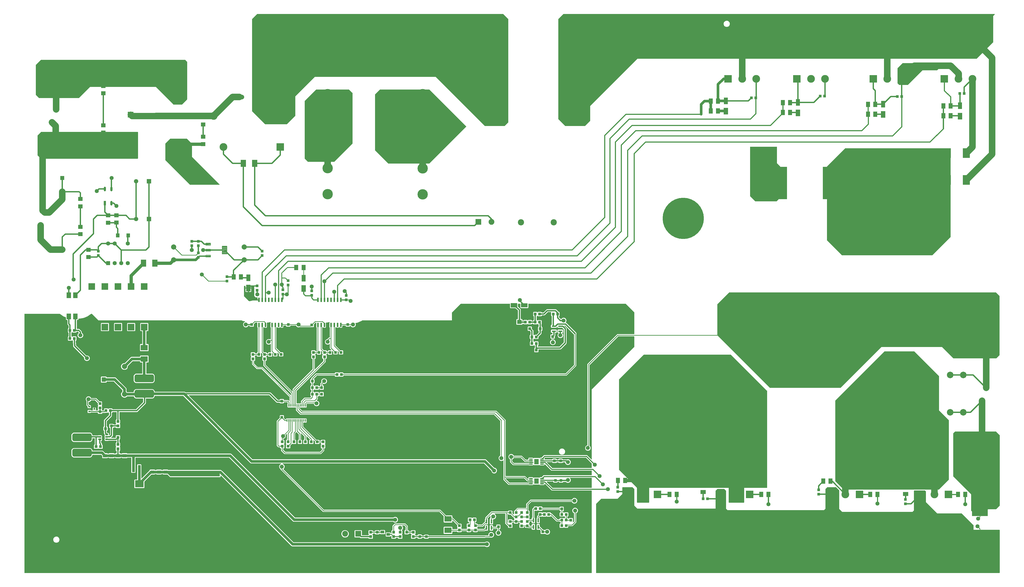
<source format=gbr>
G04 EAGLE Gerber RS-274X export*
G75*
%MOMM*%
%FSLAX34Y34*%
%LPD*%
%INTop Copper*%
%IPPOS*%
%AMOC8*
5,1,8,0,0,1.08239X$1,22.5*%
G01*
%ADD10R,1.100000X1.000000*%
%ADD11R,1.000000X1.100000*%
%ADD12C,2.000000*%
%ADD13R,1.500000X1.300000*%
%ADD14R,1.676400X1.676400*%
%ADD15C,1.676400*%
%ADD16R,1.550000X1.550000*%
%ADD17C,1.550000*%
%ADD18R,1.800000X1.600000*%
%ADD19R,2.500000X1.600000*%
%ADD20R,2.500000X1.700000*%
%ADD21R,1.600000X2.500000*%
%ADD22R,1.700000X2.500000*%
%ADD23R,2.800000X3.800000*%
%ADD24R,2.743000X2.159000*%
%ADD25R,2.159000X2.743000*%
%ADD26R,0.304800X0.990600*%
%ADD27C,0.300000*%
%ADD28C,0.225000*%
%ADD29R,1.800000X2.150000*%
%ADD30R,1.625600X0.609600*%
%ADD31R,0.609600X1.625600*%
%ADD32R,1.600000X1.600000*%
%ADD33C,1.600000*%
%ADD34R,3.300000X2.700000*%
%ADD35R,1.000000X2.700000*%
%ADD36C,0.200000*%
%ADD37C,0.205000*%
%ADD38R,3.000000X3.000000*%
%ADD39C,3.000000*%
%ADD40R,3.150000X12.500000*%
%ADD41R,1.400000X1.000000*%
%ADD42R,1.700000X2.200000*%
%ADD43R,1.803000X1.600000*%
%ADD44R,1.600000X2.000000*%
%ADD45R,2.000000X1.600000*%
%ADD46R,6.200000X2.700000*%
%ADD47R,1.600000X1.803000*%
%ADD48C,2.400000*%
%ADD49C,16.000000*%
%ADD50R,2.540000X2.540000*%
%ADD51C,1.500000*%
%ADD52C,1.800000*%
%ADD53R,0.700000X0.600000*%
%ADD54R,0.600000X0.500000*%
%ADD55C,2.540000*%
%ADD56C,2.200000*%
%ADD57C,2.250000*%
%ADD58C,4.016000*%
%ADD59R,2.300000X2.300000*%
%ADD60C,2.300000*%
%ADD61R,1.400000X1.640000*%
%ADD62R,0.866000X1.803000*%
%ADD63C,0.866000*%
%ADD64R,2.250000X2.250000*%
%ADD65R,8.000000X8.000000*%
%ADD66C,2.540000*%
%ADD67C,0.508000*%
%ADD68C,2.450000*%
%ADD69C,6.000000*%
%ADD70C,0.254000*%
%ADD71C,1.016000*%
%ADD72C,0.406400*%
%ADD73C,1.270000*%
%ADD74C,0.304800*%

G36*
X2209864Y-89640D02*
X2209864Y-89640D01*
X2209928Y-89641D01*
X2210003Y-89620D01*
X2210079Y-89609D01*
X2210138Y-89583D01*
X2210200Y-89566D01*
X2210266Y-89525D01*
X2210336Y-89493D01*
X2210385Y-89451D01*
X2210440Y-89418D01*
X2210492Y-89360D01*
X2210550Y-89310D01*
X2210586Y-89256D01*
X2210629Y-89208D01*
X2210662Y-89139D01*
X2210705Y-89074D01*
X2210724Y-89012D01*
X2210752Y-88955D01*
X2210763Y-88885D01*
X2210787Y-88804D01*
X2210788Y-88719D01*
X2210799Y-88650D01*
X2210799Y228918D01*
X2210790Y228982D01*
X2210791Y229046D01*
X2210770Y229121D01*
X2210759Y229197D01*
X2210733Y229256D01*
X2210716Y229318D01*
X2210675Y229384D01*
X2210643Y229454D01*
X2210601Y229503D01*
X2210568Y229558D01*
X2210510Y229610D01*
X2210460Y229668D01*
X2210406Y229704D01*
X2210358Y229747D01*
X2210289Y229780D01*
X2210224Y229823D01*
X2210162Y229842D01*
X2210105Y229870D01*
X2210035Y229881D01*
X2209954Y229905D01*
X2209869Y229906D01*
X2209800Y229917D01*
X2055315Y229917D01*
X2052075Y233158D01*
X2029655Y255578D01*
X2029629Y255597D01*
X2029608Y255621D01*
X2029517Y255681D01*
X2029430Y255747D01*
X2029399Y255758D01*
X2029372Y255776D01*
X2029268Y255808D01*
X2029166Y255846D01*
X2029133Y255849D01*
X2029103Y255858D01*
X2028993Y255860D01*
X2028884Y255868D01*
X2028853Y255862D01*
X2028821Y255862D01*
X2028715Y255833D01*
X2028608Y255811D01*
X2028580Y255795D01*
X2028549Y255787D01*
X2028456Y255729D01*
X2028359Y255678D01*
X2028336Y255656D01*
X2028309Y255639D01*
X2028236Y255558D01*
X2028157Y255481D01*
X2028141Y255453D01*
X2028120Y255429D01*
X2028072Y255331D01*
X2028018Y255236D01*
X2028011Y255205D01*
X2027997Y255176D01*
X2027983Y255086D01*
X2027953Y254961D01*
X2027956Y254913D01*
X2027949Y254871D01*
X2027949Y254116D01*
X2025533Y251699D01*
X2010365Y251699D01*
X2008605Y253459D01*
X2008554Y253497D01*
X2008509Y253543D01*
X2008442Y253581D01*
X2008380Y253628D01*
X2008320Y253650D01*
X2008264Y253682D01*
X2008188Y253700D01*
X2008116Y253727D01*
X2008052Y253732D01*
X2007989Y253747D01*
X2007912Y253743D01*
X2007835Y253749D01*
X2007772Y253736D01*
X2007708Y253733D01*
X2007634Y253707D01*
X2007559Y253692D01*
X2007502Y253661D01*
X2007441Y253640D01*
X2007385Y253599D01*
X2007310Y253559D01*
X2007249Y253500D01*
X2007192Y253459D01*
X2006683Y252949D01*
X1986197Y252949D01*
X1985688Y253459D01*
X1985636Y253497D01*
X1985592Y253543D01*
X1985524Y253581D01*
X1985462Y253628D01*
X1985402Y253651D01*
X1985346Y253682D01*
X1985271Y253700D01*
X1985198Y253727D01*
X1985134Y253732D01*
X1985072Y253747D01*
X1984994Y253743D01*
X1984917Y253749D01*
X1984854Y253736D01*
X1984790Y253733D01*
X1984717Y253707D01*
X1984641Y253692D01*
X1984584Y253661D01*
X1984524Y253640D01*
X1984467Y253599D01*
X1984392Y253559D01*
X1984331Y253500D01*
X1984275Y253459D01*
X1982515Y251699D01*
X1967347Y251699D01*
X1967070Y251977D01*
X1966993Y252034D01*
X1966922Y252099D01*
X1966881Y252119D01*
X1966845Y252146D01*
X1966755Y252180D01*
X1966668Y252222D01*
X1966626Y252228D01*
X1966581Y252245D01*
X1966453Y252255D01*
X1966364Y252269D01*
X1887991Y252269D01*
X1885197Y255064D01*
X1868979Y271281D01*
X1868979Y346413D01*
X1868975Y346445D01*
X1868977Y346477D01*
X1868955Y346584D01*
X1868939Y346692D01*
X1868926Y346722D01*
X1868920Y346753D01*
X1868868Y346850D01*
X1868823Y346949D01*
X1868802Y346974D01*
X1868787Y347002D01*
X1868711Y347081D01*
X1868640Y347163D01*
X1868613Y347181D01*
X1868590Y347204D01*
X1868495Y347258D01*
X1868404Y347318D01*
X1868373Y347327D01*
X1868345Y347343D01*
X1868239Y347368D01*
X1868134Y347400D01*
X1868102Y347401D01*
X1868071Y347408D01*
X1867961Y347403D01*
X1867852Y347404D01*
X1867821Y347395D01*
X1867789Y347394D01*
X1867686Y347358D01*
X1867580Y347329D01*
X1867553Y347312D01*
X1867522Y347301D01*
X1867449Y347248D01*
X1867340Y347181D01*
X1867308Y347145D01*
X1867273Y347120D01*
X1866640Y346486D01*
X1862688Y344849D01*
X1858412Y344849D01*
X1854460Y346486D01*
X1851436Y349510D01*
X1849799Y353462D01*
X1849799Y357738D01*
X1851436Y361690D01*
X1854460Y364714D01*
X1855662Y365212D01*
X1855671Y365217D01*
X1855680Y365219D01*
X1855792Y365289D01*
X1855905Y365356D01*
X1855912Y365363D01*
X1855920Y365368D01*
X1856008Y365466D01*
X1856098Y365561D01*
X1856102Y365570D01*
X1856109Y365577D01*
X1856166Y365695D01*
X1856226Y365813D01*
X1856228Y365822D01*
X1856232Y365831D01*
X1856244Y365906D01*
X1856278Y366090D01*
X1856276Y366114D01*
X1856279Y366135D01*
X1856279Y499467D01*
X1856266Y499562D01*
X1856261Y499658D01*
X1856246Y499701D01*
X1856239Y499746D01*
X1856200Y499834D01*
X1856168Y499925D01*
X1856143Y499959D01*
X1856123Y500003D01*
X1856040Y500101D01*
X1855987Y500174D01*
X1832404Y523757D01*
X1832327Y523814D01*
X1832255Y523879D01*
X1832214Y523899D01*
X1832178Y523926D01*
X1832088Y523960D01*
X1832002Y524002D01*
X1831960Y524008D01*
X1831914Y524025D01*
X1831787Y524035D01*
X1831697Y524049D01*
X1081541Y524049D01*
X1064509Y541081D01*
X1064509Y551085D01*
X1064500Y551149D01*
X1064501Y551213D01*
X1064480Y551288D01*
X1064469Y551364D01*
X1064443Y551423D01*
X1064426Y551485D01*
X1064385Y551551D01*
X1064353Y551621D01*
X1064311Y551670D01*
X1064278Y551725D01*
X1064220Y551777D01*
X1064170Y551835D01*
X1064116Y551871D01*
X1064068Y551914D01*
X1063999Y551947D01*
X1063934Y551990D01*
X1063872Y552009D01*
X1063815Y552037D01*
X1063745Y552048D01*
X1063664Y552072D01*
X1063579Y552073D01*
X1063510Y552084D01*
X1059395Y552084D01*
X1059320Y552102D01*
X1059247Y552129D01*
X1059183Y552134D01*
X1059121Y552149D01*
X1059043Y552145D01*
X1058966Y552151D01*
X1058903Y552138D01*
X1058839Y552135D01*
X1058766Y552110D01*
X1058690Y552094D01*
X1058672Y552084D01*
X1052895Y552084D01*
X1052820Y552102D01*
X1052747Y552129D01*
X1052683Y552134D01*
X1052621Y552149D01*
X1052543Y552145D01*
X1052466Y552151D01*
X1052403Y552138D01*
X1052339Y552135D01*
X1052266Y552110D01*
X1052190Y552094D01*
X1052172Y552084D01*
X1046395Y552084D01*
X1046320Y552102D01*
X1046247Y552129D01*
X1046183Y552134D01*
X1046121Y552149D01*
X1046043Y552145D01*
X1045966Y552151D01*
X1045903Y552138D01*
X1045839Y552135D01*
X1045766Y552110D01*
X1045690Y552094D01*
X1045672Y552084D01*
X1039895Y552084D01*
X1039820Y552102D01*
X1039747Y552129D01*
X1039683Y552134D01*
X1039621Y552149D01*
X1039543Y552145D01*
X1039466Y552151D01*
X1039403Y552138D01*
X1039339Y552135D01*
X1039266Y552110D01*
X1039190Y552094D01*
X1039172Y552084D01*
X1033513Y552084D01*
X1031755Y553842D01*
X1031755Y566234D01*
X1031757Y566235D01*
X1031814Y566312D01*
X1031879Y566383D01*
X1031899Y566424D01*
X1031926Y566461D01*
X1031960Y566551D01*
X1032002Y566637D01*
X1032008Y566679D01*
X1032025Y566725D01*
X1032035Y566852D01*
X1032049Y566942D01*
X1032049Y570587D01*
X1032036Y570682D01*
X1032031Y570778D01*
X1032016Y570821D01*
X1032009Y570866D01*
X1031970Y570954D01*
X1031938Y571045D01*
X1031913Y571079D01*
X1031893Y571123D01*
X1031810Y571221D01*
X1031757Y571294D01*
X1031424Y571627D01*
X1031347Y571684D01*
X1031275Y571749D01*
X1031234Y571769D01*
X1031198Y571796D01*
X1031108Y571830D01*
X1031022Y571872D01*
X1030980Y571878D01*
X1030934Y571895D01*
X1030807Y571905D01*
X1030717Y571919D01*
X1018461Y571919D01*
X1018397Y571910D01*
X1018333Y571911D01*
X1018258Y571890D01*
X1018182Y571879D01*
X1018123Y571853D01*
X1018061Y571836D01*
X1017995Y571795D01*
X1017925Y571763D01*
X1017876Y571721D01*
X1017821Y571688D01*
X1017769Y571630D01*
X1017710Y571580D01*
X1017675Y571526D01*
X1017632Y571478D01*
X1017598Y571409D01*
X1017556Y571344D01*
X1017537Y571282D01*
X1017509Y571225D01*
X1017498Y571155D01*
X1017473Y571074D01*
X1017472Y570989D01*
X1017462Y570920D01*
X1017462Y569447D01*
X1015704Y567689D01*
X1003218Y567689D01*
X1001460Y569447D01*
X1001460Y569650D01*
X1001451Y569714D01*
X1001452Y569778D01*
X1001431Y569853D01*
X1001420Y569929D01*
X1001394Y569988D01*
X1001377Y570050D01*
X1001336Y570116D01*
X1001304Y570186D01*
X1001262Y570235D01*
X1001228Y570290D01*
X1001171Y570342D01*
X1001121Y570400D01*
X1001067Y570436D01*
X1001019Y570479D01*
X1000950Y570512D01*
X1000885Y570555D01*
X1000823Y570574D01*
X1000765Y570602D01*
X1000696Y570613D01*
X1000615Y570637D01*
X1000530Y570638D01*
X1000461Y570649D01*
X990768Y570649D01*
X988731Y571493D01*
X961058Y599167D01*
X960981Y599224D01*
X960909Y599289D01*
X960868Y599309D01*
X960832Y599336D01*
X960742Y599370D01*
X960656Y599412D01*
X960614Y599418D01*
X960568Y599435D01*
X960441Y599445D01*
X960351Y599459D01*
X650091Y599459D01*
X650059Y599455D01*
X650027Y599457D01*
X649920Y599435D01*
X649812Y599419D01*
X649782Y599406D01*
X649751Y599400D01*
X649654Y599348D01*
X649555Y599303D01*
X649530Y599282D01*
X649502Y599267D01*
X649423Y599191D01*
X649341Y599120D01*
X649323Y599093D01*
X649300Y599070D01*
X649246Y598975D01*
X649186Y598884D01*
X649177Y598853D01*
X649161Y598825D01*
X649136Y598718D01*
X649104Y598614D01*
X649103Y598582D01*
X649096Y598551D01*
X649101Y598441D01*
X649100Y598332D01*
X649109Y598301D01*
X649110Y598269D01*
X649146Y598166D01*
X649175Y598060D01*
X649192Y598033D01*
X649203Y598002D01*
X649256Y597929D01*
X649323Y597820D01*
X649359Y597788D01*
X649384Y597753D01*
X895864Y351273D01*
X895941Y351216D01*
X896013Y351151D01*
X896054Y351131D01*
X896090Y351104D01*
X896180Y351070D01*
X896266Y351028D01*
X896309Y351022D01*
X896354Y351005D01*
X896482Y350995D01*
X896571Y350981D01*
X1798657Y350981D01*
X1801627Y349750D01*
X1832994Y318383D01*
X1833071Y318326D01*
X1833143Y318261D01*
X1833184Y318241D01*
X1833220Y318214D01*
X1833310Y318180D01*
X1833396Y318138D01*
X1833439Y318132D01*
X1833484Y318115D01*
X1833612Y318105D01*
X1833701Y318091D01*
X1834748Y318091D01*
X1838700Y316454D01*
X1841724Y313430D01*
X1843361Y309478D01*
X1843361Y305202D01*
X1841724Y301250D01*
X1838700Y298226D01*
X1834748Y296589D01*
X1830472Y296589D01*
X1826520Y298226D01*
X1823496Y301250D01*
X1821859Y305202D01*
X1821859Y306249D01*
X1821846Y306344D01*
X1821841Y306440D01*
X1821826Y306483D01*
X1821819Y306528D01*
X1821780Y306616D01*
X1821748Y306707D01*
X1821723Y306741D01*
X1821703Y306785D01*
X1821620Y306882D01*
X1821567Y306956D01*
X1793996Y334527D01*
X1793919Y334584D01*
X1793847Y334649D01*
X1793806Y334669D01*
X1793770Y334696D01*
X1793680Y334730D01*
X1793594Y334772D01*
X1793551Y334778D01*
X1793506Y334795D01*
X1793378Y334805D01*
X1793289Y334819D01*
X1013218Y334819D01*
X1013132Y334807D01*
X1013046Y334804D01*
X1012993Y334787D01*
X1012939Y334779D01*
X1012860Y334744D01*
X1012778Y334717D01*
X1012732Y334686D01*
X1012682Y334663D01*
X1012616Y334607D01*
X1012545Y334558D01*
X1012510Y334516D01*
X1012468Y334480D01*
X1012420Y334407D01*
X1012365Y334340D01*
X1012344Y334290D01*
X1012313Y334244D01*
X1012288Y334161D01*
X1012254Y334081D01*
X1012247Y334027D01*
X1012231Y333974D01*
X1012230Y333887D01*
X1012219Y333801D01*
X1012228Y333747D01*
X1012227Y333692D01*
X1012250Y333608D01*
X1012264Y333523D01*
X1012288Y333473D01*
X1012302Y333420D01*
X1012348Y333347D01*
X1012385Y333268D01*
X1012422Y333227D01*
X1012451Y333180D01*
X1012515Y333122D01*
X1012573Y333057D01*
X1012616Y333031D01*
X1012660Y332991D01*
X1012762Y332942D01*
X1012836Y332897D01*
X1015740Y331694D01*
X1018764Y328670D01*
X1020401Y324718D01*
X1020401Y320442D01*
X1018764Y316490D01*
X1015898Y313625D01*
X1015860Y313573D01*
X1015814Y313528D01*
X1015776Y313461D01*
X1015729Y313399D01*
X1015706Y313339D01*
X1015675Y313283D01*
X1015657Y313208D01*
X1015630Y313135D01*
X1015625Y313071D01*
X1015610Y313008D01*
X1015614Y312931D01*
X1015608Y312854D01*
X1015621Y312791D01*
X1015624Y312727D01*
X1015650Y312653D01*
X1015665Y312578D01*
X1015696Y312521D01*
X1015717Y312460D01*
X1015758Y312404D01*
X1015798Y312329D01*
X1015857Y312268D01*
X1015898Y312211D01*
X1172416Y155693D01*
X1172493Y155636D01*
X1172565Y155571D01*
X1172606Y155551D01*
X1172642Y155524D01*
X1172732Y155490D01*
X1172818Y155448D01*
X1172860Y155442D01*
X1172906Y155425D01*
X1173033Y155415D01*
X1173123Y155401D01*
X1624069Y155401D01*
X1645491Y133978D01*
X1645568Y133921D01*
X1645640Y133856D01*
X1645681Y133836D01*
X1645717Y133809D01*
X1645807Y133775D01*
X1645893Y133733D01*
X1645935Y133727D01*
X1645981Y133710D01*
X1646108Y133700D01*
X1646198Y133686D01*
X1668498Y133686D01*
X1670256Y131928D01*
X1670256Y125160D01*
X1670264Y125099D01*
X1670264Y125062D01*
X1670264Y125060D01*
X1670264Y125032D01*
X1670285Y124957D01*
X1670296Y124881D01*
X1670322Y124822D01*
X1670339Y124760D01*
X1670380Y124694D01*
X1670412Y124624D01*
X1670454Y124575D01*
X1670487Y124520D01*
X1670545Y124468D01*
X1670595Y124410D01*
X1670649Y124374D01*
X1670697Y124331D01*
X1670766Y124298D01*
X1670831Y124255D01*
X1670893Y124236D01*
X1670950Y124208D01*
X1671020Y124197D01*
X1671101Y124173D01*
X1671186Y124172D01*
X1671255Y124161D01*
X1673459Y124161D01*
X1695736Y101883D01*
X1695813Y101826D01*
X1695885Y101761D01*
X1695926Y101741D01*
X1695962Y101714D01*
X1696052Y101680D01*
X1696138Y101638D01*
X1696180Y101632D01*
X1696226Y101615D01*
X1696353Y101605D01*
X1696443Y101591D01*
X1704733Y101591D01*
X1706491Y99833D01*
X1706491Y87347D01*
X1704940Y85797D01*
X1704902Y85745D01*
X1704856Y85700D01*
X1704817Y85633D01*
X1704771Y85571D01*
X1704748Y85511D01*
X1704717Y85455D01*
X1704699Y85380D01*
X1704671Y85307D01*
X1704666Y85243D01*
X1704652Y85181D01*
X1704656Y85103D01*
X1704650Y85026D01*
X1704663Y84963D01*
X1704666Y84899D01*
X1704691Y84826D01*
X1704707Y84750D01*
X1704737Y84693D01*
X1704759Y84632D01*
X1704800Y84576D01*
X1704840Y84501D01*
X1704899Y84440D01*
X1704940Y84383D01*
X1706491Y82833D01*
X1706491Y81860D01*
X1706500Y81796D01*
X1706499Y81732D01*
X1706520Y81657D01*
X1706531Y81581D01*
X1706557Y81522D01*
X1706574Y81460D01*
X1706615Y81394D01*
X1706647Y81324D01*
X1706689Y81275D01*
X1706722Y81220D01*
X1706780Y81168D01*
X1706830Y81110D01*
X1706884Y81074D01*
X1706932Y81031D01*
X1707001Y80998D01*
X1707066Y80955D01*
X1707128Y80936D01*
X1707185Y80908D01*
X1707255Y80897D01*
X1707336Y80873D01*
X1707421Y80872D01*
X1707490Y80861D01*
X1725820Y80861D01*
X1725884Y80870D01*
X1725948Y80869D01*
X1726023Y80890D01*
X1726099Y80901D01*
X1726158Y80927D01*
X1726220Y80944D01*
X1726286Y80985D01*
X1726356Y81017D01*
X1726405Y81059D01*
X1726460Y81092D01*
X1726512Y81150D01*
X1726570Y81200D01*
X1726606Y81254D01*
X1726649Y81302D01*
X1726682Y81371D01*
X1726725Y81436D01*
X1726744Y81498D01*
X1726772Y81555D01*
X1726783Y81625D01*
X1726807Y81706D01*
X1726808Y81791D01*
X1726819Y81860D01*
X1726819Y83333D01*
X1727870Y84383D01*
X1727908Y84435D01*
X1727954Y84480D01*
X1727993Y84547D01*
X1728039Y84609D01*
X1728062Y84669D01*
X1728093Y84725D01*
X1728111Y84800D01*
X1728139Y84873D01*
X1728144Y84937D01*
X1728158Y84999D01*
X1728154Y85077D01*
X1728160Y85154D01*
X1728147Y85217D01*
X1728144Y85281D01*
X1728119Y85354D01*
X1728103Y85430D01*
X1728073Y85487D01*
X1728051Y85548D01*
X1728010Y85604D01*
X1727970Y85679D01*
X1727911Y85740D01*
X1727870Y85797D01*
X1726819Y86847D01*
X1726819Y100333D01*
X1728577Y102091D01*
X1733750Y102091D01*
X1733814Y102100D01*
X1733878Y102099D01*
X1733953Y102120D01*
X1734029Y102131D01*
X1734088Y102157D01*
X1734150Y102174D01*
X1734216Y102215D01*
X1734286Y102247D01*
X1734335Y102289D01*
X1734390Y102322D01*
X1734442Y102380D01*
X1734500Y102430D01*
X1734536Y102484D01*
X1734579Y102532D01*
X1734612Y102601D01*
X1734655Y102666D01*
X1734674Y102728D01*
X1734702Y102785D01*
X1734713Y102855D01*
X1734737Y102936D01*
X1734738Y103021D01*
X1734749Y103090D01*
X1734749Y107340D01*
X1734740Y107404D01*
X1734741Y107468D01*
X1734720Y107543D01*
X1734709Y107619D01*
X1734683Y107678D01*
X1734666Y107740D01*
X1734625Y107806D01*
X1734593Y107876D01*
X1734551Y107925D01*
X1734518Y107980D01*
X1734460Y108032D01*
X1734410Y108090D01*
X1734356Y108126D01*
X1734308Y108169D01*
X1734239Y108202D01*
X1734174Y108245D01*
X1734112Y108264D01*
X1734055Y108292D01*
X1733985Y108303D01*
X1733904Y108327D01*
X1733819Y108328D01*
X1733750Y108339D01*
X1732777Y108339D01*
X1731019Y110097D01*
X1731019Y123583D01*
X1732777Y125341D01*
X1745263Y125341D01*
X1746813Y123790D01*
X1746865Y123752D01*
X1746910Y123706D01*
X1746977Y123667D01*
X1747039Y123621D01*
X1747099Y123598D01*
X1747155Y123567D01*
X1747230Y123549D01*
X1747303Y123521D01*
X1747367Y123516D01*
X1747430Y123502D01*
X1747507Y123506D01*
X1747584Y123500D01*
X1747647Y123513D01*
X1747711Y123516D01*
X1747784Y123541D01*
X1747860Y123557D01*
X1747917Y123587D01*
X1747978Y123609D01*
X1748034Y123650D01*
X1748109Y123690D01*
X1748170Y123749D01*
X1748227Y123790D01*
X1749777Y125341D01*
X1762263Y125341D01*
X1764021Y123583D01*
X1764021Y110097D01*
X1762263Y108339D01*
X1761290Y108339D01*
X1761226Y108330D01*
X1761162Y108331D01*
X1761087Y108310D01*
X1761011Y108299D01*
X1760952Y108273D01*
X1760890Y108256D01*
X1760824Y108215D01*
X1760754Y108183D01*
X1760705Y108141D01*
X1760650Y108108D01*
X1760598Y108050D01*
X1760540Y108000D01*
X1760504Y107946D01*
X1760461Y107898D01*
X1760428Y107829D01*
X1760385Y107764D01*
X1760366Y107702D01*
X1760338Y107645D01*
X1760327Y107575D01*
X1760303Y107494D01*
X1760302Y107409D01*
X1760291Y107340D01*
X1760291Y103090D01*
X1760300Y103026D01*
X1760299Y102962D01*
X1760320Y102887D01*
X1760331Y102811D01*
X1760357Y102752D01*
X1760374Y102690D01*
X1760415Y102624D01*
X1760447Y102554D01*
X1760489Y102505D01*
X1760522Y102450D01*
X1760580Y102398D01*
X1760630Y102340D01*
X1760684Y102304D01*
X1760732Y102261D01*
X1760801Y102228D01*
X1760866Y102185D01*
X1760928Y102166D01*
X1760985Y102138D01*
X1761055Y102127D01*
X1761136Y102103D01*
X1761221Y102102D01*
X1761290Y102091D01*
X1766463Y102091D01*
X1768221Y100333D01*
X1768221Y98860D01*
X1768230Y98796D01*
X1768229Y98732D01*
X1768250Y98657D01*
X1768261Y98581D01*
X1768287Y98522D01*
X1768304Y98460D01*
X1768345Y98394D01*
X1768377Y98324D01*
X1768419Y98275D01*
X1768452Y98220D01*
X1768510Y98168D01*
X1768560Y98110D01*
X1768614Y98074D01*
X1768662Y98031D01*
X1768731Y97998D01*
X1768796Y97955D01*
X1768858Y97936D01*
X1768915Y97908D01*
X1768985Y97897D01*
X1769066Y97873D01*
X1769151Y97872D01*
X1769220Y97861D01*
X1783961Y97861D01*
X1784056Y97874D01*
X1784152Y97879D01*
X1784195Y97894D01*
X1784240Y97901D01*
X1784328Y97940D01*
X1784419Y97972D01*
X1784453Y97997D01*
X1784497Y98017D01*
X1784595Y98100D01*
X1784668Y98153D01*
X1796449Y109934D01*
X1796506Y110011D01*
X1796571Y110083D01*
X1796591Y110124D01*
X1796618Y110160D01*
X1796652Y110250D01*
X1796694Y110336D01*
X1796700Y110378D01*
X1796717Y110424D01*
X1796727Y110551D01*
X1796741Y110641D01*
X1796741Y119607D01*
X1798227Y121092D01*
X1798284Y121169D01*
X1798349Y121240D01*
X1798369Y121281D01*
X1798396Y121318D01*
X1798430Y121408D01*
X1798472Y121494D01*
X1798478Y121536D01*
X1798495Y121582D01*
X1798505Y121709D01*
X1798519Y121799D01*
X1798519Y125619D01*
X1821561Y148661D01*
X1885340Y148661D01*
X1885404Y148670D01*
X1885468Y148669D01*
X1885543Y148690D01*
X1885619Y148701D01*
X1885678Y148727D01*
X1885740Y148744D01*
X1885806Y148785D01*
X1885876Y148817D01*
X1885925Y148859D01*
X1885980Y148892D01*
X1886032Y148950D01*
X1886090Y149000D01*
X1886126Y149054D01*
X1886169Y149102D01*
X1886202Y149171D01*
X1886245Y149236D01*
X1886264Y149298D01*
X1886292Y149355D01*
X1886303Y149425D01*
X1886327Y149506D01*
X1886328Y149591D01*
X1886339Y149660D01*
X1886339Y150633D01*
X1888097Y152391D01*
X1901583Y152391D01*
X1903341Y150633D01*
X1903341Y142343D01*
X1903354Y142248D01*
X1903359Y142152D01*
X1903374Y142109D01*
X1903381Y142064D01*
X1903420Y141976D01*
X1903452Y141885D01*
X1903477Y141851D01*
X1903497Y141807D01*
X1903580Y141709D01*
X1903633Y141636D01*
X1907493Y137776D01*
X1907519Y137757D01*
X1907540Y137732D01*
X1907632Y137672D01*
X1907719Y137607D01*
X1907749Y137596D01*
X1907776Y137578D01*
X1907881Y137546D01*
X1907983Y137507D01*
X1908015Y137505D01*
X1908046Y137496D01*
X1908155Y137494D01*
X1908264Y137486D01*
X1908296Y137492D01*
X1908328Y137492D01*
X1908433Y137521D01*
X1908540Y137543D01*
X1908569Y137558D01*
X1908600Y137567D01*
X1908693Y137624D01*
X1908789Y137676D01*
X1908812Y137698D01*
X1908840Y137715D01*
X1908913Y137796D01*
X1908991Y137873D01*
X1909007Y137901D01*
X1909029Y137924D01*
X1909076Y138023D01*
X1909130Y138118D01*
X1909138Y138149D01*
X1909152Y138178D01*
X1909166Y138268D01*
X1909195Y138392D01*
X1909193Y138441D01*
X1909199Y138483D01*
X1909199Y150633D01*
X1910957Y152391D01*
X1912700Y152391D01*
X1912764Y152400D01*
X1912828Y152399D01*
X1912903Y152420D01*
X1912979Y152431D01*
X1913038Y152457D01*
X1913100Y152474D01*
X1913166Y152515D01*
X1913236Y152547D01*
X1913285Y152589D01*
X1913340Y152622D01*
X1913392Y152680D01*
X1913450Y152730D01*
X1913486Y152784D01*
X1913529Y152832D01*
X1913562Y152901D01*
X1913605Y152966D01*
X1913624Y153028D01*
X1913652Y153085D01*
X1913663Y153155D01*
X1913687Y153236D01*
X1913688Y153321D01*
X1913699Y153390D01*
X1913699Y154057D01*
X1922393Y162751D01*
X1955610Y162751D01*
X1955674Y162760D01*
X1955738Y162759D01*
X1955813Y162780D01*
X1955889Y162791D01*
X1955948Y162817D01*
X1956010Y162834D01*
X1956076Y162875D01*
X1956146Y162907D01*
X1956195Y162949D01*
X1956250Y162982D01*
X1956302Y163040D01*
X1956360Y163090D01*
X1956396Y163144D01*
X1956439Y163192D01*
X1956472Y163261D01*
X1956515Y163326D01*
X1956534Y163388D01*
X1956562Y163445D01*
X1956573Y163515D01*
X1956597Y163596D01*
X1956598Y163681D01*
X1956609Y163750D01*
X1956609Y178299D01*
X1973081Y194771D01*
X2133225Y194771D01*
X2133234Y194772D01*
X2133244Y194771D01*
X2133374Y194792D01*
X2133504Y194811D01*
X2133513Y194814D01*
X2133522Y194816D01*
X2133641Y194873D01*
X2133761Y194927D01*
X2133768Y194933D01*
X2133777Y194937D01*
X2133875Y195025D01*
X2133975Y195110D01*
X2133980Y195118D01*
X2133987Y195124D01*
X2134027Y195190D01*
X2134130Y195346D01*
X2134137Y195369D01*
X2134148Y195388D01*
X2134646Y196590D01*
X2137670Y199614D01*
X2141622Y201251D01*
X2145898Y201251D01*
X2149850Y199614D01*
X2152874Y196590D01*
X2154511Y192638D01*
X2154511Y188362D01*
X2152874Y184410D01*
X2149850Y181386D01*
X2145898Y179749D01*
X2141622Y179749D01*
X2137670Y181386D01*
X2134646Y184410D01*
X2134148Y185612D01*
X2134143Y185621D01*
X2134141Y185630D01*
X2134071Y185742D01*
X2134004Y185855D01*
X2133997Y185862D01*
X2133992Y185870D01*
X2133894Y185958D01*
X2133799Y186048D01*
X2133790Y186052D01*
X2133783Y186059D01*
X2133665Y186116D01*
X2133547Y186176D01*
X2133538Y186178D01*
X2133529Y186182D01*
X2133454Y186194D01*
X2133270Y186228D01*
X2133246Y186226D01*
X2133225Y186229D01*
X1977033Y186229D01*
X1976938Y186216D01*
X1976842Y186211D01*
X1976799Y186196D01*
X1976754Y186189D01*
X1976666Y186150D01*
X1976575Y186118D01*
X1976541Y186093D01*
X1976497Y186073D01*
X1976399Y185990D01*
X1976326Y185937D01*
X1965443Y175054D01*
X1965386Y174977D01*
X1965321Y174905D01*
X1965301Y174864D01*
X1965274Y174828D01*
X1965240Y174738D01*
X1965198Y174652D01*
X1965192Y174610D01*
X1965175Y174564D01*
X1965165Y174437D01*
X1965151Y174347D01*
X1965151Y153390D01*
X1965160Y153326D01*
X1965159Y153262D01*
X1965180Y153187D01*
X1965191Y153111D01*
X1965217Y153052D01*
X1965234Y152990D01*
X1965275Y152924D01*
X1965307Y152854D01*
X1965349Y152805D01*
X1965382Y152750D01*
X1965440Y152698D01*
X1965490Y152640D01*
X1965544Y152604D01*
X1965592Y152561D01*
X1965661Y152528D01*
X1965726Y152485D01*
X1965788Y152466D01*
X1965845Y152438D01*
X1965915Y152427D01*
X1965996Y152403D01*
X1966081Y152402D01*
X1966150Y152391D01*
X1967623Y152391D01*
X1969381Y150633D01*
X1969381Y138147D01*
X1967830Y136597D01*
X1967792Y136545D01*
X1967746Y136500D01*
X1967707Y136433D01*
X1967661Y136371D01*
X1967638Y136311D01*
X1967607Y136255D01*
X1967589Y136180D01*
X1967561Y136107D01*
X1967556Y136043D01*
X1967542Y135980D01*
X1967546Y135903D01*
X1967540Y135826D01*
X1967553Y135763D01*
X1967556Y135699D01*
X1967581Y135626D01*
X1967597Y135550D01*
X1967627Y135493D01*
X1967649Y135432D01*
X1967690Y135376D01*
X1967730Y135301D01*
X1967789Y135240D01*
X1967830Y135183D01*
X1969381Y133633D01*
X1969381Y121147D01*
X1968256Y120023D01*
X1968237Y119997D01*
X1968212Y119976D01*
X1968152Y119884D01*
X1968087Y119797D01*
X1968076Y119767D01*
X1968058Y119740D01*
X1968026Y119635D01*
X1967987Y119533D01*
X1967985Y119501D01*
X1967976Y119470D01*
X1967974Y119361D01*
X1967966Y119252D01*
X1967972Y119220D01*
X1967972Y119188D01*
X1968001Y119083D01*
X1968023Y118976D01*
X1968038Y118947D01*
X1968047Y118916D01*
X1968104Y118823D01*
X1968156Y118727D01*
X1968178Y118704D01*
X1968195Y118676D01*
X1968276Y118603D01*
X1968352Y118525D01*
X1968381Y118509D01*
X1968404Y118487D01*
X1968503Y118440D01*
X1968598Y118386D01*
X1968629Y118378D01*
X1968658Y118364D01*
X1968748Y118350D01*
X1968872Y118321D01*
X1968921Y118323D01*
X1968963Y118317D01*
X1977352Y118317D01*
X1977416Y118326D01*
X1977480Y118325D01*
X1977555Y118346D01*
X1977631Y118357D01*
X1977690Y118383D01*
X1977752Y118400D01*
X1977818Y118441D01*
X1977888Y118473D01*
X1977937Y118515D01*
X1977992Y118548D01*
X1978044Y118606D01*
X1978102Y118656D01*
X1978138Y118710D01*
X1978181Y118758D01*
X1978214Y118827D01*
X1978257Y118892D01*
X1978276Y118954D01*
X1978304Y119011D01*
X1978315Y119081D01*
X1978339Y119162D01*
X1978340Y119247D01*
X1978351Y119316D01*
X1978351Y123417D01*
X1979837Y124902D01*
X1979894Y124979D01*
X1979959Y125050D01*
X1979979Y125091D01*
X1980006Y125128D01*
X1980040Y125218D01*
X1980082Y125304D01*
X1980088Y125346D01*
X1980105Y125392D01*
X1980115Y125519D01*
X1980129Y125609D01*
X1980129Y158639D01*
X1985997Y164506D01*
X1986054Y164583D01*
X1986119Y164655D01*
X1986139Y164696D01*
X1986166Y164732D01*
X1986200Y164822D01*
X1986242Y164908D01*
X1986248Y164950D01*
X1986265Y164996D01*
X1986275Y165123D01*
X1986289Y165213D01*
X1986289Y166763D01*
X1988047Y168521D01*
X2000533Y168521D01*
X2002083Y166970D01*
X2002135Y166932D01*
X2002180Y166886D01*
X2002247Y166847D01*
X2002309Y166801D01*
X2002369Y166778D01*
X2002425Y166747D01*
X2002500Y166729D01*
X2002573Y166701D01*
X2002637Y166696D01*
X2002700Y166682D01*
X2002777Y166686D01*
X2002854Y166680D01*
X2002917Y166693D01*
X2002981Y166696D01*
X2003054Y166721D01*
X2003130Y166737D01*
X2003187Y166767D01*
X2003248Y166789D01*
X2003304Y166830D01*
X2003379Y166870D01*
X2003440Y166929D01*
X2003497Y166970D01*
X2005047Y168521D01*
X2017533Y168521D01*
X2019291Y166763D01*
X2019291Y164020D01*
X2019300Y163956D01*
X2019299Y163892D01*
X2019320Y163817D01*
X2019331Y163741D01*
X2019357Y163682D01*
X2019374Y163620D01*
X2019415Y163554D01*
X2019447Y163484D01*
X2019489Y163435D01*
X2019522Y163380D01*
X2019580Y163328D01*
X2019630Y163270D01*
X2019684Y163234D01*
X2019732Y163191D01*
X2019801Y163158D01*
X2019866Y163115D01*
X2019928Y163096D01*
X2019985Y163068D01*
X2020055Y163057D01*
X2020136Y163033D01*
X2020221Y163032D01*
X2020290Y163021D01*
X2085620Y163021D01*
X2085684Y163030D01*
X2085748Y163029D01*
X2085823Y163050D01*
X2085899Y163061D01*
X2085958Y163087D01*
X2086020Y163104D01*
X2086086Y163145D01*
X2086156Y163177D01*
X2086205Y163219D01*
X2086260Y163252D01*
X2086312Y163310D01*
X2086370Y163360D01*
X2086406Y163414D01*
X2086449Y163462D01*
X2086482Y163531D01*
X2086525Y163596D01*
X2086544Y163658D01*
X2086572Y163715D01*
X2086583Y163785D01*
X2086607Y163866D01*
X2086608Y163951D01*
X2086619Y164020D01*
X2086619Y165493D01*
X2088377Y167251D01*
X2100863Y167251D01*
X2102621Y165493D01*
X2102621Y152007D01*
X2100863Y150249D01*
X2099890Y150249D01*
X2099826Y150240D01*
X2099762Y150241D01*
X2099687Y150220D01*
X2099611Y150209D01*
X2099552Y150183D01*
X2099490Y150166D01*
X2099424Y150125D01*
X2099354Y150093D01*
X2099305Y150051D01*
X2099250Y150018D01*
X2099198Y149960D01*
X2099140Y149910D01*
X2099104Y149856D01*
X2099061Y149808D01*
X2099028Y149739D01*
X2098985Y149674D01*
X2098966Y149612D01*
X2098938Y149555D01*
X2098927Y149485D01*
X2098903Y149404D01*
X2098902Y149319D01*
X2098891Y149250D01*
X2098891Y146160D01*
X2098900Y146098D01*
X2098899Y146046D01*
X2098899Y146045D01*
X2098899Y146032D01*
X2098920Y145957D01*
X2098931Y145881D01*
X2098957Y145822D01*
X2098974Y145760D01*
X2099015Y145694D01*
X2099047Y145624D01*
X2099089Y145575D01*
X2099122Y145520D01*
X2099180Y145468D01*
X2099230Y145410D01*
X2099284Y145374D01*
X2099332Y145331D01*
X2099401Y145298D01*
X2099466Y145255D01*
X2099528Y145236D01*
X2099585Y145208D01*
X2099655Y145197D01*
X2099736Y145173D01*
X2099821Y145172D01*
X2099890Y145161D01*
X2101363Y145161D01*
X2102413Y144110D01*
X2102465Y144072D01*
X2102510Y144026D01*
X2102577Y143987D01*
X2102639Y143941D01*
X2102699Y143918D01*
X2102755Y143887D01*
X2102830Y143869D01*
X2102903Y143841D01*
X2102967Y143836D01*
X2103029Y143822D01*
X2103107Y143826D01*
X2103184Y143820D01*
X2103247Y143833D01*
X2103311Y143836D01*
X2103384Y143861D01*
X2103460Y143877D01*
X2103517Y143907D01*
X2103578Y143929D01*
X2103634Y143970D01*
X2103709Y144010D01*
X2103770Y144069D01*
X2103827Y144110D01*
X2104877Y145161D01*
X2118363Y145161D01*
X2120121Y143403D01*
X2120121Y130917D01*
X2118363Y129159D01*
X2116890Y129159D01*
X2116826Y129150D01*
X2116762Y129151D01*
X2116687Y129130D01*
X2116611Y129119D01*
X2116552Y129093D01*
X2116490Y129076D01*
X2116424Y129035D01*
X2116354Y129003D01*
X2116305Y128961D01*
X2116250Y128928D01*
X2116198Y128870D01*
X2116140Y128820D01*
X2116104Y128766D01*
X2116061Y128718D01*
X2116028Y128649D01*
X2115985Y128584D01*
X2115966Y128522D01*
X2115938Y128465D01*
X2115927Y128395D01*
X2115903Y128314D01*
X2115902Y128229D01*
X2115891Y128160D01*
X2115891Y124570D01*
X2115900Y124506D01*
X2115899Y124442D01*
X2115920Y124367D01*
X2115931Y124291D01*
X2115957Y124232D01*
X2115974Y124170D01*
X2116015Y124104D01*
X2116047Y124034D01*
X2116089Y123985D01*
X2116122Y123930D01*
X2116180Y123878D01*
X2116230Y123820D01*
X2116284Y123784D01*
X2116332Y123741D01*
X2116401Y123708D01*
X2116466Y123665D01*
X2116528Y123646D01*
X2116585Y123618D01*
X2116655Y123607D01*
X2116736Y123583D01*
X2116821Y123582D01*
X2116890Y123571D01*
X2118363Y123571D01*
X2120263Y121670D01*
X2120277Y121641D01*
X2120298Y121616D01*
X2120313Y121588D01*
X2120389Y121509D01*
X2120460Y121426D01*
X2120487Y121409D01*
X2120510Y121386D01*
X2120605Y121332D01*
X2120696Y121272D01*
X2120727Y121262D01*
X2120755Y121247D01*
X2120861Y121221D01*
X2120966Y121190D01*
X2120998Y121189D01*
X2121029Y121182D01*
X2121139Y121187D01*
X2121248Y121186D01*
X2121279Y121194D01*
X2121311Y121196D01*
X2121414Y121232D01*
X2121520Y121261D01*
X2121547Y121278D01*
X2121578Y121288D01*
X2121642Y121335D01*
X2121671Y121349D01*
X2121696Y121370D01*
X2121760Y121409D01*
X2121792Y121445D01*
X2121827Y121470D01*
X2123547Y123191D01*
X2136033Y123191D01*
X2137791Y121433D01*
X2137791Y107893D01*
X2137795Y107861D01*
X2137793Y107829D01*
X2137815Y107722D01*
X2137831Y107614D01*
X2137844Y107584D01*
X2137850Y107553D01*
X2137902Y107456D01*
X2137947Y107357D01*
X2137968Y107332D01*
X2137983Y107304D01*
X2138059Y107226D01*
X2138130Y107142D01*
X2138157Y107125D01*
X2138180Y107102D01*
X2138275Y107048D01*
X2138366Y106988D01*
X2138397Y106979D01*
X2138425Y106963D01*
X2138531Y106937D01*
X2138636Y106906D01*
X2138668Y106905D01*
X2138699Y106898D01*
X2138809Y106903D01*
X2138918Y106902D01*
X2138949Y106910D01*
X2138981Y106912D01*
X2139084Y106948D01*
X2139190Y106977D01*
X2139217Y106994D01*
X2139248Y107005D01*
X2139321Y107058D01*
X2139430Y107125D01*
X2139462Y107161D01*
X2139497Y107186D01*
X2141737Y109426D01*
X2141794Y109503D01*
X2141859Y109575D01*
X2141879Y109615D01*
X2141906Y109652D01*
X2141940Y109742D01*
X2141982Y109828D01*
X2141988Y109870D01*
X2142005Y109916D01*
X2142015Y110039D01*
X2142017Y110047D01*
X2142017Y110057D01*
X2142029Y110133D01*
X2142029Y141865D01*
X2142028Y141874D01*
X2142029Y141884D01*
X2142008Y142014D01*
X2141989Y142144D01*
X2141986Y142153D01*
X2141984Y142162D01*
X2141927Y142281D01*
X2141873Y142401D01*
X2141867Y142408D01*
X2141863Y142417D01*
X2141775Y142515D01*
X2141690Y142615D01*
X2141682Y142620D01*
X2141676Y142627D01*
X2141610Y142667D01*
X2141454Y142770D01*
X2141431Y142777D01*
X2141412Y142788D01*
X2140210Y143286D01*
X2137186Y146310D01*
X2135549Y150262D01*
X2135549Y154538D01*
X2137186Y158490D01*
X2140210Y161514D01*
X2144162Y163151D01*
X2148438Y163151D01*
X2152390Y161514D01*
X2155414Y158490D01*
X2157051Y154538D01*
X2157051Y150262D01*
X2155414Y146310D01*
X2152390Y143286D01*
X2151188Y142788D01*
X2151179Y142783D01*
X2151170Y142781D01*
X2151058Y142711D01*
X2150945Y142644D01*
X2150938Y142637D01*
X2150930Y142632D01*
X2150842Y142534D01*
X2150752Y142439D01*
X2150748Y142430D01*
X2150741Y142423D01*
X2150684Y142305D01*
X2150624Y142187D01*
X2150622Y142178D01*
X2150618Y142169D01*
X2150606Y142094D01*
X2150572Y141910D01*
X2150574Y141886D01*
X2150571Y141865D01*
X2150571Y106181D01*
X2136639Y92249D01*
X2120620Y92249D01*
X2120556Y92240D01*
X2120492Y92241D01*
X2120417Y92220D01*
X2120341Y92209D01*
X2120282Y92183D01*
X2120220Y92166D01*
X2120154Y92125D01*
X2120084Y92093D01*
X2120035Y92051D01*
X2119980Y92018D01*
X2119928Y91960D01*
X2119870Y91910D01*
X2119834Y91856D01*
X2119791Y91808D01*
X2119758Y91739D01*
X2119715Y91674D01*
X2119696Y91612D01*
X2119668Y91555D01*
X2119657Y91485D01*
X2119633Y91404D01*
X2119632Y91319D01*
X2119621Y91250D01*
X2119621Y87237D01*
X2117863Y85479D01*
X2105377Y85479D01*
X2103827Y87030D01*
X2103775Y87068D01*
X2103730Y87114D01*
X2103663Y87153D01*
X2103601Y87199D01*
X2103541Y87222D01*
X2103485Y87253D01*
X2103410Y87271D01*
X2103337Y87299D01*
X2103273Y87304D01*
X2103211Y87318D01*
X2103133Y87314D01*
X2103056Y87320D01*
X2102993Y87307D01*
X2102929Y87304D01*
X2102856Y87279D01*
X2102780Y87263D01*
X2102723Y87233D01*
X2102662Y87211D01*
X2102606Y87170D01*
X2102531Y87130D01*
X2102470Y87071D01*
X2102413Y87030D01*
X2100863Y85479D01*
X2088377Y85479D01*
X2086619Y87237D01*
X2086619Y100723D01*
X2088377Y102481D01*
X2089350Y102481D01*
X2089414Y102490D01*
X2089478Y102489D01*
X2089553Y102510D01*
X2089629Y102521D01*
X2089688Y102547D01*
X2089750Y102564D01*
X2089816Y102605D01*
X2089886Y102637D01*
X2089935Y102679D01*
X2089990Y102712D01*
X2090042Y102770D01*
X2090100Y102820D01*
X2090136Y102874D01*
X2090179Y102922D01*
X2090212Y102991D01*
X2090255Y103056D01*
X2090274Y103118D01*
X2090302Y103175D01*
X2090313Y103245D01*
X2090337Y103326D01*
X2090338Y103411D01*
X2090349Y103480D01*
X2090349Y106570D01*
X2090340Y106634D01*
X2090341Y106698D01*
X2090320Y106773D01*
X2090309Y106849D01*
X2090283Y106908D01*
X2090266Y106970D01*
X2090225Y107036D01*
X2090193Y107106D01*
X2090151Y107155D01*
X2090118Y107210D01*
X2090060Y107262D01*
X2090010Y107320D01*
X2089956Y107356D01*
X2089908Y107399D01*
X2089839Y107432D01*
X2089774Y107475D01*
X2089712Y107494D01*
X2089655Y107522D01*
X2089585Y107533D01*
X2089504Y107557D01*
X2089419Y107558D01*
X2089350Y107569D01*
X2087877Y107569D01*
X2086043Y109403D01*
X2086036Y109430D01*
X2085995Y109496D01*
X2085963Y109566D01*
X2085921Y109615D01*
X2085888Y109670D01*
X2085830Y109722D01*
X2085780Y109780D01*
X2085726Y109816D01*
X2085678Y109859D01*
X2085609Y109892D01*
X2085544Y109935D01*
X2085482Y109954D01*
X2085425Y109982D01*
X2085355Y109993D01*
X2085274Y110017D01*
X2085189Y110018D01*
X2085120Y110029D01*
X2074681Y110029D01*
X2054009Y130702D01*
X2053957Y130740D01*
X2053912Y130786D01*
X2053845Y130825D01*
X2053783Y130871D01*
X2053723Y130894D01*
X2053667Y130925D01*
X2053592Y130943D01*
X2053519Y130971D01*
X2053455Y130975D01*
X2053392Y130990D01*
X2053315Y130986D01*
X2053238Y130992D01*
X2053175Y130979D01*
X2053111Y130976D01*
X2053038Y130951D01*
X2052962Y130935D01*
X2052905Y130905D01*
X2052844Y130883D01*
X2052788Y130842D01*
X2052713Y130802D01*
X2052652Y130743D01*
X2052595Y130702D01*
X2050553Y128659D01*
X2038067Y128659D01*
X2036517Y130210D01*
X2036465Y130248D01*
X2036420Y130294D01*
X2036353Y130333D01*
X2036291Y130379D01*
X2036231Y130402D01*
X2036175Y130433D01*
X2036100Y130451D01*
X2036027Y130479D01*
X2035963Y130484D01*
X2035901Y130498D01*
X2035823Y130494D01*
X2035746Y130500D01*
X2035683Y130487D01*
X2035619Y130484D01*
X2035546Y130459D01*
X2035470Y130443D01*
X2035413Y130413D01*
X2035352Y130391D01*
X2035296Y130350D01*
X2035221Y130310D01*
X2035160Y130251D01*
X2035103Y130210D01*
X2033553Y128659D01*
X2021067Y128659D01*
X2020007Y129720D01*
X2019955Y129758D01*
X2019910Y129804D01*
X2019843Y129843D01*
X2019781Y129889D01*
X2019721Y129912D01*
X2019665Y129943D01*
X2019590Y129961D01*
X2019517Y129989D01*
X2019453Y129994D01*
X2019391Y130008D01*
X2019313Y130004D01*
X2019236Y130010D01*
X2019173Y129997D01*
X2019109Y129994D01*
X2019036Y129969D01*
X2018960Y129953D01*
X2018903Y129923D01*
X2018842Y129901D01*
X2018786Y129860D01*
X2018711Y129820D01*
X2018650Y129761D01*
X2018593Y129720D01*
X2017533Y128659D01*
X2009243Y128659D01*
X2009148Y128646D01*
X2009052Y128641D01*
X2009009Y128626D01*
X2008964Y128619D01*
X2008876Y128580D01*
X2008785Y128548D01*
X2008751Y128523D01*
X2008707Y128503D01*
X2008609Y128420D01*
X2008536Y128367D01*
X2007963Y127794D01*
X2007906Y127717D01*
X2007841Y127645D01*
X2007821Y127605D01*
X2007794Y127568D01*
X2007760Y127478D01*
X2007718Y127392D01*
X2007712Y127350D01*
X2007695Y127304D01*
X2007685Y127177D01*
X2007671Y127087D01*
X2007671Y125609D01*
X2007684Y125514D01*
X2007689Y125418D01*
X2007704Y125375D01*
X2007711Y125330D01*
X2007750Y125242D01*
X2007782Y125151D01*
X2007807Y125117D01*
X2007827Y125073D01*
X2007910Y124975D01*
X2007963Y124902D01*
X2009449Y123417D01*
X2009449Y104675D01*
X2007691Y102917D01*
X1999109Y102917D01*
X1997351Y104675D01*
X1997351Y123417D01*
X1998837Y124902D01*
X1998894Y124979D01*
X1998959Y125050D01*
X1998979Y125091D01*
X1999006Y125128D01*
X1999040Y125218D01*
X1999082Y125304D01*
X1999088Y125346D01*
X1999105Y125392D01*
X1999115Y125519D01*
X1999129Y125609D01*
X1999129Y131039D01*
X2001924Y133833D01*
X2002997Y134906D01*
X2003054Y134983D01*
X2003119Y135055D01*
X2003139Y135095D01*
X2003166Y135132D01*
X2003200Y135222D01*
X2003242Y135308D01*
X2003248Y135350D01*
X2003265Y135396D01*
X2003275Y135523D01*
X2003289Y135613D01*
X2003289Y143903D01*
X2005047Y145661D01*
X2017533Y145661D01*
X2018593Y144600D01*
X2018645Y144562D01*
X2018690Y144516D01*
X2018757Y144477D01*
X2018819Y144431D01*
X2018879Y144408D01*
X2018935Y144377D01*
X2019010Y144359D01*
X2019083Y144331D01*
X2019147Y144326D01*
X2019210Y144312D01*
X2019287Y144316D01*
X2019364Y144310D01*
X2019427Y144323D01*
X2019491Y144326D01*
X2019564Y144351D01*
X2019640Y144367D01*
X2019697Y144397D01*
X2019758Y144419D01*
X2019814Y144460D01*
X2019889Y144500D01*
X2019950Y144559D01*
X2020007Y144600D01*
X2021067Y145661D01*
X2033553Y145661D01*
X2035103Y144110D01*
X2035155Y144072D01*
X2035200Y144026D01*
X2035267Y143987D01*
X2035329Y143941D01*
X2035389Y143918D01*
X2035445Y143887D01*
X2035520Y143869D01*
X2035593Y143841D01*
X2035657Y143836D01*
X2035720Y143822D01*
X2035797Y143826D01*
X2035874Y143820D01*
X2035937Y143833D01*
X2036001Y143836D01*
X2036074Y143861D01*
X2036150Y143877D01*
X2036207Y143907D01*
X2036268Y143929D01*
X2036324Y143970D01*
X2036399Y144010D01*
X2036460Y144069D01*
X2036517Y144110D01*
X2038067Y145661D01*
X2050553Y145661D01*
X2052311Y143903D01*
X2052311Y142430D01*
X2052320Y142366D01*
X2052319Y142302D01*
X2052340Y142227D01*
X2052351Y142151D01*
X2052377Y142092D01*
X2052394Y142030D01*
X2052435Y141964D01*
X2052467Y141894D01*
X2052509Y141845D01*
X2052542Y141790D01*
X2052600Y141738D01*
X2052650Y141680D01*
X2052704Y141644D01*
X2052752Y141601D01*
X2052821Y141568D01*
X2052886Y141525D01*
X2052948Y141506D01*
X2053005Y141478D01*
X2053075Y141467D01*
X2053156Y141443D01*
X2053241Y141442D01*
X2053310Y141431D01*
X2055359Y141431D01*
X2077926Y118863D01*
X2078003Y118806D01*
X2078075Y118741D01*
X2078116Y118721D01*
X2078152Y118694D01*
X2078242Y118660D01*
X2078328Y118618D01*
X2078370Y118612D01*
X2078416Y118595D01*
X2078543Y118585D01*
X2078633Y118571D01*
X2085120Y118571D01*
X2085184Y118580D01*
X2085248Y118579D01*
X2085323Y118600D01*
X2085399Y118611D01*
X2085458Y118637D01*
X2085520Y118654D01*
X2085586Y118695D01*
X2085656Y118727D01*
X2085705Y118769D01*
X2085760Y118802D01*
X2085812Y118860D01*
X2085870Y118910D01*
X2085906Y118964D01*
X2085949Y119012D01*
X2085982Y119081D01*
X2086025Y119146D01*
X2086044Y119208D01*
X2086072Y119265D01*
X2086083Y119335D01*
X2086107Y119416D01*
X2086108Y119501D01*
X2086119Y119570D01*
X2086119Y121813D01*
X2087877Y123571D01*
X2101363Y123571D01*
X2102413Y122520D01*
X2102465Y122482D01*
X2102510Y122436D01*
X2102577Y122397D01*
X2102639Y122351D01*
X2102699Y122328D01*
X2102755Y122297D01*
X2102830Y122279D01*
X2102903Y122251D01*
X2102967Y122246D01*
X2103030Y122232D01*
X2103107Y122236D01*
X2103184Y122230D01*
X2103247Y122243D01*
X2103311Y122246D01*
X2103384Y122271D01*
X2103460Y122287D01*
X2103517Y122317D01*
X2103578Y122339D01*
X2103634Y122380D01*
X2103709Y122420D01*
X2103770Y122479D01*
X2103827Y122520D01*
X2104877Y123571D01*
X2106350Y123571D01*
X2106414Y123580D01*
X2106478Y123579D01*
X2106553Y123600D01*
X2106629Y123611D01*
X2106688Y123637D01*
X2106750Y123654D01*
X2106816Y123695D01*
X2106886Y123727D01*
X2106935Y123769D01*
X2106990Y123802D01*
X2107042Y123860D01*
X2107100Y123910D01*
X2107136Y123964D01*
X2107179Y124012D01*
X2107212Y124081D01*
X2107255Y124146D01*
X2107274Y124208D01*
X2107302Y124265D01*
X2107313Y124335D01*
X2107337Y124416D01*
X2107338Y124501D01*
X2107349Y124570D01*
X2107349Y128160D01*
X2107340Y128224D01*
X2107341Y128288D01*
X2107320Y128363D01*
X2107309Y128439D01*
X2107283Y128498D01*
X2107266Y128560D01*
X2107225Y128626D01*
X2107193Y128696D01*
X2107151Y128745D01*
X2107118Y128800D01*
X2107060Y128852D01*
X2107010Y128910D01*
X2106956Y128946D01*
X2106908Y128989D01*
X2106839Y129022D01*
X2106774Y129065D01*
X2106712Y129084D01*
X2106655Y129112D01*
X2106585Y129123D01*
X2106504Y129147D01*
X2106419Y129148D01*
X2106350Y129159D01*
X2104877Y129159D01*
X2103827Y130210D01*
X2103775Y130248D01*
X2103730Y130294D01*
X2103663Y130333D01*
X2103601Y130379D01*
X2103541Y130402D01*
X2103485Y130433D01*
X2103410Y130451D01*
X2103337Y130479D01*
X2103273Y130484D01*
X2103210Y130498D01*
X2103133Y130494D01*
X2103056Y130500D01*
X2102993Y130487D01*
X2102929Y130484D01*
X2102856Y130459D01*
X2102780Y130443D01*
X2102723Y130413D01*
X2102662Y130391D01*
X2102606Y130350D01*
X2102531Y130310D01*
X2102470Y130251D01*
X2102413Y130210D01*
X2101363Y129159D01*
X2087877Y129159D01*
X2086119Y130917D01*
X2086119Y143403D01*
X2087877Y145161D01*
X2089350Y145161D01*
X2089414Y145170D01*
X2089478Y145169D01*
X2089553Y145190D01*
X2089629Y145201D01*
X2089688Y145227D01*
X2089750Y145244D01*
X2089816Y145285D01*
X2089886Y145317D01*
X2089935Y145359D01*
X2089990Y145392D01*
X2090042Y145450D01*
X2090100Y145500D01*
X2090136Y145554D01*
X2090179Y145602D01*
X2090212Y145671D01*
X2090255Y145736D01*
X2090274Y145798D01*
X2090302Y145855D01*
X2090313Y145925D01*
X2090337Y146006D01*
X2090338Y146091D01*
X2090349Y146160D01*
X2090349Y149250D01*
X2090340Y149314D01*
X2090341Y149378D01*
X2090320Y149453D01*
X2090309Y149529D01*
X2090283Y149588D01*
X2090266Y149650D01*
X2090225Y149716D01*
X2090193Y149786D01*
X2090151Y149835D01*
X2090118Y149890D01*
X2090060Y149942D01*
X2090010Y150000D01*
X2089956Y150036D01*
X2089908Y150079D01*
X2089839Y150112D01*
X2089774Y150155D01*
X2089712Y150174D01*
X2089655Y150202D01*
X2089585Y150213D01*
X2089504Y150237D01*
X2089419Y150238D01*
X2089350Y150249D01*
X2088377Y150249D01*
X2086619Y152007D01*
X2086619Y153480D01*
X2086610Y153544D01*
X2086611Y153608D01*
X2086590Y153683D01*
X2086579Y153759D01*
X2086553Y153818D01*
X2086536Y153880D01*
X2086495Y153946D01*
X2086463Y154016D01*
X2086421Y154065D01*
X2086388Y154120D01*
X2086330Y154172D01*
X2086280Y154230D01*
X2086226Y154266D01*
X2086178Y154309D01*
X2086109Y154342D01*
X2086044Y154385D01*
X2085982Y154404D01*
X2085925Y154432D01*
X2085855Y154443D01*
X2085774Y154467D01*
X2085689Y154468D01*
X2085620Y154479D01*
X2020290Y154479D01*
X2020226Y154470D01*
X2020162Y154471D01*
X2020087Y154450D01*
X2020011Y154439D01*
X2019952Y154413D01*
X2019890Y154396D01*
X2019824Y154355D01*
X2019754Y154323D01*
X2019705Y154281D01*
X2019650Y154248D01*
X2019598Y154190D01*
X2019540Y154140D01*
X2019504Y154086D01*
X2019461Y154038D01*
X2019428Y153969D01*
X2019385Y153904D01*
X2019366Y153842D01*
X2019338Y153785D01*
X2019327Y153715D01*
X2019303Y153634D01*
X2019302Y153549D01*
X2019291Y153480D01*
X2019291Y153277D01*
X2017533Y151519D01*
X2005047Y151519D01*
X2003497Y153070D01*
X2003445Y153108D01*
X2003400Y153154D01*
X2003333Y153193D01*
X2003271Y153239D01*
X2003211Y153262D01*
X2003155Y153293D01*
X2003080Y153311D01*
X2003007Y153339D01*
X2002943Y153344D01*
X2002881Y153358D01*
X2002803Y153354D01*
X2002726Y153360D01*
X2002663Y153347D01*
X2002599Y153344D01*
X2002526Y153319D01*
X2002450Y153303D01*
X2002393Y153273D01*
X2002332Y153251D01*
X2002276Y153210D01*
X2002201Y153170D01*
X2002140Y153111D01*
X2002083Y153070D01*
X2000533Y151519D01*
X1989670Y151519D01*
X1989606Y151510D01*
X1989542Y151511D01*
X1989467Y151490D01*
X1989391Y151479D01*
X1989332Y151453D01*
X1989270Y151436D01*
X1989204Y151395D01*
X1989134Y151363D01*
X1989085Y151321D01*
X1989030Y151288D01*
X1988978Y151230D01*
X1988920Y151180D01*
X1988884Y151126D01*
X1988841Y151078D01*
X1988808Y151009D01*
X1988765Y150944D01*
X1988746Y150882D01*
X1988718Y150825D01*
X1988707Y150755D01*
X1988683Y150674D01*
X1988682Y150589D01*
X1988671Y150520D01*
X1988671Y125609D01*
X1988684Y125514D01*
X1988689Y125418D01*
X1988704Y125375D01*
X1988711Y125330D01*
X1988750Y125242D01*
X1988782Y125151D01*
X1988807Y125117D01*
X1988827Y125073D01*
X1988910Y124975D01*
X1988963Y124902D01*
X1990449Y123417D01*
X1990449Y104675D01*
X1988691Y102917D01*
X1980109Y102917D01*
X1978351Y104675D01*
X1978351Y108776D01*
X1978342Y108840D01*
X1978343Y108904D01*
X1978322Y108979D01*
X1978311Y109055D01*
X1978285Y109114D01*
X1978268Y109176D01*
X1978227Y109242D01*
X1978195Y109312D01*
X1978153Y109361D01*
X1978120Y109416D01*
X1978062Y109468D01*
X1978012Y109526D01*
X1977958Y109562D01*
X1977910Y109605D01*
X1977841Y109638D01*
X1977776Y109681D01*
X1977714Y109700D01*
X1977657Y109728D01*
X1977587Y109739D01*
X1977506Y109763D01*
X1977421Y109764D01*
X1977352Y109775D01*
X1970380Y109775D01*
X1970316Y109766D01*
X1970252Y109767D01*
X1970177Y109746D01*
X1970101Y109735D01*
X1970042Y109709D01*
X1969980Y109692D01*
X1969914Y109651D01*
X1969844Y109619D01*
X1969795Y109577D01*
X1969740Y109544D01*
X1969688Y109486D01*
X1969630Y109436D01*
X1969594Y109382D01*
X1969551Y109334D01*
X1969518Y109265D01*
X1969475Y109200D01*
X1969456Y109138D01*
X1969428Y109081D01*
X1969417Y109011D01*
X1969393Y108930D01*
X1969392Y108845D01*
X1969381Y108776D01*
X1969381Y103857D01*
X1967830Y102307D01*
X1967792Y102255D01*
X1967746Y102210D01*
X1967707Y102143D01*
X1967661Y102081D01*
X1967638Y102021D01*
X1967607Y101965D01*
X1967589Y101890D01*
X1967561Y101817D01*
X1967556Y101753D01*
X1967542Y101690D01*
X1967546Y101613D01*
X1967540Y101536D01*
X1967553Y101473D01*
X1967556Y101409D01*
X1967581Y101336D01*
X1967597Y101260D01*
X1967627Y101203D01*
X1967649Y101142D01*
X1967690Y101086D01*
X1967730Y101011D01*
X1967789Y100950D01*
X1967830Y100893D01*
X1969381Y99343D01*
X1969381Y94424D01*
X1969390Y94360D01*
X1969389Y94296D01*
X1969410Y94221D01*
X1969421Y94145D01*
X1969447Y94086D01*
X1969464Y94024D01*
X1969505Y93958D01*
X1969537Y93888D01*
X1969579Y93839D01*
X1969612Y93784D01*
X1969670Y93732D01*
X1969720Y93674D01*
X1969774Y93638D01*
X1969822Y93595D01*
X1969891Y93562D01*
X1969956Y93519D01*
X1970018Y93500D01*
X1970075Y93472D01*
X1970145Y93461D01*
X1970226Y93437D01*
X1970311Y93436D01*
X1970380Y93425D01*
X1977352Y93425D01*
X1977416Y93434D01*
X1977480Y93433D01*
X1977555Y93454D01*
X1977631Y93465D01*
X1977690Y93491D01*
X1977752Y93508D01*
X1977818Y93549D01*
X1977888Y93581D01*
X1977937Y93623D01*
X1977992Y93656D01*
X1978044Y93714D01*
X1978102Y93764D01*
X1978138Y93818D01*
X1978181Y93866D01*
X1978214Y93935D01*
X1978257Y94000D01*
X1978276Y94062D01*
X1978304Y94119D01*
X1978315Y94189D01*
X1978339Y94270D01*
X1978340Y94355D01*
X1978351Y94424D01*
X1978351Y98525D01*
X1980109Y100283D01*
X1988691Y100283D01*
X1990449Y98525D01*
X1990449Y79783D01*
X1988691Y78025D01*
X1980109Y78025D01*
X1978351Y79783D01*
X1978351Y83884D01*
X1978342Y83948D01*
X1978343Y84012D01*
X1978322Y84087D01*
X1978311Y84163D01*
X1978285Y84222D01*
X1978268Y84284D01*
X1978227Y84350D01*
X1978195Y84420D01*
X1978153Y84469D01*
X1978120Y84524D01*
X1978062Y84576D01*
X1978012Y84634D01*
X1977958Y84670D01*
X1977910Y84713D01*
X1977841Y84746D01*
X1977776Y84789D01*
X1977714Y84808D01*
X1977657Y84836D01*
X1977587Y84847D01*
X1977506Y84871D01*
X1977421Y84872D01*
X1977352Y84883D01*
X1963036Y84883D01*
X1962985Y84929D01*
X1962944Y84949D01*
X1962908Y84976D01*
X1962818Y85010D01*
X1962732Y85052D01*
X1962690Y85058D01*
X1962644Y85075D01*
X1962517Y85085D01*
X1962427Y85099D01*
X1954137Y85099D01*
X1952379Y86857D01*
X1952379Y87830D01*
X1952370Y87894D01*
X1952371Y87958D01*
X1952350Y88033D01*
X1952339Y88109D01*
X1952313Y88168D01*
X1952296Y88230D01*
X1952255Y88296D01*
X1952223Y88366D01*
X1952181Y88415D01*
X1952148Y88470D01*
X1952090Y88522D01*
X1952040Y88580D01*
X1951986Y88616D01*
X1951938Y88659D01*
X1951869Y88692D01*
X1951804Y88735D01*
X1951742Y88754D01*
X1951685Y88782D01*
X1951615Y88793D01*
X1951534Y88817D01*
X1951449Y88818D01*
X1951380Y88829D01*
X1948790Y88829D01*
X1948726Y88820D01*
X1948662Y88821D01*
X1948587Y88800D01*
X1948511Y88789D01*
X1948452Y88763D01*
X1948390Y88746D01*
X1948324Y88705D01*
X1948254Y88673D01*
X1948205Y88631D01*
X1948150Y88598D01*
X1948098Y88540D01*
X1948040Y88490D01*
X1948004Y88436D01*
X1947961Y88388D01*
X1947928Y88319D01*
X1947885Y88254D01*
X1947866Y88192D01*
X1947838Y88135D01*
X1947827Y88065D01*
X1947803Y87984D01*
X1947802Y87899D01*
X1947791Y87830D01*
X1947791Y86857D01*
X1946033Y85099D01*
X1932547Y85099D01*
X1930789Y86857D01*
X1930789Y99343D01*
X1932340Y100893D01*
X1932378Y100945D01*
X1932424Y100990D01*
X1932463Y101057D01*
X1932509Y101119D01*
X1932532Y101179D01*
X1932563Y101235D01*
X1932581Y101310D01*
X1932609Y101383D01*
X1932614Y101447D01*
X1932628Y101510D01*
X1932624Y101587D01*
X1932630Y101664D01*
X1932617Y101727D01*
X1932614Y101791D01*
X1932589Y101864D01*
X1932573Y101940D01*
X1932543Y101997D01*
X1932521Y102058D01*
X1932480Y102114D01*
X1932440Y102189D01*
X1932381Y102250D01*
X1932340Y102307D01*
X1930789Y103857D01*
X1930789Y104830D01*
X1930780Y104894D01*
X1930781Y104958D01*
X1930760Y105033D01*
X1930749Y105109D01*
X1930723Y105168D01*
X1930706Y105230D01*
X1930665Y105296D01*
X1930633Y105366D01*
X1930591Y105415D01*
X1930558Y105470D01*
X1930500Y105522D01*
X1930450Y105580D01*
X1930396Y105616D01*
X1930348Y105659D01*
X1930279Y105692D01*
X1930214Y105735D01*
X1930152Y105754D01*
X1930095Y105782D01*
X1930025Y105793D01*
X1929944Y105817D01*
X1929859Y105818D01*
X1929790Y105829D01*
X1926700Y105829D01*
X1926636Y105820D01*
X1926572Y105821D01*
X1926497Y105800D01*
X1926421Y105789D01*
X1926362Y105763D01*
X1926300Y105746D01*
X1926234Y105705D01*
X1926164Y105673D01*
X1926115Y105631D01*
X1926060Y105598D01*
X1926008Y105540D01*
X1925950Y105490D01*
X1925914Y105436D01*
X1925871Y105388D01*
X1925838Y105319D01*
X1925795Y105254D01*
X1925776Y105192D01*
X1925748Y105135D01*
X1925737Y105065D01*
X1925713Y104984D01*
X1925712Y104899D01*
X1925701Y104830D01*
X1925701Y103357D01*
X1923943Y101599D01*
X1911457Y101599D01*
X1909699Y103357D01*
X1909699Y104830D01*
X1909690Y104894D01*
X1909691Y104958D01*
X1909670Y105033D01*
X1909659Y105109D01*
X1909633Y105168D01*
X1909616Y105230D01*
X1909575Y105296D01*
X1909543Y105366D01*
X1909501Y105415D01*
X1909468Y105470D01*
X1909410Y105522D01*
X1909360Y105580D01*
X1909306Y105616D01*
X1909258Y105659D01*
X1909189Y105692D01*
X1909124Y105735D01*
X1909062Y105754D01*
X1909005Y105782D01*
X1908935Y105793D01*
X1908854Y105817D01*
X1908769Y105818D01*
X1908700Y105829D01*
X1904340Y105829D01*
X1904276Y105820D01*
X1904212Y105821D01*
X1904137Y105800D01*
X1904061Y105789D01*
X1904002Y105763D01*
X1903940Y105746D01*
X1903874Y105705D01*
X1903804Y105673D01*
X1903755Y105631D01*
X1903700Y105598D01*
X1903648Y105540D01*
X1903590Y105490D01*
X1903554Y105436D01*
X1903511Y105388D01*
X1903478Y105319D01*
X1903435Y105254D01*
X1903416Y105192D01*
X1903388Y105135D01*
X1903377Y105065D01*
X1903353Y104984D01*
X1903352Y104899D01*
X1903341Y104830D01*
X1903341Y103857D01*
X1901790Y102307D01*
X1901752Y102255D01*
X1901706Y102210D01*
X1901667Y102143D01*
X1901621Y102081D01*
X1901598Y102021D01*
X1901567Y101965D01*
X1901549Y101890D01*
X1901521Y101817D01*
X1901516Y101753D01*
X1901502Y101690D01*
X1901506Y101613D01*
X1901500Y101536D01*
X1901513Y101473D01*
X1901516Y101409D01*
X1901541Y101336D01*
X1901557Y101260D01*
X1901587Y101203D01*
X1901609Y101142D01*
X1901650Y101086D01*
X1901690Y101011D01*
X1901749Y100950D01*
X1901790Y100893D01*
X1903341Y99343D01*
X1903341Y86857D01*
X1901583Y85099D01*
X1888097Y85099D01*
X1886339Y86857D01*
X1886339Y90947D01*
X1886326Y91042D01*
X1886321Y91138D01*
X1886306Y91181D01*
X1886299Y91226D01*
X1886260Y91314D01*
X1886228Y91405D01*
X1886203Y91439D01*
X1886183Y91483D01*
X1886100Y91581D01*
X1886047Y91654D01*
X1875329Y102371D01*
X1875329Y139120D01*
X1875320Y139184D01*
X1875321Y139248D01*
X1875300Y139323D01*
X1875289Y139399D01*
X1875263Y139458D01*
X1875246Y139520D01*
X1875205Y139586D01*
X1875173Y139656D01*
X1875131Y139705D01*
X1875098Y139760D01*
X1875040Y139812D01*
X1874990Y139870D01*
X1874936Y139906D01*
X1874888Y139949D01*
X1874819Y139982D01*
X1874754Y140025D01*
X1874692Y140044D01*
X1874635Y140072D01*
X1874565Y140083D01*
X1874484Y140107D01*
X1874399Y140108D01*
X1874330Y140119D01*
X1835837Y140119D01*
X1835805Y140115D01*
X1835773Y140117D01*
X1835666Y140095D01*
X1835558Y140079D01*
X1835528Y140066D01*
X1835497Y140060D01*
X1835400Y140008D01*
X1835301Y139963D01*
X1835276Y139942D01*
X1835248Y139927D01*
X1835170Y139851D01*
X1835087Y139780D01*
X1835069Y139753D01*
X1835046Y139730D01*
X1834992Y139635D01*
X1834932Y139544D01*
X1834923Y139513D01*
X1834907Y139485D01*
X1834882Y139379D01*
X1834850Y139274D01*
X1834849Y139242D01*
X1834842Y139211D01*
X1834847Y139101D01*
X1834846Y138992D01*
X1834854Y138961D01*
X1834856Y138929D01*
X1834892Y138826D01*
X1834921Y138720D01*
X1834938Y138693D01*
X1834949Y138662D01*
X1835002Y138589D01*
X1835069Y138480D01*
X1835105Y138448D01*
X1835130Y138413D01*
X1837914Y135630D01*
X1839551Y131678D01*
X1839551Y127402D01*
X1837914Y123450D01*
X1834890Y120426D01*
X1830938Y118789D01*
X1828838Y118789D01*
X1828774Y118780D01*
X1828710Y118781D01*
X1828635Y118760D01*
X1828559Y118749D01*
X1828500Y118723D01*
X1828438Y118706D01*
X1828372Y118665D01*
X1828302Y118633D01*
X1828253Y118591D01*
X1828198Y118558D01*
X1828146Y118500D01*
X1828088Y118450D01*
X1828052Y118396D01*
X1828009Y118348D01*
X1827976Y118279D01*
X1827933Y118214D01*
X1827914Y118152D01*
X1827886Y118095D01*
X1827875Y118025D01*
X1827851Y117944D01*
X1827850Y117859D01*
X1827839Y117790D01*
X1827839Y100865D01*
X1826081Y99107D01*
X1817499Y99107D01*
X1815741Y100865D01*
X1815741Y119607D01*
X1817227Y121092D01*
X1817284Y121169D01*
X1817349Y121240D01*
X1817369Y121281D01*
X1817396Y121318D01*
X1817430Y121408D01*
X1817472Y121494D01*
X1817478Y121536D01*
X1817495Y121582D01*
X1817505Y121709D01*
X1817519Y121799D01*
X1817519Y124299D01*
X1818331Y125110D01*
X1818336Y125118D01*
X1818344Y125124D01*
X1818421Y125231D01*
X1818500Y125336D01*
X1818503Y125345D01*
X1818509Y125353D01*
X1818553Y125476D01*
X1818599Y125600D01*
X1818600Y125609D01*
X1818603Y125618D01*
X1818611Y125750D01*
X1818621Y125881D01*
X1818619Y125890D01*
X1818620Y125900D01*
X1818602Y125975D01*
X1818564Y126157D01*
X1818552Y126178D01*
X1818547Y126199D01*
X1818049Y127402D01*
X1818049Y130657D01*
X1818045Y130689D01*
X1818047Y130721D01*
X1818025Y130828D01*
X1818009Y130936D01*
X1817996Y130966D01*
X1817990Y130997D01*
X1817938Y131094D01*
X1817893Y131193D01*
X1817872Y131218D01*
X1817857Y131246D01*
X1817781Y131325D01*
X1817710Y131408D01*
X1817683Y131425D01*
X1817660Y131448D01*
X1817565Y131502D01*
X1817474Y131562D01*
X1817443Y131571D01*
X1817415Y131587D01*
X1817308Y131613D01*
X1817204Y131644D01*
X1817172Y131645D01*
X1817141Y131652D01*
X1817031Y131647D01*
X1816922Y131648D01*
X1816891Y131640D01*
X1816859Y131638D01*
X1816756Y131602D01*
X1816650Y131573D01*
X1816623Y131556D01*
X1816592Y131545D01*
X1816519Y131492D01*
X1816410Y131425D01*
X1816378Y131389D01*
X1816343Y131364D01*
X1807419Y122440D01*
X1807381Y122388D01*
X1807335Y122343D01*
X1807296Y122276D01*
X1807250Y122214D01*
X1807227Y122154D01*
X1807196Y122098D01*
X1807178Y122023D01*
X1807150Y121950D01*
X1807146Y121886D01*
X1807131Y121824D01*
X1807135Y121746D01*
X1807129Y121669D01*
X1807142Y121606D01*
X1807145Y121542D01*
X1807171Y121469D01*
X1807186Y121393D01*
X1807216Y121336D01*
X1807238Y121275D01*
X1807279Y121219D01*
X1807319Y121144D01*
X1807378Y121083D01*
X1807419Y121026D01*
X1808839Y119607D01*
X1808839Y100865D01*
X1807081Y99107D01*
X1798115Y99107D01*
X1798020Y99094D01*
X1797924Y99089D01*
X1797881Y99074D01*
X1797836Y99067D01*
X1797748Y99028D01*
X1797657Y98996D01*
X1797623Y98971D01*
X1797579Y98951D01*
X1797481Y98868D01*
X1797408Y98815D01*
X1787913Y89319D01*
X1769220Y89319D01*
X1769156Y89310D01*
X1769092Y89311D01*
X1769017Y89290D01*
X1768941Y89279D01*
X1768882Y89253D01*
X1768820Y89236D01*
X1768754Y89195D01*
X1768684Y89163D01*
X1768635Y89121D01*
X1768580Y89088D01*
X1768528Y89030D01*
X1768470Y88980D01*
X1768434Y88926D01*
X1768391Y88878D01*
X1768358Y88809D01*
X1768315Y88744D01*
X1768296Y88682D01*
X1768268Y88625D01*
X1768257Y88555D01*
X1768233Y88474D01*
X1768232Y88389D01*
X1768221Y88320D01*
X1768221Y86847D01*
X1767170Y85797D01*
X1767132Y85745D01*
X1767086Y85700D01*
X1767047Y85633D01*
X1767001Y85571D01*
X1766978Y85511D01*
X1766947Y85455D01*
X1766929Y85380D01*
X1766901Y85307D01*
X1766896Y85243D01*
X1766882Y85180D01*
X1766886Y85103D01*
X1766880Y85026D01*
X1766893Y84963D01*
X1766896Y84899D01*
X1766921Y84826D01*
X1766937Y84750D01*
X1766967Y84693D01*
X1766989Y84632D01*
X1767030Y84576D01*
X1767070Y84501D01*
X1767129Y84440D01*
X1767170Y84383D01*
X1768221Y83333D01*
X1768221Y81860D01*
X1768230Y81796D01*
X1768229Y81732D01*
X1768250Y81657D01*
X1768261Y81581D01*
X1768287Y81522D01*
X1768304Y81460D01*
X1768345Y81394D01*
X1768377Y81324D01*
X1768419Y81275D01*
X1768452Y81220D01*
X1768510Y81168D01*
X1768560Y81110D01*
X1768614Y81074D01*
X1768662Y81031D01*
X1768731Y80998D01*
X1768796Y80955D01*
X1768858Y80936D01*
X1768915Y80908D01*
X1768985Y80897D01*
X1769066Y80873D01*
X1769151Y80872D01*
X1769220Y80861D01*
X1791853Y80861D01*
X1791948Y80874D01*
X1792044Y80879D01*
X1792087Y80894D01*
X1792132Y80901D01*
X1792220Y80940D01*
X1792311Y80972D01*
X1792345Y80997D01*
X1792389Y81017D01*
X1792486Y81100D01*
X1792560Y81153D01*
X1796449Y85042D01*
X1796506Y85119D01*
X1796571Y85191D01*
X1796591Y85231D01*
X1796618Y85268D01*
X1796652Y85358D01*
X1796694Y85444D01*
X1796700Y85486D01*
X1796717Y85532D01*
X1796727Y85659D01*
X1796741Y85749D01*
X1796741Y94715D01*
X1798499Y96473D01*
X1807081Y96473D01*
X1808839Y94715D01*
X1808839Y75973D01*
X1807081Y74215D01*
X1798115Y74215D01*
X1798020Y74202D01*
X1797924Y74197D01*
X1797881Y74182D01*
X1797836Y74175D01*
X1797748Y74136D01*
X1797657Y74104D01*
X1797623Y74079D01*
X1797579Y74059D01*
X1797482Y73976D01*
X1797408Y73923D01*
X1795805Y72319D01*
X1769220Y72319D01*
X1769156Y72310D01*
X1769092Y72311D01*
X1769017Y72290D01*
X1768941Y72279D01*
X1768882Y72253D01*
X1768820Y72236D01*
X1768754Y72195D01*
X1768684Y72163D01*
X1768635Y72121D01*
X1768580Y72088D01*
X1768528Y72030D01*
X1768470Y71980D01*
X1768434Y71926D01*
X1768391Y71878D01*
X1768358Y71809D01*
X1768315Y71744D01*
X1768296Y71682D01*
X1768268Y71625D01*
X1768257Y71555D01*
X1768233Y71474D01*
X1768232Y71389D01*
X1768221Y71320D01*
X1768221Y69847D01*
X1766463Y68089D01*
X1753977Y68089D01*
X1752219Y69847D01*
X1752219Y71320D01*
X1752210Y71384D01*
X1752211Y71448D01*
X1752190Y71523D01*
X1752179Y71599D01*
X1752153Y71658D01*
X1752136Y71720D01*
X1752095Y71786D01*
X1752063Y71856D01*
X1752021Y71905D01*
X1751988Y71960D01*
X1751930Y72012D01*
X1751880Y72070D01*
X1751826Y72106D01*
X1751778Y72149D01*
X1751709Y72182D01*
X1751644Y72225D01*
X1751582Y72244D01*
X1751525Y72272D01*
X1751455Y72283D01*
X1751374Y72307D01*
X1751289Y72308D01*
X1751220Y72319D01*
X1743820Y72319D01*
X1743756Y72310D01*
X1743692Y72311D01*
X1743617Y72290D01*
X1743541Y72279D01*
X1743482Y72253D01*
X1743420Y72236D01*
X1743354Y72195D01*
X1743284Y72163D01*
X1743235Y72121D01*
X1743180Y72088D01*
X1743128Y72030D01*
X1743070Y71980D01*
X1743034Y71926D01*
X1742991Y71878D01*
X1742958Y71809D01*
X1742915Y71744D01*
X1742896Y71682D01*
X1742868Y71625D01*
X1742857Y71555D01*
X1742833Y71474D01*
X1742832Y71389D01*
X1742821Y71320D01*
X1742821Y69847D01*
X1741063Y68089D01*
X1728577Y68089D01*
X1726819Y69847D01*
X1726819Y71320D01*
X1726810Y71384D01*
X1726811Y71448D01*
X1726790Y71523D01*
X1726779Y71599D01*
X1726753Y71658D01*
X1726736Y71720D01*
X1726695Y71786D01*
X1726663Y71856D01*
X1726621Y71905D01*
X1726588Y71960D01*
X1726530Y72012D01*
X1726480Y72070D01*
X1726426Y72106D01*
X1726378Y72149D01*
X1726309Y72182D01*
X1726244Y72225D01*
X1726182Y72244D01*
X1726125Y72272D01*
X1726055Y72283D01*
X1725974Y72307D01*
X1725889Y72308D01*
X1725820Y72319D01*
X1707490Y72319D01*
X1707426Y72310D01*
X1707362Y72311D01*
X1707287Y72290D01*
X1707211Y72279D01*
X1707152Y72253D01*
X1707090Y72236D01*
X1707024Y72195D01*
X1706954Y72163D01*
X1706905Y72121D01*
X1706850Y72088D01*
X1706798Y72030D01*
X1706740Y71980D01*
X1706704Y71926D01*
X1706661Y71878D01*
X1706628Y71809D01*
X1706585Y71744D01*
X1706566Y71682D01*
X1706538Y71625D01*
X1706527Y71555D01*
X1706503Y71474D01*
X1706502Y71389D01*
X1706491Y71320D01*
X1706491Y70347D01*
X1704733Y68589D01*
X1691247Y68589D01*
X1689489Y70347D01*
X1689489Y70420D01*
X1689480Y70484D01*
X1689481Y70548D01*
X1689460Y70623D01*
X1689449Y70699D01*
X1689423Y70758D01*
X1689406Y70820D01*
X1689365Y70886D01*
X1689333Y70956D01*
X1689291Y71005D01*
X1689258Y71060D01*
X1689200Y71112D01*
X1689150Y71170D01*
X1689096Y71206D01*
X1689048Y71249D01*
X1688979Y71282D01*
X1688914Y71325D01*
X1688852Y71344D01*
X1688795Y71372D01*
X1688725Y71383D01*
X1688644Y71407D01*
X1688559Y71408D01*
X1688490Y71419D01*
X1671255Y71419D01*
X1671191Y71410D01*
X1671127Y71411D01*
X1671052Y71390D01*
X1670976Y71379D01*
X1670917Y71353D01*
X1670855Y71336D01*
X1670789Y71295D01*
X1670719Y71263D01*
X1670670Y71221D01*
X1670615Y71188D01*
X1670563Y71130D01*
X1670505Y71080D01*
X1670469Y71026D01*
X1670426Y70978D01*
X1670393Y70909D01*
X1670350Y70844D01*
X1670331Y70782D01*
X1670303Y70725D01*
X1670292Y70655D01*
X1670268Y70574D01*
X1670267Y70489D01*
X1670256Y70420D01*
X1670256Y63652D01*
X1668498Y61894D01*
X1638582Y61894D01*
X1636824Y63652D01*
X1636824Y87728D01*
X1638582Y89486D01*
X1668498Y89486D01*
X1670256Y87728D01*
X1670256Y80960D01*
X1670265Y80896D01*
X1670264Y80832D01*
X1670285Y80757D01*
X1670296Y80681D01*
X1670322Y80622D01*
X1670339Y80560D01*
X1670380Y80494D01*
X1670412Y80424D01*
X1670454Y80375D01*
X1670487Y80320D01*
X1670545Y80268D01*
X1670595Y80210D01*
X1670649Y80174D01*
X1670697Y80131D01*
X1670766Y80098D01*
X1670831Y80055D01*
X1670893Y80036D01*
X1670950Y80008D01*
X1671020Y79997D01*
X1671101Y79973D01*
X1671186Y79972D01*
X1671255Y79961D01*
X1688490Y79961D01*
X1688554Y79970D01*
X1688618Y79969D01*
X1688693Y79990D01*
X1688769Y80001D01*
X1688828Y80027D01*
X1688890Y80044D01*
X1688956Y80085D01*
X1689026Y80117D01*
X1689075Y80159D01*
X1689130Y80192D01*
X1689182Y80250D01*
X1689240Y80300D01*
X1689276Y80354D01*
X1689319Y80402D01*
X1689352Y80471D01*
X1689395Y80536D01*
X1689414Y80598D01*
X1689442Y80655D01*
X1689453Y80725D01*
X1689477Y80806D01*
X1689478Y80891D01*
X1689489Y80960D01*
X1689489Y82833D01*
X1691040Y84383D01*
X1691078Y84435D01*
X1691124Y84480D01*
X1691163Y84547D01*
X1691209Y84609D01*
X1691232Y84669D01*
X1691263Y84725D01*
X1691281Y84800D01*
X1691309Y84873D01*
X1691314Y84937D01*
X1691328Y85000D01*
X1691324Y85077D01*
X1691330Y85154D01*
X1691317Y85217D01*
X1691314Y85281D01*
X1691289Y85354D01*
X1691273Y85430D01*
X1691243Y85487D01*
X1691221Y85548D01*
X1691180Y85604D01*
X1691140Y85679D01*
X1691081Y85740D01*
X1691040Y85797D01*
X1689489Y87347D01*
X1689489Y95637D01*
X1689476Y95732D01*
X1689471Y95828D01*
X1689456Y95871D01*
X1689449Y95916D01*
X1689410Y96004D01*
X1689378Y96095D01*
X1689353Y96129D01*
X1689333Y96173D01*
X1689250Y96271D01*
X1689197Y96344D01*
X1671962Y113579D01*
X1671936Y113598D01*
X1671915Y113623D01*
X1671823Y113683D01*
X1671736Y113748D01*
X1671706Y113759D01*
X1671679Y113777D01*
X1671574Y113809D01*
X1671472Y113848D01*
X1671440Y113850D01*
X1671409Y113859D01*
X1671300Y113861D01*
X1671191Y113869D01*
X1671159Y113863D01*
X1671127Y113863D01*
X1671022Y113834D01*
X1670915Y113812D01*
X1670886Y113797D01*
X1670855Y113788D01*
X1670762Y113731D01*
X1670666Y113679D01*
X1670643Y113657D01*
X1670615Y113640D01*
X1670542Y113559D01*
X1670464Y113482D01*
X1670448Y113454D01*
X1670426Y113431D01*
X1670379Y113332D01*
X1670325Y113237D01*
X1670317Y113206D01*
X1670303Y113177D01*
X1670289Y113087D01*
X1670260Y112963D01*
X1670262Y112914D01*
X1670256Y112872D01*
X1670256Y107852D01*
X1668498Y106094D01*
X1638582Y106094D01*
X1636824Y107852D01*
X1636824Y130152D01*
X1636811Y130247D01*
X1636806Y130343D01*
X1636791Y130386D01*
X1636784Y130431D01*
X1636745Y130519D01*
X1636713Y130610D01*
X1636688Y130644D01*
X1636668Y130688D01*
X1636585Y130786D01*
X1636576Y130797D01*
X1636559Y130825D01*
X1636550Y130834D01*
X1636532Y130859D01*
X1620824Y146567D01*
X1620747Y146624D01*
X1620675Y146689D01*
X1620634Y146709D01*
X1620598Y146736D01*
X1620508Y146770D01*
X1620422Y146812D01*
X1620380Y146818D01*
X1620334Y146835D01*
X1620207Y146845D01*
X1620117Y146859D01*
X1169171Y146859D01*
X1005379Y310651D01*
X1005379Y312045D01*
X1005378Y312054D01*
X1005379Y312064D01*
X1005358Y312194D01*
X1005339Y312324D01*
X1005336Y312333D01*
X1005334Y312342D01*
X1005288Y312439D01*
X1005285Y312449D01*
X1005277Y312462D01*
X1005223Y312581D01*
X1005217Y312588D01*
X1005213Y312597D01*
X1005150Y312667D01*
X1005137Y312689D01*
X1005110Y312713D01*
X1005040Y312795D01*
X1005032Y312800D01*
X1005026Y312808D01*
X1004964Y312845D01*
X1004928Y312878D01*
X1004873Y312904D01*
X1004804Y312950D01*
X1004781Y312957D01*
X1004762Y312968D01*
X1003560Y313466D01*
X1000536Y316490D01*
X998899Y320442D01*
X998899Y324718D01*
X1000536Y328670D01*
X1003560Y331694D01*
X1006464Y332897D01*
X1006539Y332941D01*
X1006618Y332977D01*
X1006660Y333012D01*
X1006707Y333040D01*
X1006766Y333104D01*
X1006832Y333160D01*
X1006862Y333206D01*
X1006900Y333246D01*
X1006939Y333323D01*
X1006987Y333396D01*
X1007003Y333449D01*
X1007027Y333498D01*
X1007044Y333583D01*
X1007069Y333666D01*
X1007070Y333721D01*
X1007080Y333775D01*
X1007072Y333861D01*
X1007073Y333948D01*
X1007058Y334001D01*
X1007053Y334055D01*
X1007021Y334136D01*
X1006998Y334220D01*
X1006969Y334267D01*
X1006948Y334317D01*
X1006895Y334386D01*
X1006849Y334460D01*
X1006809Y334496D01*
X1006775Y334540D01*
X1006704Y334591D01*
X1006640Y334649D01*
X1006591Y334673D01*
X1006546Y334705D01*
X1006464Y334734D01*
X1006386Y334772D01*
X1006336Y334780D01*
X1006280Y334799D01*
X1006167Y334806D01*
X1006082Y334819D01*
X891203Y334819D01*
X888233Y336050D01*
X627656Y596627D01*
X627579Y596684D01*
X627507Y596749D01*
X627466Y596769D01*
X627430Y596796D01*
X627340Y596830D01*
X627254Y596872D01*
X627211Y596878D01*
X627166Y596895D01*
X627038Y596905D01*
X626949Y596919D01*
X517750Y596919D01*
X517686Y596910D01*
X517622Y596911D01*
X517547Y596890D01*
X517471Y596879D01*
X517412Y596853D01*
X517350Y596836D01*
X517284Y596795D01*
X517214Y596763D01*
X517165Y596721D01*
X517110Y596688D01*
X517058Y596630D01*
X517000Y596580D01*
X516964Y596526D01*
X516921Y596478D01*
X516888Y596409D01*
X516845Y596344D01*
X516826Y596282D01*
X516798Y596225D01*
X516787Y596155D01*
X516763Y596074D01*
X516762Y595989D01*
X516751Y595920D01*
X516751Y595411D01*
X515152Y591552D01*
X512198Y588598D01*
X508339Y586999D01*
X484060Y586999D01*
X483996Y586990D01*
X483932Y586991D01*
X483857Y586970D01*
X483781Y586959D01*
X483722Y586933D01*
X483660Y586916D01*
X483594Y586875D01*
X483524Y586843D01*
X483475Y586801D01*
X483420Y586768D01*
X483368Y586710D01*
X483310Y586660D01*
X483274Y586606D01*
X483231Y586558D01*
X483198Y586489D01*
X483155Y586424D01*
X483136Y586362D01*
X483108Y586305D01*
X483097Y586235D01*
X483073Y586154D01*
X483072Y586069D01*
X483061Y586000D01*
X483061Y569128D01*
X482217Y567091D01*
X450179Y535053D01*
X448142Y534209D01*
X381190Y534209D01*
X381126Y534200D01*
X381062Y534201D01*
X380987Y534180D01*
X380911Y534169D01*
X380852Y534143D01*
X380790Y534126D01*
X380724Y534085D01*
X380654Y534053D01*
X380605Y534011D01*
X380550Y533978D01*
X380498Y533920D01*
X380440Y533870D01*
X380404Y533816D01*
X380361Y533768D01*
X380328Y533699D01*
X380285Y533634D01*
X380266Y533572D01*
X380238Y533515D01*
X380227Y533445D01*
X380203Y533364D01*
X380202Y533279D01*
X380191Y533210D01*
X380191Y506450D01*
X380200Y506386D01*
X380199Y506322D01*
X380220Y506247D01*
X380231Y506171D01*
X380257Y506112D01*
X380274Y506050D01*
X380315Y505984D01*
X380347Y505914D01*
X380389Y505865D01*
X380422Y505810D01*
X380480Y505758D01*
X380530Y505700D01*
X380584Y505664D01*
X380632Y505621D01*
X380701Y505588D01*
X380766Y505545D01*
X380828Y505526D01*
X380885Y505498D01*
X380955Y505487D01*
X381036Y505463D01*
X381121Y505462D01*
X381190Y505451D01*
X381393Y505451D01*
X383151Y503693D01*
X383151Y491207D01*
X381600Y489657D01*
X381562Y489605D01*
X381516Y489560D01*
X381477Y489493D01*
X381431Y489431D01*
X381408Y489371D01*
X381377Y489315D01*
X381359Y489240D01*
X381331Y489167D01*
X381326Y489103D01*
X381312Y489040D01*
X381316Y488963D01*
X381310Y488886D01*
X381323Y488823D01*
X381326Y488759D01*
X381351Y488686D01*
X381367Y488610D01*
X381397Y488553D01*
X381419Y488492D01*
X381460Y488436D01*
X381500Y488361D01*
X381557Y488302D01*
X381573Y488277D01*
X381582Y488268D01*
X381600Y488243D01*
X383151Y486693D01*
X383151Y474207D01*
X381393Y472449D01*
X367907Y472449D01*
X366073Y474283D01*
X366066Y474310D01*
X366025Y474376D01*
X365993Y474446D01*
X365951Y474495D01*
X365918Y474550D01*
X365860Y474602D01*
X365810Y474660D01*
X365756Y474696D01*
X365708Y474739D01*
X365639Y474772D01*
X365574Y474815D01*
X365512Y474834D01*
X365455Y474862D01*
X365385Y474873D01*
X365304Y474897D01*
X365219Y474898D01*
X365150Y474909D01*
X358750Y474909D01*
X358686Y474900D01*
X358622Y474901D01*
X358547Y474880D01*
X358471Y474869D01*
X358412Y474843D01*
X358350Y474826D01*
X358284Y474785D01*
X358214Y474753D01*
X358165Y474711D01*
X358110Y474678D01*
X358058Y474620D01*
X358000Y474570D01*
X357964Y474516D01*
X357921Y474468D01*
X357888Y474399D01*
X357845Y474334D01*
X357831Y474287D01*
X355993Y472449D01*
X355790Y472449D01*
X355726Y472440D01*
X355662Y472441D01*
X355587Y472420D01*
X355511Y472409D01*
X355452Y472383D01*
X355390Y472366D01*
X355324Y472325D01*
X355254Y472293D01*
X355205Y472251D01*
X355150Y472218D01*
X355098Y472160D01*
X355040Y472110D01*
X355004Y472056D01*
X354961Y472008D01*
X354928Y471939D01*
X354885Y471874D01*
X354866Y471812D01*
X354838Y471755D01*
X354827Y471685D01*
X354803Y471604D01*
X354802Y471519D01*
X354791Y471450D01*
X354791Y443398D01*
X353947Y441361D01*
X352248Y439662D01*
X348482Y435897D01*
X348463Y435871D01*
X348438Y435850D01*
X348379Y435758D01*
X348313Y435671D01*
X348302Y435641D01*
X348284Y435614D01*
X348252Y435509D01*
X348214Y435407D01*
X348211Y435375D01*
X348202Y435344D01*
X348200Y435235D01*
X348192Y435126D01*
X348198Y435094D01*
X348198Y435062D01*
X348227Y434957D01*
X348249Y434850D01*
X348264Y434821D01*
X348273Y434790D01*
X348331Y434697D01*
X348382Y434601D01*
X348404Y434578D01*
X348421Y434550D01*
X348502Y434477D01*
X348579Y434399D01*
X348607Y434383D01*
X348631Y434361D01*
X348729Y434314D01*
X348824Y434260D01*
X348855Y434252D01*
X348884Y434238D01*
X348974Y434224D01*
X349098Y434195D01*
X349147Y434197D01*
X349189Y434191D01*
X364591Y434191D01*
X364686Y434204D01*
X364782Y434209D01*
X364825Y434224D01*
X364870Y434231D01*
X364958Y434270D01*
X365049Y434302D01*
X365083Y434327D01*
X365127Y434347D01*
X365224Y434430D01*
X365298Y434483D01*
X365857Y435042D01*
X365914Y435119D01*
X365979Y435191D01*
X365999Y435232D01*
X366026Y435268D01*
X366060Y435358D01*
X366102Y435444D01*
X366108Y435486D01*
X366125Y435532D01*
X366135Y435659D01*
X366149Y435749D01*
X366149Y442243D01*
X367907Y444001D01*
X381393Y444001D01*
X383151Y442243D01*
X383151Y429757D01*
X381393Y427999D01*
X381190Y427999D01*
X381126Y427990D01*
X381062Y427991D01*
X380987Y427970D01*
X380911Y427959D01*
X380852Y427933D01*
X380790Y427916D01*
X380724Y427875D01*
X380654Y427843D01*
X380605Y427801D01*
X380550Y427768D01*
X380498Y427710D01*
X380440Y427660D01*
X380404Y427606D01*
X380361Y427558D01*
X380328Y427489D01*
X380285Y427424D01*
X380266Y427362D01*
X380238Y427305D01*
X380227Y427235D01*
X380203Y427154D01*
X380202Y427069D01*
X380191Y427000D01*
X380191Y417550D01*
X380200Y417486D01*
X380199Y417422D01*
X380220Y417347D01*
X380231Y417271D01*
X380257Y417212D01*
X380274Y417150D01*
X380315Y417084D01*
X380347Y417014D01*
X380389Y416965D01*
X380422Y416910D01*
X380480Y416858D01*
X380530Y416800D01*
X380584Y416764D01*
X380632Y416721D01*
X380701Y416688D01*
X380766Y416645D01*
X380828Y416626D01*
X380885Y416598D01*
X380955Y416587D01*
X381036Y416563D01*
X381121Y416562D01*
X381190Y416551D01*
X381393Y416551D01*
X383151Y414793D01*
X383151Y402307D01*
X381600Y400757D01*
X381562Y400705D01*
X381516Y400660D01*
X381477Y400593D01*
X381431Y400531D01*
X381408Y400471D01*
X381377Y400415D01*
X381359Y400340D01*
X381331Y400267D01*
X381326Y400203D01*
X381312Y400141D01*
X381316Y400063D01*
X381310Y399986D01*
X381323Y399923D01*
X381326Y399859D01*
X381351Y399786D01*
X381367Y399710D01*
X381397Y399653D01*
X381419Y399592D01*
X381460Y399536D01*
X381500Y399461D01*
X381559Y399400D01*
X381600Y399343D01*
X383151Y397793D01*
X383151Y385307D01*
X381393Y383549D01*
X381190Y383549D01*
X381126Y383540D01*
X381062Y383541D01*
X380987Y383520D01*
X380911Y383509D01*
X380852Y383483D01*
X380790Y383466D01*
X380724Y383425D01*
X380654Y383393D01*
X380605Y383351D01*
X380550Y383318D01*
X380498Y383260D01*
X380440Y383210D01*
X380404Y383156D01*
X380361Y383108D01*
X380328Y383039D01*
X380285Y382974D01*
X380266Y382912D01*
X380238Y382855D01*
X380227Y382785D01*
X380203Y382704D01*
X380202Y382619D01*
X380191Y382550D01*
X380191Y375600D01*
X380200Y375536D01*
X380199Y375472D01*
X380220Y375397D01*
X380231Y375321D01*
X380257Y375262D01*
X380274Y375200D01*
X380315Y375134D01*
X380347Y375064D01*
X380389Y375015D01*
X380422Y374960D01*
X380480Y374908D01*
X380530Y374850D01*
X380584Y374814D01*
X380632Y374771D01*
X380701Y374738D01*
X380766Y374695D01*
X380828Y374676D01*
X380885Y374648D01*
X380955Y374637D01*
X381036Y374613D01*
X381121Y374612D01*
X381190Y374601D01*
X383393Y374601D01*
X384520Y373473D01*
X384597Y373416D01*
X384668Y373351D01*
X384709Y373331D01*
X384746Y373304D01*
X384836Y373270D01*
X384922Y373228D01*
X384964Y373222D01*
X385010Y373205D01*
X385137Y373195D01*
X385227Y373181D01*
X389473Y373181D01*
X389568Y373194D01*
X389664Y373199D01*
X389707Y373214D01*
X389752Y373221D01*
X389840Y373260D01*
X389931Y373292D01*
X389965Y373317D01*
X390009Y373337D01*
X390107Y373420D01*
X390180Y373473D01*
X391307Y374601D01*
X408793Y374601D01*
X409920Y373473D01*
X409997Y373416D01*
X410068Y373351D01*
X410109Y373331D01*
X410146Y373304D01*
X410236Y373270D01*
X410322Y373228D01*
X410364Y373222D01*
X410410Y373205D01*
X410537Y373195D01*
X410627Y373181D01*
X811257Y373181D01*
X814227Y371950D01*
X816641Y369537D01*
X1060964Y125213D01*
X1061041Y125156D01*
X1061113Y125091D01*
X1061154Y125071D01*
X1061190Y125044D01*
X1061280Y125010D01*
X1061366Y124968D01*
X1061408Y124962D01*
X1061454Y124945D01*
X1061582Y124935D01*
X1061671Y124921D01*
X1441533Y124921D01*
X1441628Y124934D01*
X1441724Y124939D01*
X1441767Y124954D01*
X1441812Y124961D01*
X1441900Y125000D01*
X1441991Y125032D01*
X1442025Y125057D01*
X1442069Y125077D01*
X1442166Y125160D01*
X1442240Y125213D01*
X1442980Y125954D01*
X1446932Y127591D01*
X1451208Y127591D01*
X1455160Y125954D01*
X1458184Y122930D01*
X1459821Y118978D01*
X1459821Y114702D01*
X1458184Y110750D01*
X1455160Y107726D01*
X1451208Y106089D01*
X1446932Y106089D01*
X1442980Y107726D01*
X1442240Y108467D01*
X1442163Y108524D01*
X1442091Y108589D01*
X1442050Y108609D01*
X1442014Y108636D01*
X1441924Y108670D01*
X1441838Y108712D01*
X1441796Y108718D01*
X1441750Y108735D01*
X1441622Y108745D01*
X1441533Y108759D01*
X1056303Y108759D01*
X1053333Y109990D01*
X1050919Y112403D01*
X806596Y356727D01*
X806519Y356784D01*
X806447Y356849D01*
X806406Y356869D01*
X806370Y356896D01*
X806280Y356930D01*
X806194Y356972D01*
X806152Y356978D01*
X806106Y356995D01*
X805978Y357005D01*
X805889Y357019D01*
X443280Y357019D01*
X443216Y357010D01*
X443152Y357011D01*
X443077Y356990D01*
X443001Y356979D01*
X442942Y356953D01*
X442880Y356936D01*
X442814Y356895D01*
X442744Y356863D01*
X442695Y356821D01*
X442640Y356788D01*
X442588Y356730D01*
X442530Y356680D01*
X442494Y356626D01*
X442451Y356578D01*
X442418Y356509D01*
X442375Y356444D01*
X442356Y356382D01*
X442328Y356325D01*
X442317Y356255D01*
X442293Y356174D01*
X442292Y356089D01*
X442281Y356020D01*
X442281Y313643D01*
X442277Y313633D01*
X442266Y313593D01*
X442248Y313555D01*
X442235Y313470D01*
X442207Y313360D01*
X442209Y313301D01*
X442201Y313251D01*
X442201Y300507D01*
X440443Y298749D01*
X427957Y298749D01*
X426199Y300507D01*
X426199Y313251D01*
X426193Y313292D01*
X426196Y313333D01*
X426176Y313417D01*
X426159Y313530D01*
X426135Y313583D01*
X426123Y313633D01*
X426119Y313643D01*
X426119Y356020D01*
X426110Y356083D01*
X426111Y356144D01*
X426111Y356148D01*
X426090Y356223D01*
X426079Y356299D01*
X426053Y356358D01*
X426036Y356420D01*
X425995Y356486D01*
X425963Y356556D01*
X425921Y356605D01*
X425888Y356660D01*
X425830Y356712D01*
X425780Y356770D01*
X425726Y356806D01*
X425678Y356849D01*
X425609Y356882D01*
X425544Y356925D01*
X425482Y356944D01*
X425425Y356972D01*
X425355Y356983D01*
X425274Y357007D01*
X425189Y357008D01*
X425120Y357019D01*
X410627Y357019D01*
X410532Y357006D01*
X410436Y357001D01*
X410393Y356986D01*
X410348Y356979D01*
X410260Y356940D01*
X410169Y356908D01*
X410135Y356883D01*
X410091Y356863D01*
X409993Y356780D01*
X409920Y356727D01*
X408793Y355599D01*
X391307Y355599D01*
X390180Y356727D01*
X390103Y356784D01*
X390032Y356849D01*
X389991Y356869D01*
X389954Y356896D01*
X389864Y356930D01*
X389778Y356972D01*
X389736Y356978D01*
X389690Y356995D01*
X389563Y357005D01*
X389473Y357019D01*
X385227Y357019D01*
X385132Y357006D01*
X385036Y357001D01*
X384993Y356986D01*
X384948Y356979D01*
X384860Y356940D01*
X384769Y356908D01*
X384735Y356883D01*
X384691Y356863D01*
X384593Y356780D01*
X384520Y356727D01*
X383393Y355599D01*
X365907Y355599D01*
X364780Y356727D01*
X364703Y356784D01*
X364632Y356849D01*
X364591Y356869D01*
X364554Y356896D01*
X364464Y356930D01*
X364378Y356972D01*
X364336Y356978D01*
X364290Y356995D01*
X364163Y357005D01*
X364073Y357019D01*
X359827Y357019D01*
X359732Y357006D01*
X359636Y357001D01*
X359593Y356986D01*
X359548Y356979D01*
X359460Y356940D01*
X359369Y356908D01*
X359335Y356883D01*
X359291Y356863D01*
X359193Y356780D01*
X359120Y356727D01*
X357993Y355599D01*
X340507Y355599D01*
X339380Y356727D01*
X339303Y356784D01*
X339232Y356849D01*
X339191Y356869D01*
X339154Y356896D01*
X339064Y356930D01*
X338978Y356972D01*
X338936Y356978D01*
X338890Y356995D01*
X338763Y357005D01*
X338673Y357019D01*
X334427Y357019D01*
X334332Y357006D01*
X334236Y357001D01*
X334193Y356986D01*
X334148Y356979D01*
X334060Y356940D01*
X333969Y356908D01*
X333935Y356883D01*
X333891Y356863D01*
X333793Y356780D01*
X333720Y356727D01*
X332593Y355599D01*
X315107Y355599D01*
X313349Y357357D01*
X313349Y363759D01*
X313336Y363854D01*
X313331Y363950D01*
X313316Y363993D01*
X313309Y364038D01*
X313270Y364126D01*
X313238Y364217D01*
X313213Y364251D01*
X313193Y364295D01*
X313110Y364392D01*
X313057Y364466D01*
X309496Y368027D01*
X309419Y368084D01*
X309347Y368149D01*
X309306Y368169D01*
X309270Y368196D01*
X309180Y368230D01*
X309094Y368272D01*
X309051Y368278D01*
X309006Y368295D01*
X308878Y368305D01*
X308789Y368319D01*
X276450Y368319D01*
X276386Y368310D01*
X276322Y368311D01*
X276247Y368290D01*
X276171Y368279D01*
X276112Y368253D01*
X276050Y368236D01*
X275984Y368195D01*
X275914Y368163D01*
X275865Y368121D01*
X275810Y368088D01*
X275758Y368030D01*
X275700Y367980D01*
X275664Y367926D01*
X275621Y367878D01*
X275588Y367809D01*
X275545Y367744D01*
X275526Y367682D01*
X275498Y367625D01*
X275487Y367555D01*
X275463Y367474D01*
X275462Y367389D01*
X275451Y367320D01*
X275451Y366811D01*
X273852Y362952D01*
X270898Y359998D01*
X267039Y358399D01*
X202861Y358399D01*
X199002Y359998D01*
X196048Y362952D01*
X194449Y366811D01*
X194449Y385989D01*
X196048Y389848D01*
X199002Y392802D01*
X202861Y394401D01*
X267039Y394401D01*
X270898Y392802D01*
X273852Y389848D01*
X275451Y385989D01*
X275451Y385480D01*
X275460Y385416D01*
X275459Y385352D01*
X275480Y385277D01*
X275491Y385201D01*
X275517Y385142D01*
X275534Y385080D01*
X275575Y385014D01*
X275607Y384944D01*
X275649Y384895D01*
X275682Y384840D01*
X275740Y384788D01*
X275790Y384730D01*
X275844Y384694D01*
X275892Y384651D01*
X275961Y384618D01*
X276026Y384575D01*
X276088Y384556D01*
X276145Y384528D01*
X276215Y384517D01*
X276296Y384493D01*
X276381Y384492D01*
X276450Y384481D01*
X314157Y384481D01*
X317127Y383250D01*
X325484Y374893D01*
X325561Y374836D01*
X325633Y374771D01*
X325674Y374751D01*
X325710Y374724D01*
X325800Y374690D01*
X325886Y374648D01*
X325929Y374642D01*
X325974Y374625D01*
X326102Y374615D01*
X326191Y374601D01*
X332593Y374601D01*
X333720Y373473D01*
X333797Y373416D01*
X333868Y373351D01*
X333909Y373331D01*
X333946Y373304D01*
X334036Y373270D01*
X334122Y373228D01*
X334164Y373222D01*
X334210Y373205D01*
X334337Y373195D01*
X334427Y373181D01*
X338673Y373181D01*
X338768Y373194D01*
X338864Y373199D01*
X338907Y373214D01*
X338952Y373221D01*
X339040Y373260D01*
X339131Y373292D01*
X339165Y373317D01*
X339209Y373337D01*
X339307Y373420D01*
X339380Y373473D01*
X340507Y374601D01*
X357993Y374601D01*
X359120Y373473D01*
X359197Y373416D01*
X359268Y373351D01*
X359309Y373331D01*
X359346Y373304D01*
X359436Y373270D01*
X359522Y373228D01*
X359564Y373222D01*
X359610Y373205D01*
X359737Y373195D01*
X359827Y373181D01*
X364073Y373181D01*
X364168Y373194D01*
X364264Y373199D01*
X364307Y373214D01*
X364352Y373221D01*
X364440Y373260D01*
X364531Y373292D01*
X364565Y373317D01*
X364609Y373337D01*
X364707Y373420D01*
X364780Y373473D01*
X365907Y374601D01*
X368110Y374601D01*
X368174Y374610D01*
X368238Y374609D01*
X368313Y374630D01*
X368389Y374641D01*
X368448Y374667D01*
X368510Y374684D01*
X368576Y374725D01*
X368646Y374757D01*
X368695Y374799D01*
X368750Y374832D01*
X368802Y374890D01*
X368860Y374940D01*
X368896Y374994D01*
X368939Y375042D01*
X368972Y375111D01*
X369015Y375176D01*
X369034Y375238D01*
X369062Y375295D01*
X369073Y375365D01*
X369097Y375446D01*
X369098Y375531D01*
X369109Y375600D01*
X369109Y382550D01*
X369100Y382614D01*
X369101Y382678D01*
X369080Y382753D01*
X369069Y382829D01*
X369043Y382888D01*
X369026Y382950D01*
X368985Y383016D01*
X368953Y383086D01*
X368911Y383135D01*
X368878Y383190D01*
X368820Y383242D01*
X368770Y383300D01*
X368716Y383336D01*
X368668Y383379D01*
X368599Y383412D01*
X368534Y383455D01*
X368472Y383474D01*
X368415Y383502D01*
X368345Y383513D01*
X368264Y383537D01*
X368179Y383538D01*
X368110Y383549D01*
X367907Y383549D01*
X366149Y385307D01*
X366149Y397793D01*
X367700Y399343D01*
X367738Y399395D01*
X367784Y399440D01*
X367823Y399507D01*
X367869Y399569D01*
X367892Y399629D01*
X367923Y399685D01*
X367941Y399760D01*
X367969Y399833D01*
X367974Y399897D01*
X367988Y399960D01*
X367984Y400037D01*
X367990Y400114D01*
X367977Y400177D01*
X367974Y400241D01*
X367949Y400314D01*
X367933Y400390D01*
X367903Y400447D01*
X367881Y400508D01*
X367840Y400564D01*
X367800Y400639D01*
X367741Y400700D01*
X367700Y400757D01*
X366149Y402307D01*
X366149Y414793D01*
X367907Y416551D01*
X368110Y416551D01*
X368174Y416560D01*
X368238Y416559D01*
X368313Y416580D01*
X368389Y416591D01*
X368448Y416617D01*
X368510Y416634D01*
X368576Y416675D01*
X368646Y416707D01*
X368695Y416749D01*
X368750Y416782D01*
X368802Y416840D01*
X368860Y416890D01*
X368896Y416944D01*
X368939Y416992D01*
X368972Y417061D01*
X369015Y417126D01*
X369034Y417188D01*
X369062Y417245D01*
X369073Y417315D01*
X369097Y417396D01*
X369098Y417481D01*
X369109Y417550D01*
X369109Y422110D01*
X369100Y422174D01*
X369101Y422238D01*
X369080Y422313D01*
X369069Y422389D01*
X369043Y422448D01*
X369026Y422510D01*
X368985Y422576D01*
X368953Y422646D01*
X368911Y422695D01*
X368878Y422750D01*
X368820Y422802D01*
X368770Y422860D01*
X368716Y422896D01*
X368668Y422939D01*
X368599Y422972D01*
X368534Y423015D01*
X368472Y423034D01*
X368415Y423062D01*
X368345Y423073D01*
X368264Y423097D01*
X368179Y423098D01*
X368110Y423109D01*
X337738Y423109D01*
X337643Y423096D01*
X337547Y423091D01*
X337504Y423076D01*
X337459Y423069D01*
X337371Y423030D01*
X337281Y422998D01*
X337246Y422973D01*
X337202Y422953D01*
X337105Y422870D01*
X337032Y422817D01*
X336864Y422649D01*
X325136Y422649D01*
X322499Y425286D01*
X322499Y432014D01*
X323178Y432693D01*
X323217Y432745D01*
X323263Y432790D01*
X323301Y432857D01*
X323348Y432919D01*
X323370Y432979D01*
X323402Y433035D01*
X323420Y433110D01*
X323447Y433183D01*
X323452Y433247D01*
X323467Y433310D01*
X323463Y433387D01*
X323469Y433464D01*
X323456Y433527D01*
X323453Y433591D01*
X323427Y433664D01*
X323411Y433740D01*
X323381Y433797D01*
X323360Y433858D01*
X323319Y433914D01*
X323279Y433989D01*
X323220Y434050D01*
X323178Y434107D01*
X322499Y434786D01*
X322499Y441514D01*
X323178Y442193D01*
X323217Y442245D01*
X323263Y442290D01*
X323301Y442357D01*
X323348Y442419D01*
X323370Y442479D01*
X323402Y442535D01*
X323420Y442610D01*
X323447Y442683D01*
X323452Y442747D01*
X323467Y442810D01*
X323463Y442887D01*
X323469Y442964D01*
X323456Y443027D01*
X323453Y443091D01*
X323427Y443164D01*
X323411Y443240D01*
X323381Y443297D01*
X323360Y443358D01*
X323319Y443414D01*
X323279Y443489D01*
X323220Y443550D01*
X323178Y443607D01*
X322499Y444286D01*
X322499Y447901D01*
X322486Y447996D01*
X322481Y448092D01*
X322466Y448135D01*
X322459Y448180D01*
X322420Y448268D01*
X322388Y448359D01*
X322363Y448393D01*
X322343Y448437D01*
X322260Y448534D01*
X322207Y448608D01*
X321303Y449511D01*
X320459Y451548D01*
X320459Y460900D01*
X320450Y460964D01*
X320451Y461028D01*
X320430Y461103D01*
X320419Y461179D01*
X320393Y461238D01*
X320376Y461300D01*
X320335Y461366D01*
X320303Y461436D01*
X320261Y461485D01*
X320228Y461540D01*
X320170Y461592D01*
X320120Y461650D01*
X320066Y461686D01*
X320018Y461729D01*
X319949Y461762D01*
X319884Y461805D01*
X319822Y461824D01*
X319765Y461852D01*
X319695Y461863D01*
X319614Y461887D01*
X319529Y461888D01*
X319460Y461899D01*
X319257Y461899D01*
X317499Y463657D01*
X317499Y476143D01*
X319257Y477901D01*
X319460Y477901D01*
X319524Y477910D01*
X319588Y477909D01*
X319663Y477930D01*
X319739Y477941D01*
X319798Y477967D01*
X319860Y477984D01*
X319926Y478025D01*
X319996Y478057D01*
X320045Y478099D01*
X320100Y478132D01*
X320152Y478190D01*
X320210Y478240D01*
X320246Y478294D01*
X320289Y478342D01*
X320322Y478411D01*
X320365Y478476D01*
X320384Y478538D01*
X320412Y478595D01*
X320423Y478665D01*
X320447Y478746D01*
X320448Y478831D01*
X320459Y478900D01*
X320459Y502362D01*
X321303Y504399D01*
X339607Y522702D01*
X339664Y522779D01*
X339729Y522851D01*
X339749Y522892D01*
X339776Y522928D01*
X339810Y523018D01*
X339852Y523104D01*
X339858Y523146D01*
X339875Y523192D01*
X339885Y523319D01*
X339899Y523409D01*
X339899Y530250D01*
X339890Y530314D01*
X339891Y530378D01*
X339870Y530453D01*
X339859Y530529D01*
X339833Y530588D01*
X339816Y530650D01*
X339775Y530716D01*
X339743Y530786D01*
X339701Y530835D01*
X339668Y530890D01*
X339610Y530942D01*
X339560Y531000D01*
X339506Y531036D01*
X339458Y531079D01*
X339389Y531112D01*
X339324Y531155D01*
X339262Y531174D01*
X339205Y531202D01*
X339135Y531213D01*
X339054Y531237D01*
X338969Y531238D01*
X338900Y531249D01*
X338807Y531249D01*
X337257Y532800D01*
X337205Y532838D01*
X337160Y532884D01*
X337093Y532923D01*
X337031Y532969D01*
X336971Y532992D01*
X336915Y533023D01*
X336840Y533041D01*
X336767Y533069D01*
X336703Y533074D01*
X336640Y533088D01*
X336563Y533084D01*
X336486Y533090D01*
X336423Y533077D01*
X336359Y533074D01*
X336286Y533049D01*
X336210Y533033D01*
X336153Y533003D01*
X336092Y532981D01*
X336036Y532940D01*
X335961Y532900D01*
X335900Y532841D01*
X335843Y532800D01*
X334293Y531249D01*
X326362Y531249D01*
X326267Y531236D01*
X326171Y531231D01*
X326128Y531216D01*
X326083Y531209D01*
X325995Y531170D01*
X325904Y531138D01*
X325870Y531113D01*
X325826Y531093D01*
X325747Y531025D01*
X314300Y531025D01*
X314236Y531016D01*
X314172Y531017D01*
X314097Y530996D01*
X314021Y530985D01*
X313962Y530959D01*
X313900Y530942D01*
X313834Y530901D01*
X313764Y530869D01*
X313715Y530827D01*
X313660Y530794D01*
X313608Y530736D01*
X313550Y530686D01*
X313514Y530632D01*
X313471Y530584D01*
X313438Y530515D01*
X313395Y530450D01*
X313376Y530388D01*
X313348Y530331D01*
X313337Y530261D01*
X313313Y530180D01*
X313312Y530095D01*
X313301Y530026D01*
X313301Y529307D01*
X311543Y527549D01*
X298057Y527549D01*
X296299Y529307D01*
X296299Y531076D01*
X296290Y531140D01*
X296291Y531204D01*
X296270Y531279D01*
X296259Y531355D01*
X296233Y531414D01*
X296216Y531476D01*
X296175Y531542D01*
X296143Y531612D01*
X296101Y531661D01*
X296068Y531716D01*
X296010Y531768D01*
X295960Y531826D01*
X295906Y531862D01*
X295858Y531905D01*
X295789Y531938D01*
X295724Y531981D01*
X295662Y532000D01*
X295605Y532028D01*
X295535Y532039D01*
X295454Y532063D01*
X295369Y532064D01*
X295300Y532075D01*
X269683Y532075D01*
X269588Y532062D01*
X269492Y532057D01*
X269449Y532042D01*
X269404Y532035D01*
X269316Y531996D01*
X269225Y531964D01*
X269191Y531939D01*
X269147Y531919D01*
X269049Y531836D01*
X268976Y531783D01*
X267793Y530599D01*
X258307Y530599D01*
X256549Y532357D01*
X256549Y540843D01*
X258307Y542601D01*
X267793Y542601D01*
X268976Y541417D01*
X269053Y541360D01*
X269124Y541295D01*
X269165Y541275D01*
X269202Y541248D01*
X269292Y541214D01*
X269378Y541172D01*
X269420Y541166D01*
X269466Y541149D01*
X269593Y541139D01*
X269683Y541125D01*
X276050Y541125D01*
X276114Y541134D01*
X276178Y541133D01*
X276253Y541154D01*
X276329Y541165D01*
X276388Y541191D01*
X276450Y541208D01*
X276516Y541249D01*
X276586Y541281D01*
X276635Y541323D01*
X276690Y541356D01*
X276742Y541414D01*
X276800Y541464D01*
X276836Y541518D01*
X276879Y541566D01*
X276912Y541635D01*
X276955Y541700D01*
X276974Y541762D01*
X277002Y541819D01*
X277013Y541889D01*
X277037Y541970D01*
X277038Y542055D01*
X277049Y542124D01*
X277049Y549843D01*
X278807Y551601D01*
X287293Y551601D01*
X289051Y549843D01*
X289051Y542124D01*
X289060Y542060D01*
X289059Y541996D01*
X289080Y541921D01*
X289091Y541845D01*
X289117Y541786D01*
X289134Y541724D01*
X289175Y541658D01*
X289207Y541588D01*
X289249Y541539D01*
X289282Y541484D01*
X289340Y541432D01*
X289390Y541374D01*
X289444Y541338D01*
X289492Y541295D01*
X289561Y541262D01*
X289626Y541219D01*
X289688Y541200D01*
X289745Y541172D01*
X289815Y541161D01*
X289896Y541137D01*
X289981Y541136D01*
X290050Y541125D01*
X295300Y541125D01*
X295364Y541134D01*
X295428Y541133D01*
X295503Y541154D01*
X295579Y541165D01*
X295638Y541191D01*
X295700Y541208D01*
X295766Y541249D01*
X295836Y541281D01*
X295885Y541323D01*
X295940Y541356D01*
X295992Y541414D01*
X296050Y541464D01*
X296086Y541518D01*
X296129Y541566D01*
X296162Y541635D01*
X296202Y541696D01*
X296725Y542218D01*
X296763Y542270D01*
X296809Y542315D01*
X296848Y542382D01*
X296894Y542444D01*
X296917Y542504D01*
X296948Y542560D01*
X296966Y542635D01*
X296994Y542708D01*
X296999Y542772D01*
X297013Y542835D01*
X297009Y542912D01*
X297015Y542989D01*
X297002Y543052D01*
X296999Y543116D01*
X296974Y543189D01*
X296958Y543265D01*
X296928Y543322D01*
X296906Y543383D01*
X296865Y543439D01*
X296825Y543514D01*
X296799Y543541D01*
X296799Y557043D01*
X297850Y558093D01*
X297888Y558145D01*
X297934Y558190D01*
X297973Y558257D01*
X298019Y558319D01*
X298042Y558379D01*
X298073Y558435D01*
X298091Y558510D01*
X298119Y558583D01*
X298124Y558647D01*
X298138Y558710D01*
X298134Y558787D01*
X298140Y558864D01*
X298127Y558927D01*
X298124Y558991D01*
X298099Y559064D01*
X298083Y559140D01*
X298053Y559197D01*
X298031Y559258D01*
X297990Y559314D01*
X297950Y559389D01*
X297891Y559450D01*
X297850Y559507D01*
X296799Y560557D01*
X296799Y568488D01*
X296786Y568583D01*
X296781Y568679D01*
X296766Y568722D01*
X296759Y568767D01*
X296720Y568855D01*
X296688Y568945D01*
X296663Y568980D01*
X296643Y569024D01*
X296560Y569121D01*
X296507Y569194D01*
X286318Y579383D01*
X286242Y579440D01*
X286170Y579505D01*
X286129Y579525D01*
X286093Y579552D01*
X286003Y579586D01*
X285916Y579628D01*
X285874Y579634D01*
X285829Y579651D01*
X285701Y579661D01*
X285612Y579675D01*
X270780Y579675D01*
X270771Y579674D01*
X270761Y579675D01*
X270631Y579654D01*
X270501Y579635D01*
X270492Y579632D01*
X270483Y579630D01*
X270363Y579573D01*
X270244Y579519D01*
X270237Y579513D01*
X270228Y579509D01*
X270129Y579421D01*
X270030Y579336D01*
X270024Y579328D01*
X270017Y579322D01*
X269977Y579256D01*
X269875Y579100D01*
X269868Y579077D01*
X269857Y579058D01*
X269464Y578110D01*
X266440Y575086D01*
X262488Y573449D01*
X262224Y573449D01*
X262160Y573440D01*
X262096Y573441D01*
X262021Y573420D01*
X261945Y573409D01*
X261886Y573383D01*
X261824Y573366D01*
X261758Y573325D01*
X261688Y573293D01*
X261639Y573251D01*
X261584Y573218D01*
X261532Y573160D01*
X261474Y573110D01*
X261438Y573056D01*
X261395Y573008D01*
X261362Y572939D01*
X261319Y572874D01*
X261300Y572812D01*
X261272Y572755D01*
X261261Y572685D01*
X261237Y572604D01*
X261236Y572519D01*
X261225Y572450D01*
X261225Y564238D01*
X261238Y564143D01*
X261243Y564047D01*
X261258Y564004D01*
X261265Y563959D01*
X261304Y563871D01*
X261336Y563781D01*
X261361Y563746D01*
X261381Y563702D01*
X261464Y563605D01*
X261517Y563532D01*
X263156Y561893D01*
X263232Y561836D01*
X263304Y561771D01*
X263345Y561751D01*
X263381Y561724D01*
X263471Y561690D01*
X263558Y561648D01*
X263600Y561642D01*
X263645Y561625D01*
X263773Y561615D01*
X263862Y561601D01*
X267793Y561601D01*
X269551Y559843D01*
X269551Y551357D01*
X267793Y549599D01*
X258307Y549599D01*
X256549Y551357D01*
X256549Y555288D01*
X256536Y555383D01*
X256531Y555479D01*
X256516Y555522D01*
X256509Y555567D01*
X256470Y555655D01*
X256438Y555745D01*
X256413Y555780D01*
X256393Y555824D01*
X256310Y555921D01*
X256257Y555994D01*
X252175Y560076D01*
X252175Y576757D01*
X252162Y576852D01*
X252157Y576948D01*
X252142Y576991D01*
X252135Y577036D01*
X252096Y577124D01*
X252064Y577215D01*
X252039Y577249D01*
X252019Y577293D01*
X251936Y577390D01*
X251883Y577464D01*
X251236Y578110D01*
X249599Y582062D01*
X249599Y586338D01*
X251236Y590290D01*
X254260Y593314D01*
X258212Y594951D01*
X262488Y594951D01*
X266440Y593314D01*
X269464Y590290D01*
X269857Y589342D01*
X269862Y589333D01*
X269864Y589324D01*
X269934Y589212D01*
X270000Y589099D01*
X270007Y589092D01*
X270012Y589084D01*
X270110Y588996D01*
X270206Y588906D01*
X270215Y588902D01*
X270222Y588895D01*
X270340Y588838D01*
X270458Y588778D01*
X270467Y588776D01*
X270475Y588772D01*
X270551Y588760D01*
X270735Y588726D01*
X270759Y588728D01*
X270780Y588725D01*
X289774Y588725D01*
X302406Y576093D01*
X302482Y576036D01*
X302554Y575971D01*
X302595Y575951D01*
X302631Y575924D01*
X302721Y575890D01*
X302808Y575848D01*
X302850Y575842D01*
X302895Y575825D01*
X303023Y575815D01*
X303112Y575801D01*
X311043Y575801D01*
X312801Y574043D01*
X312801Y560557D01*
X311750Y559507D01*
X311712Y559455D01*
X311666Y559410D01*
X311627Y559343D01*
X311581Y559281D01*
X311558Y559221D01*
X311527Y559165D01*
X311509Y559090D01*
X311481Y559017D01*
X311476Y558953D01*
X311462Y558891D01*
X311466Y558813D01*
X311460Y558736D01*
X311473Y558673D01*
X311476Y558609D01*
X311501Y558536D01*
X311517Y558460D01*
X311547Y558403D01*
X311569Y558342D01*
X311610Y558286D01*
X311650Y558211D01*
X311709Y558150D01*
X311750Y558093D01*
X312801Y557043D01*
X312801Y543545D01*
X312791Y543535D01*
X312752Y543468D01*
X312706Y543406D01*
X312683Y543346D01*
X312652Y543290D01*
X312634Y543215D01*
X312606Y543142D01*
X312601Y543078D01*
X312587Y543016D01*
X312591Y542938D01*
X312585Y542861D01*
X312598Y542798D01*
X312601Y542734D01*
X312626Y542661D01*
X312642Y542585D01*
X312672Y542528D01*
X312694Y542467D01*
X312735Y542411D01*
X312775Y542336D01*
X312834Y542275D01*
X312875Y542218D01*
X313301Y541793D01*
X313301Y541074D01*
X313310Y541010D01*
X313309Y540946D01*
X313330Y540871D01*
X313341Y540795D01*
X313367Y540736D01*
X313384Y540674D01*
X313425Y540608D01*
X313457Y540538D01*
X313499Y540489D01*
X313532Y540434D01*
X313590Y540382D01*
X313640Y540324D01*
X313694Y540288D01*
X313742Y540245D01*
X313811Y540212D01*
X313876Y540169D01*
X313938Y540150D01*
X313995Y540122D01*
X314065Y540111D01*
X314146Y540087D01*
X314231Y540086D01*
X314300Y540075D01*
X319050Y540075D01*
X319114Y540084D01*
X319178Y540083D01*
X319253Y540104D01*
X319329Y540115D01*
X319388Y540141D01*
X319450Y540158D01*
X319516Y540199D01*
X319586Y540231D01*
X319635Y540273D01*
X319690Y540306D01*
X319742Y540364D01*
X319800Y540414D01*
X319836Y540468D01*
X319879Y540516D01*
X319912Y540585D01*
X319955Y540650D01*
X319974Y540712D01*
X320002Y540769D01*
X320013Y540839D01*
X320037Y540920D01*
X320038Y541005D01*
X320049Y541074D01*
X320049Y546493D01*
X321807Y548251D01*
X334293Y548251D01*
X335843Y546700D01*
X335895Y546662D01*
X335940Y546616D01*
X336007Y546577D01*
X336069Y546531D01*
X336129Y546508D01*
X336185Y546477D01*
X336260Y546459D01*
X336333Y546431D01*
X336397Y546426D01*
X336459Y546412D01*
X336537Y546416D01*
X336614Y546410D01*
X336677Y546423D01*
X336741Y546426D01*
X336814Y546451D01*
X336890Y546467D01*
X336947Y546497D01*
X337008Y546519D01*
X337064Y546560D01*
X337139Y546600D01*
X337200Y546659D01*
X337257Y546700D01*
X338807Y548251D01*
X351293Y548251D01*
X353051Y546493D01*
X353051Y546290D01*
X353060Y546226D01*
X353059Y546162D01*
X353080Y546087D01*
X353091Y546011D01*
X353117Y545952D01*
X353134Y545890D01*
X353175Y545824D01*
X353207Y545754D01*
X353249Y545705D01*
X353282Y545650D01*
X353340Y545598D01*
X353390Y545540D01*
X353444Y545504D01*
X353492Y545461D01*
X353561Y545428D01*
X353626Y545385D01*
X353688Y545366D01*
X353745Y545338D01*
X353815Y545327D01*
X353896Y545303D01*
X353981Y545302D01*
X354050Y545291D01*
X444331Y545291D01*
X444426Y545304D01*
X444522Y545309D01*
X444565Y545324D01*
X444610Y545331D01*
X444698Y545370D01*
X444789Y545402D01*
X444823Y545427D01*
X444867Y545447D01*
X444965Y545530D01*
X445038Y545583D01*
X471687Y572232D01*
X471744Y572309D01*
X471809Y572381D01*
X471829Y572422D01*
X471856Y572458D01*
X471890Y572548D01*
X471932Y572634D01*
X471938Y572676D01*
X471955Y572722D01*
X471965Y572849D01*
X471979Y572939D01*
X471979Y586000D01*
X471970Y586064D01*
X471971Y586128D01*
X471950Y586203D01*
X471939Y586279D01*
X471913Y586338D01*
X471896Y586400D01*
X471855Y586466D01*
X471823Y586536D01*
X471781Y586585D01*
X471748Y586640D01*
X471690Y586692D01*
X471640Y586750D01*
X471586Y586786D01*
X471538Y586829D01*
X471469Y586862D01*
X471404Y586905D01*
X471342Y586924D01*
X471285Y586952D01*
X471215Y586963D01*
X471134Y586987D01*
X471049Y586988D01*
X470980Y586999D01*
X444161Y586999D01*
X440302Y588598D01*
X437348Y591552D01*
X436105Y594552D01*
X436100Y594561D01*
X436098Y594570D01*
X436029Y594681D01*
X435961Y594795D01*
X435954Y594802D01*
X435950Y594810D01*
X435851Y594898D01*
X435756Y594988D01*
X435747Y594992D01*
X435740Y594999D01*
X435621Y595056D01*
X435504Y595116D01*
X435495Y595118D01*
X435486Y595122D01*
X435410Y595134D01*
X435227Y595168D01*
X435203Y595166D01*
X435182Y595169D01*
X410369Y595169D01*
X410274Y595156D01*
X410178Y595151D01*
X410135Y595136D01*
X410090Y595129D01*
X410002Y595090D01*
X409911Y595058D01*
X409877Y595033D01*
X409833Y595013D01*
X409735Y594930D01*
X409662Y594877D01*
X407014Y592229D01*
X402236Y590249D01*
X397064Y590249D01*
X392286Y592229D01*
X388629Y595886D01*
X386649Y600664D01*
X386649Y605836D01*
X388629Y610614D01*
X391277Y613262D01*
X391334Y613339D01*
X391399Y613411D01*
X391419Y613452D01*
X391446Y613488D01*
X391480Y613578D01*
X391522Y613664D01*
X391528Y613706D01*
X391545Y613752D01*
X391555Y613879D01*
X391569Y613969D01*
X391569Y618939D01*
X391556Y619034D01*
X391551Y619130D01*
X391536Y619173D01*
X391529Y619218D01*
X391490Y619306D01*
X391458Y619397D01*
X391433Y619431D01*
X391413Y619475D01*
X391330Y619572D01*
X391277Y619646D01*
X358896Y652027D01*
X358819Y652084D01*
X358747Y652149D01*
X358706Y652169D01*
X358670Y652196D01*
X358580Y652230D01*
X358494Y652272D01*
X358451Y652278D01*
X358406Y652295D01*
X358278Y652305D01*
X358189Y652319D01*
X331020Y652319D01*
X330956Y652310D01*
X330892Y652311D01*
X330817Y652290D01*
X330741Y652279D01*
X330682Y652253D01*
X330620Y652236D01*
X330554Y652195D01*
X330484Y652163D01*
X330435Y652121D01*
X330380Y652088D01*
X330328Y652030D01*
X330270Y651980D01*
X330234Y651926D01*
X330191Y651878D01*
X330158Y651809D01*
X330115Y651744D01*
X330096Y651682D01*
X330068Y651625D01*
X330057Y651555D01*
X330033Y651474D01*
X330032Y651389D01*
X330021Y651320D01*
X330021Y650142D01*
X328263Y648384D01*
X309777Y648384D01*
X308019Y650142D01*
X308019Y670658D01*
X309777Y672416D01*
X328263Y672416D01*
X330021Y670658D01*
X330021Y669480D01*
X330030Y669416D01*
X330029Y669352D01*
X330050Y669277D01*
X330061Y669201D01*
X330087Y669142D01*
X330104Y669080D01*
X330145Y669014D01*
X330177Y668944D01*
X330219Y668895D01*
X330252Y668840D01*
X330310Y668788D01*
X330360Y668730D01*
X330414Y668694D01*
X330462Y668651D01*
X330531Y668618D01*
X330596Y668575D01*
X330658Y668556D01*
X330715Y668528D01*
X330785Y668517D01*
X330866Y668493D01*
X330951Y668492D01*
X331020Y668481D01*
X363557Y668481D01*
X366527Y667250D01*
X406500Y627277D01*
X407731Y624307D01*
X407731Y613969D01*
X407744Y613874D01*
X407749Y613778D01*
X407764Y613735D01*
X407771Y613690D01*
X407810Y613602D01*
X407842Y613511D01*
X407867Y613477D01*
X407887Y613433D01*
X407970Y613335D01*
X408023Y613262D01*
X409662Y611623D01*
X409739Y611566D01*
X409811Y611501D01*
X409852Y611481D01*
X409888Y611454D01*
X409978Y611420D01*
X410064Y611378D01*
X410106Y611372D01*
X410152Y611355D01*
X410279Y611345D01*
X410369Y611331D01*
X434750Y611331D01*
X434814Y611340D01*
X434878Y611339D01*
X434953Y611360D01*
X435029Y611371D01*
X435088Y611397D01*
X435150Y611414D01*
X435216Y611455D01*
X435286Y611487D01*
X435335Y611529D01*
X435390Y611562D01*
X435442Y611620D01*
X435500Y611670D01*
X435536Y611724D01*
X435579Y611772D01*
X435612Y611841D01*
X435655Y611906D01*
X435674Y611968D01*
X435702Y612025D01*
X435713Y612095D01*
X435737Y612176D01*
X435738Y612261D01*
X435749Y612330D01*
X435749Y614589D01*
X437348Y618448D01*
X440302Y621402D01*
X444161Y623001D01*
X508339Y623001D01*
X512198Y621402D01*
X515152Y618448D01*
X516751Y614589D01*
X516751Y614080D01*
X516760Y614016D01*
X516759Y613952D01*
X516780Y613877D01*
X516791Y613801D01*
X516817Y613742D01*
X516834Y613680D01*
X516875Y613614D01*
X516907Y613544D01*
X516949Y613495D01*
X516982Y613440D01*
X517040Y613388D01*
X517090Y613330D01*
X517144Y613294D01*
X517192Y613251D01*
X517261Y613218D01*
X517326Y613175D01*
X517388Y613156D01*
X517445Y613128D01*
X517515Y613117D01*
X517596Y613093D01*
X517681Y613092D01*
X517750Y613081D01*
X632317Y613081D01*
X635287Y611850D01*
X636304Y610833D01*
X636381Y610776D01*
X636453Y610711D01*
X636494Y610691D01*
X636530Y610664D01*
X636620Y610630D01*
X636706Y610588D01*
X636749Y610582D01*
X636794Y610565D01*
X636922Y610555D01*
X637011Y610541D01*
X964162Y610541D01*
X966199Y609697D01*
X993872Y582023D01*
X993949Y581966D01*
X994021Y581901D01*
X994062Y581881D01*
X994098Y581854D01*
X994188Y581820D01*
X994274Y581778D01*
X994316Y581772D01*
X994362Y581755D01*
X994489Y581745D01*
X994579Y581731D01*
X1000461Y581731D01*
X1000524Y581740D01*
X1000589Y581739D01*
X1000663Y581760D01*
X1000740Y581771D01*
X1000798Y581797D01*
X1000860Y581814D01*
X1000926Y581855D01*
X1000997Y581887D01*
X1001046Y581929D01*
X1001100Y581962D01*
X1001152Y582020D01*
X1001211Y582070D01*
X1001246Y582124D01*
X1001289Y582172D01*
X1001323Y582241D01*
X1001366Y582306D01*
X1001384Y582368D01*
X1001412Y582425D01*
X1001423Y582495D01*
X1001448Y582576D01*
X1001449Y582661D01*
X1001460Y582730D01*
X1001460Y582933D01*
X1003218Y584691D01*
X1015704Y584691D01*
X1017462Y582933D01*
X1017462Y581460D01*
X1017471Y581396D01*
X1017470Y581332D01*
X1017490Y581257D01*
X1017501Y581181D01*
X1017528Y581122D01*
X1017545Y581060D01*
X1017586Y580994D01*
X1017618Y580924D01*
X1017659Y580875D01*
X1017693Y580820D01*
X1017751Y580768D01*
X1017801Y580710D01*
X1017855Y580674D01*
X1017902Y580631D01*
X1017972Y580598D01*
X1018037Y580555D01*
X1018098Y580536D01*
X1018156Y580508D01*
X1018226Y580497D01*
X1018307Y580473D01*
X1018391Y580472D01*
X1018461Y580461D01*
X1034669Y580461D01*
X1037073Y578056D01*
X1037099Y578037D01*
X1037120Y578012D01*
X1037212Y577952D01*
X1037299Y577887D01*
X1037329Y577876D01*
X1037356Y577858D01*
X1037461Y577826D01*
X1037563Y577787D01*
X1037595Y577785D01*
X1037626Y577776D01*
X1037735Y577774D01*
X1037844Y577766D01*
X1037876Y577772D01*
X1037908Y577772D01*
X1038013Y577801D01*
X1038120Y577823D01*
X1038149Y577838D01*
X1038180Y577847D01*
X1038273Y577904D01*
X1038369Y577956D01*
X1038392Y577978D01*
X1038420Y577995D01*
X1038493Y578076D01*
X1038571Y578153D01*
X1038587Y578181D01*
X1038609Y578204D01*
X1038656Y578303D01*
X1038710Y578398D01*
X1038718Y578429D01*
X1038732Y578458D01*
X1038746Y578548D01*
X1038775Y578672D01*
X1038773Y578721D01*
X1038779Y578763D01*
X1038779Y593234D01*
X1038766Y593329D01*
X1038761Y593425D01*
X1038746Y593468D01*
X1038739Y593513D01*
X1038700Y593601D01*
X1038668Y593692D01*
X1038643Y593726D01*
X1038623Y593770D01*
X1038540Y593868D01*
X1038487Y593941D01*
X931871Y700557D01*
X931794Y700614D01*
X931723Y700679D01*
X931682Y700699D01*
X931645Y700726D01*
X931555Y700760D01*
X931469Y700802D01*
X931427Y700808D01*
X931381Y700825D01*
X931254Y700835D01*
X931164Y700849D01*
X912743Y700849D01*
X893889Y719703D01*
X893889Y731800D01*
X893881Y731858D01*
X893881Y731862D01*
X893880Y731865D01*
X893881Y731928D01*
X893860Y732003D01*
X893849Y732079D01*
X893823Y732138D01*
X893806Y732200D01*
X893765Y732266D01*
X893733Y732336D01*
X893691Y732385D01*
X893658Y732440D01*
X893600Y732492D01*
X893550Y732550D01*
X893496Y732586D01*
X893448Y732629D01*
X893379Y732662D01*
X893314Y732705D01*
X893252Y732724D01*
X893195Y732752D01*
X893125Y732763D01*
X893044Y732787D01*
X892959Y732788D01*
X892890Y732799D01*
X891147Y732799D01*
X889389Y734557D01*
X889389Y747043D01*
X890940Y748593D01*
X890978Y748645D01*
X891024Y748690D01*
X891063Y748757D01*
X891109Y748819D01*
X891132Y748879D01*
X891163Y748935D01*
X891181Y749010D01*
X891209Y749083D01*
X891214Y749147D01*
X891228Y749209D01*
X891224Y749287D01*
X891230Y749364D01*
X891217Y749427D01*
X891214Y749491D01*
X891189Y749564D01*
X891173Y749640D01*
X891143Y749697D01*
X891121Y749758D01*
X891080Y749814D01*
X891040Y749889D01*
X890981Y749950D01*
X890940Y750007D01*
X889389Y751557D01*
X889389Y764043D01*
X891147Y765801D01*
X904633Y765801D01*
X906391Y764043D01*
X906391Y763070D01*
X906400Y763006D01*
X906399Y762942D01*
X906420Y762867D01*
X906431Y762791D01*
X906457Y762732D01*
X906474Y762670D01*
X906515Y762604D01*
X906547Y762534D01*
X906589Y762485D01*
X906622Y762430D01*
X906680Y762378D01*
X906730Y762320D01*
X906784Y762284D01*
X906832Y762241D01*
X906901Y762208D01*
X906966Y762165D01*
X907028Y762146D01*
X907085Y762118D01*
X907155Y762107D01*
X907236Y762083D01*
X907321Y762082D01*
X907390Y762071D01*
X911750Y762071D01*
X911814Y762080D01*
X911878Y762079D01*
X911953Y762100D01*
X912029Y762111D01*
X912088Y762137D01*
X912150Y762154D01*
X912216Y762195D01*
X912286Y762227D01*
X912335Y762269D01*
X912390Y762302D01*
X912442Y762360D01*
X912500Y762410D01*
X912536Y762464D01*
X912579Y762512D01*
X912612Y762581D01*
X912655Y762646D01*
X912674Y762708D01*
X912702Y762765D01*
X912713Y762835D01*
X912737Y762916D01*
X912738Y763001D01*
X912749Y763070D01*
X912749Y764543D01*
X914507Y766301D01*
X915480Y766301D01*
X915544Y766310D01*
X915608Y766309D01*
X915683Y766330D01*
X915759Y766341D01*
X915818Y766367D01*
X915880Y766384D01*
X915946Y766425D01*
X916016Y766457D01*
X916065Y766499D01*
X916120Y766532D01*
X916172Y766590D01*
X916230Y766640D01*
X916266Y766694D01*
X916309Y766742D01*
X916342Y766811D01*
X916385Y766876D01*
X916404Y766938D01*
X916432Y766995D01*
X916443Y767065D01*
X916467Y767146D01*
X916468Y767231D01*
X916479Y767300D01*
X916479Y861455D01*
X916466Y861550D01*
X916461Y861646D01*
X916446Y861689D01*
X916439Y861734D01*
X916400Y861822D01*
X916368Y861913D01*
X916343Y861947D01*
X916323Y861991D01*
X916240Y862089D01*
X916187Y862162D01*
X914763Y863586D01*
X914763Y879920D01*
X914754Y879984D01*
X914754Y880048D01*
X914734Y880123D01*
X914723Y880199D01*
X914696Y880258D01*
X914679Y880320D01*
X914639Y880386D01*
X914607Y880456D01*
X914565Y880505D01*
X914531Y880560D01*
X914474Y880612D01*
X914423Y880670D01*
X914369Y880706D01*
X914322Y880749D01*
X914252Y880782D01*
X914187Y880825D01*
X914126Y880844D01*
X914068Y880872D01*
X913999Y880883D01*
X913918Y880907D01*
X913833Y880908D01*
X913763Y880919D01*
X906805Y880919D01*
X906711Y880906D01*
X906614Y880901D01*
X906571Y880886D01*
X906526Y880879D01*
X906439Y880840D01*
X906348Y880808D01*
X906313Y880783D01*
X906269Y880763D01*
X906172Y880680D01*
X906099Y880627D01*
X901096Y875624D01*
X901038Y875547D01*
X900974Y875475D01*
X900954Y875434D01*
X900927Y875398D01*
X900893Y875308D01*
X900851Y875222D01*
X900844Y875180D01*
X900827Y875134D01*
X900817Y875007D01*
X900803Y874917D01*
X900803Y866627D01*
X899046Y864869D01*
X886560Y864869D01*
X884802Y866627D01*
X884802Y867728D01*
X884793Y867792D01*
X884794Y867856D01*
X884773Y867931D01*
X884762Y868007D01*
X884736Y868066D01*
X884718Y868128D01*
X884678Y868194D01*
X884646Y868264D01*
X884604Y868313D01*
X884570Y868368D01*
X884513Y868420D01*
X884462Y868478D01*
X884409Y868514D01*
X884361Y868557D01*
X884291Y868590D01*
X884226Y868633D01*
X884165Y868652D01*
X884107Y868680D01*
X884038Y868691D01*
X883957Y868715D01*
X883872Y868716D01*
X883803Y868727D01*
X880170Y868727D01*
X880160Y868726D01*
X880151Y868727D01*
X880021Y868706D01*
X879890Y868687D01*
X879882Y868684D01*
X879872Y868682D01*
X879753Y868625D01*
X879633Y868571D01*
X879626Y868565D01*
X879618Y868561D01*
X879519Y868473D01*
X879419Y868388D01*
X879414Y868380D01*
X879407Y868374D01*
X879367Y868308D01*
X879265Y868152D01*
X879258Y868129D01*
X879246Y868110D01*
X879064Y867670D01*
X876040Y864646D01*
X872088Y863009D01*
X867812Y863009D01*
X863860Y864646D01*
X860836Y867670D01*
X859199Y871622D01*
X859199Y875898D01*
X860836Y879850D01*
X863860Y882874D01*
X866885Y884127D01*
X866997Y884193D01*
X867110Y884257D01*
X867118Y884265D01*
X867128Y884271D01*
X867217Y884365D01*
X867307Y884458D01*
X867313Y884468D01*
X867321Y884476D01*
X867379Y884592D01*
X867441Y884706D01*
X867443Y884718D01*
X867448Y884728D01*
X867473Y884855D01*
X867500Y884982D01*
X867499Y884994D01*
X867501Y885005D01*
X867488Y885134D01*
X867479Y885264D01*
X867475Y885274D01*
X867474Y885286D01*
X867426Y885406D01*
X867380Y885528D01*
X867374Y885537D01*
X867369Y885548D01*
X867290Y885650D01*
X867212Y885754D01*
X867203Y885761D01*
X867196Y885770D01*
X867091Y885846D01*
X866987Y885924D01*
X866977Y885928D01*
X866967Y885935D01*
X866701Y886029D01*
X866699Y886030D01*
X866698Y886030D01*
X859093Y887543D01*
X853346Y889923D01*
X853306Y889934D01*
X853269Y889952D01*
X853183Y889965D01*
X853073Y889993D01*
X853014Y889991D01*
X852964Y889999D01*
X298864Y889999D01*
X273757Y915107D01*
X273680Y915164D01*
X273608Y915229D01*
X273567Y915249D01*
X273531Y915276D01*
X273441Y915310D01*
X273355Y915352D01*
X273313Y915358D01*
X273267Y915375D01*
X273140Y915385D01*
X273050Y915399D01*
X270865Y915399D01*
X270770Y915386D01*
X270674Y915381D01*
X270631Y915366D01*
X270586Y915359D01*
X270499Y915320D01*
X270408Y915288D01*
X270373Y915263D01*
X270329Y915243D01*
X270232Y915160D01*
X270159Y915107D01*
X269054Y914002D01*
X255949Y905245D01*
X241388Y899214D01*
X225930Y896139D01*
X222050Y896139D01*
X221986Y896130D01*
X221922Y896131D01*
X221847Y896110D01*
X221771Y896099D01*
X221712Y896073D01*
X221650Y896056D01*
X221584Y896015D01*
X221514Y895983D01*
X221465Y895941D01*
X221410Y895908D01*
X221358Y895850D01*
X221300Y895800D01*
X221264Y895746D01*
X221221Y895698D01*
X221188Y895629D01*
X221145Y895564D01*
X221126Y895502D01*
X221098Y895445D01*
X221087Y895375D01*
X221063Y895294D01*
X221062Y895209D01*
X221051Y895140D01*
X221051Y892907D01*
X219293Y891149D01*
X216090Y891149D01*
X216026Y891140D01*
X215962Y891141D01*
X215887Y891120D01*
X215811Y891109D01*
X215752Y891083D01*
X215690Y891066D01*
X215624Y891025D01*
X215554Y890993D01*
X215505Y890951D01*
X215450Y890918D01*
X215398Y890860D01*
X215340Y890810D01*
X215304Y890756D01*
X215261Y890708D01*
X215228Y890639D01*
X215185Y890574D01*
X215166Y890512D01*
X215138Y890455D01*
X215127Y890385D01*
X215103Y890304D01*
X215102Y890219D01*
X215091Y890150D01*
X215091Y857440D01*
X215100Y857376D01*
X215099Y857312D01*
X215120Y857237D01*
X215131Y857161D01*
X215157Y857102D01*
X215174Y857040D01*
X215215Y856974D01*
X215247Y856904D01*
X215289Y856855D01*
X215322Y856800D01*
X215380Y856748D01*
X215430Y856690D01*
X215484Y856654D01*
X215532Y856611D01*
X215601Y856578D01*
X215666Y856535D01*
X215728Y856516D01*
X215785Y856488D01*
X215855Y856477D01*
X215936Y856453D01*
X216021Y856452D01*
X216090Y856441D01*
X223352Y856441D01*
X225389Y855597D01*
X233297Y847689D01*
X234141Y845652D01*
X234141Y841859D01*
X234142Y841850D01*
X234141Y841840D01*
X234162Y841710D01*
X234181Y841580D01*
X234184Y841571D01*
X234186Y841562D01*
X234243Y841442D01*
X234297Y841323D01*
X234303Y841316D01*
X234307Y841307D01*
X234395Y841208D01*
X234480Y841109D01*
X234488Y841103D01*
X234494Y841096D01*
X234560Y841056D01*
X234668Y840985D01*
X237714Y837940D01*
X239351Y833988D01*
X239351Y829712D01*
X237714Y825760D01*
X234690Y822736D01*
X230738Y821099D01*
X226462Y821099D01*
X222510Y822736D01*
X219486Y825760D01*
X217849Y829712D01*
X217849Y833988D01*
X219486Y837940D01*
X222543Y840997D01*
X222636Y841047D01*
X222653Y841063D01*
X222672Y841074D01*
X222754Y841161D01*
X222838Y841244D01*
X222850Y841263D01*
X222865Y841280D01*
X222919Y841386D01*
X222977Y841489D01*
X222983Y841511D01*
X222993Y841531D01*
X223015Y841648D01*
X223042Y841763D01*
X223041Y841786D01*
X223045Y841809D01*
X223034Y841927D01*
X223028Y842045D01*
X223021Y842067D01*
X223018Y842089D01*
X222974Y842200D01*
X222936Y842311D01*
X222923Y842329D01*
X222914Y842351D01*
X222799Y842498D01*
X222754Y842560D01*
X220248Y845067D01*
X220171Y845124D01*
X220099Y845189D01*
X220058Y845209D01*
X220022Y845236D01*
X219932Y845270D01*
X219846Y845312D01*
X219804Y845318D01*
X219758Y845335D01*
X219631Y845345D01*
X219541Y845359D01*
X214350Y845359D01*
X214286Y845350D01*
X214222Y845351D01*
X214147Y845330D01*
X214071Y845319D01*
X214012Y845293D01*
X213950Y845276D01*
X213884Y845235D01*
X213814Y845203D01*
X213765Y845161D01*
X213710Y845128D01*
X213658Y845070D01*
X213600Y845020D01*
X213564Y844966D01*
X213521Y844918D01*
X213488Y844849D01*
X213445Y844784D01*
X213426Y844722D01*
X213398Y844665D01*
X213387Y844595D01*
X213363Y844514D01*
X213362Y844429D01*
X213351Y844360D01*
X213351Y844157D01*
X211593Y842399D01*
X199107Y842399D01*
X197557Y843950D01*
X197505Y843988D01*
X197460Y844034D01*
X197393Y844073D01*
X197331Y844119D01*
X197271Y844142D01*
X197215Y844173D01*
X197140Y844191D01*
X197067Y844219D01*
X197003Y844224D01*
X196941Y844238D01*
X196863Y844234D01*
X196786Y844240D01*
X196723Y844227D01*
X196659Y844224D01*
X196586Y844199D01*
X196510Y844183D01*
X196453Y844153D01*
X196392Y844131D01*
X196336Y844090D01*
X196261Y844050D01*
X196200Y843991D01*
X196143Y843950D01*
X194517Y842323D01*
X194490Y842316D01*
X194424Y842275D01*
X194354Y842243D01*
X194305Y842201D01*
X194250Y842168D01*
X194198Y842110D01*
X194140Y842060D01*
X194104Y842006D01*
X194061Y841958D01*
X194028Y841889D01*
X193985Y841824D01*
X193966Y841762D01*
X193938Y841705D01*
X193927Y841635D01*
X193903Y841554D01*
X193902Y841469D01*
X193891Y841400D01*
X193891Y828650D01*
X193900Y828587D01*
X193899Y828534D01*
X193899Y828533D01*
X193899Y828522D01*
X193920Y828447D01*
X193931Y828371D01*
X193957Y828312D01*
X193974Y828250D01*
X194015Y828184D01*
X194047Y828114D01*
X194089Y828065D01*
X194122Y828010D01*
X194180Y827958D01*
X194230Y827900D01*
X194284Y827864D01*
X194332Y827821D01*
X194401Y827788D01*
X194466Y827745D01*
X194513Y827731D01*
X196143Y826100D01*
X196195Y826062D01*
X196240Y826016D01*
X196307Y825977D01*
X196369Y825931D01*
X196429Y825908D01*
X196485Y825877D01*
X196560Y825859D01*
X196633Y825831D01*
X196697Y825826D01*
X196760Y825812D01*
X196837Y825816D01*
X196914Y825810D01*
X196977Y825823D01*
X197041Y825826D01*
X197114Y825851D01*
X197190Y825867D01*
X197247Y825897D01*
X197308Y825919D01*
X197364Y825960D01*
X197439Y826000D01*
X197500Y826059D01*
X197557Y826100D01*
X199107Y827651D01*
X211593Y827651D01*
X213351Y825893D01*
X213351Y812407D01*
X211513Y810569D01*
X211445Y810478D01*
X211372Y810392D01*
X211360Y810366D01*
X211343Y810343D01*
X211304Y810238D01*
X211258Y810134D01*
X211254Y810107D01*
X211244Y810080D01*
X211231Y809914D01*
X211221Y809828D01*
X211797Y793368D01*
X211811Y793291D01*
X211815Y793212D01*
X211836Y793152D01*
X211847Y793090D01*
X211882Y793020D01*
X211907Y792946D01*
X211942Y792899D01*
X211972Y792838D01*
X212041Y792762D01*
X212089Y792697D01*
X250840Y753945D01*
X250848Y753940D01*
X250854Y753932D01*
X250961Y753855D01*
X251066Y753776D01*
X251075Y753773D01*
X251083Y753767D01*
X251207Y753723D01*
X251330Y753677D01*
X251339Y753676D01*
X251348Y753673D01*
X251480Y753665D01*
X251611Y753655D01*
X251620Y753657D01*
X251630Y753656D01*
X251706Y753675D01*
X251831Y753701D01*
X256138Y753701D01*
X260090Y752064D01*
X263114Y749040D01*
X264751Y745088D01*
X264751Y740812D01*
X263114Y736860D01*
X260090Y733836D01*
X256138Y732199D01*
X251862Y732199D01*
X247910Y733836D01*
X244886Y736860D01*
X243249Y740812D01*
X243249Y745127D01*
X243259Y745166D01*
X243291Y745294D01*
X243291Y745303D01*
X243293Y745313D01*
X243286Y745445D01*
X243282Y745576D01*
X243279Y745585D01*
X243279Y745594D01*
X243236Y745719D01*
X243195Y745844D01*
X243189Y745852D01*
X243186Y745861D01*
X243141Y745923D01*
X243036Y746077D01*
X243017Y746092D01*
X243005Y746110D01*
X202513Y786601D01*
X202499Y786612D01*
X202488Y786625D01*
X201736Y787327D01*
X201724Y787343D01*
X201661Y787441D01*
X201275Y788374D01*
X201266Y788389D01*
X201261Y788406D01*
X200835Y789341D01*
X200830Y789362D01*
X200809Y789476D01*
X200809Y790485D01*
X200807Y790503D01*
X200809Y790520D01*
X200137Y809685D01*
X200129Y809731D01*
X200130Y809778D01*
X200105Y809869D01*
X200088Y809963D01*
X200067Y810005D01*
X200055Y810050D01*
X200005Y810130D01*
X199963Y810215D01*
X199931Y810250D01*
X199906Y810290D01*
X199836Y810353D01*
X199772Y810423D01*
X199732Y810447D01*
X199697Y810479D01*
X199612Y810520D01*
X199531Y810569D01*
X199485Y810581D01*
X199443Y810602D01*
X199361Y810614D01*
X199258Y810642D01*
X199194Y810641D01*
X199139Y810649D01*
X199107Y810649D01*
X197557Y812200D01*
X197505Y812238D01*
X197460Y812284D01*
X197393Y812323D01*
X197331Y812369D01*
X197271Y812392D01*
X197215Y812423D01*
X197140Y812441D01*
X197067Y812469D01*
X197003Y812474D01*
X196941Y812488D01*
X196863Y812484D01*
X196786Y812490D01*
X196723Y812477D01*
X196659Y812474D01*
X196586Y812449D01*
X196510Y812433D01*
X196453Y812403D01*
X196392Y812381D01*
X196336Y812340D01*
X196261Y812300D01*
X196200Y812241D01*
X196143Y812200D01*
X194593Y810649D01*
X182107Y810649D01*
X180349Y812407D01*
X180349Y825893D01*
X182183Y827727D01*
X182210Y827734D01*
X182276Y827775D01*
X182346Y827807D01*
X182395Y827849D01*
X182450Y827882D01*
X182502Y827940D01*
X182560Y827990D01*
X182596Y828044D01*
X182639Y828092D01*
X182672Y828161D01*
X182715Y828226D01*
X182734Y828288D01*
X182762Y828345D01*
X182773Y828415D01*
X182797Y828496D01*
X182798Y828581D01*
X182809Y828650D01*
X182809Y841400D01*
X182800Y841464D01*
X182801Y841528D01*
X182780Y841603D01*
X182769Y841679D01*
X182743Y841738D01*
X182726Y841800D01*
X182685Y841866D01*
X182653Y841936D01*
X182611Y841985D01*
X182578Y842040D01*
X182520Y842092D01*
X182470Y842150D01*
X182416Y842186D01*
X182368Y842229D01*
X182299Y842262D01*
X182234Y842305D01*
X182187Y842319D01*
X180349Y844157D01*
X180349Y857643D01*
X182183Y859477D01*
X182210Y859484D01*
X182276Y859525D01*
X182346Y859557D01*
X182395Y859599D01*
X182450Y859632D01*
X182502Y859690D01*
X182560Y859740D01*
X182596Y859794D01*
X182639Y859842D01*
X182672Y859911D01*
X182715Y859976D01*
X182734Y860038D01*
X182762Y860095D01*
X182773Y860165D01*
X182797Y860246D01*
X182798Y860331D01*
X182809Y860400D01*
X182809Y869391D01*
X182796Y869486D01*
X182791Y869582D01*
X182776Y869625D01*
X182769Y869670D01*
X182730Y869758D01*
X182698Y869849D01*
X182673Y869883D01*
X182653Y869927D01*
X182570Y870025D01*
X182517Y870098D01*
X179453Y873161D01*
X178609Y875198D01*
X178609Y890150D01*
X178600Y890214D01*
X178601Y890278D01*
X178580Y890353D01*
X178569Y890429D01*
X178543Y890488D01*
X178526Y890550D01*
X178485Y890616D01*
X178453Y890686D01*
X178411Y890735D01*
X178378Y890790D01*
X178320Y890842D01*
X178270Y890900D01*
X178216Y890936D01*
X178168Y890979D01*
X178099Y891012D01*
X178034Y891055D01*
X177972Y891074D01*
X177915Y891102D01*
X177845Y891113D01*
X177764Y891137D01*
X177679Y891138D01*
X177610Y891149D01*
X174407Y891149D01*
X172649Y892907D01*
X172649Y900643D01*
X172648Y900653D01*
X172649Y900662D01*
X172641Y900714D01*
X172641Y900735D01*
X172632Y900769D01*
X172628Y900792D01*
X172609Y900923D01*
X172606Y900931D01*
X172604Y900940D01*
X172547Y901060D01*
X172493Y901179D01*
X172487Y901187D01*
X172483Y901195D01*
X172395Y901294D01*
X172310Y901394D01*
X172302Y901399D01*
X172296Y901406D01*
X172230Y901446D01*
X172074Y901548D01*
X172051Y901555D01*
X172032Y901566D01*
X163151Y905245D01*
X150046Y914002D01*
X148941Y915107D01*
X148864Y915164D01*
X148793Y915229D01*
X148752Y915249D01*
X148716Y915276D01*
X148626Y915310D01*
X148539Y915352D01*
X148497Y915358D01*
X148452Y915375D01*
X148324Y915385D01*
X148235Y915399D01*
X12700Y915399D01*
X12636Y915390D01*
X12572Y915391D01*
X12497Y915370D01*
X12421Y915359D01*
X12362Y915333D01*
X12300Y915316D01*
X12234Y915275D01*
X12164Y915243D01*
X12115Y915201D01*
X12060Y915168D01*
X12008Y915110D01*
X11950Y915060D01*
X11914Y915006D01*
X11871Y914958D01*
X11838Y914889D01*
X11795Y914824D01*
X11776Y914762D01*
X11748Y914705D01*
X11737Y914635D01*
X11713Y914554D01*
X11712Y914469D01*
X11701Y914400D01*
X11701Y-88650D01*
X11710Y-88714D01*
X11709Y-88778D01*
X11730Y-88853D01*
X11741Y-88929D01*
X11767Y-88988D01*
X11784Y-89050D01*
X11825Y-89116D01*
X11857Y-89186D01*
X11899Y-89235D01*
X11932Y-89290D01*
X11990Y-89342D01*
X12040Y-89400D01*
X12094Y-89436D01*
X12142Y-89479D01*
X12211Y-89512D01*
X12276Y-89555D01*
X12338Y-89574D01*
X12395Y-89602D01*
X12465Y-89613D01*
X12546Y-89637D01*
X12631Y-89638D01*
X12700Y-89649D01*
X2209800Y-89649D01*
X2209864Y-89640D01*
G37*
G36*
X3791068Y-89824D02*
X3791068Y-89824D01*
X3791187Y-89817D01*
X3791225Y-89804D01*
X3791266Y-89799D01*
X3791376Y-89756D01*
X3791489Y-89719D01*
X3791524Y-89697D01*
X3791561Y-89682D01*
X3791657Y-89613D01*
X3791758Y-89549D01*
X3791786Y-89519D01*
X3791819Y-89496D01*
X3791895Y-89404D01*
X3791976Y-89317D01*
X3791996Y-89282D01*
X3792021Y-89251D01*
X3792072Y-89143D01*
X3792130Y-89039D01*
X3792140Y-88999D01*
X3792157Y-88963D01*
X3792179Y-88846D01*
X3792209Y-88731D01*
X3792213Y-88671D01*
X3792217Y-88651D01*
X3792215Y-88630D01*
X3792219Y-88570D01*
X3792219Y76200D01*
X3792204Y76318D01*
X3792197Y76437D01*
X3792184Y76475D01*
X3792179Y76516D01*
X3792136Y76626D01*
X3792099Y76739D01*
X3792077Y76774D01*
X3792062Y76811D01*
X3791993Y76907D01*
X3791929Y77008D01*
X3791899Y77036D01*
X3791876Y77069D01*
X3791784Y77145D01*
X3791697Y77226D01*
X3791662Y77246D01*
X3791631Y77271D01*
X3791523Y77322D01*
X3791419Y77380D01*
X3791379Y77390D01*
X3791343Y77407D01*
X3791226Y77429D01*
X3791111Y77459D01*
X3791051Y77463D01*
X3791031Y77467D01*
X3791010Y77465D01*
X3790950Y77469D01*
X3690619Y77469D01*
X3690619Y95250D01*
X3690607Y95348D01*
X3690604Y95447D01*
X3690587Y95505D01*
X3690579Y95566D01*
X3690543Y95658D01*
X3690515Y95753D01*
X3690485Y95805D01*
X3690462Y95861D01*
X3690404Y95941D01*
X3690354Y96027D01*
X3690288Y96102D01*
X3690276Y96119D01*
X3690266Y96126D01*
X3690248Y96148D01*
X3645798Y140598D01*
X3645719Y140658D01*
X3645647Y140726D01*
X3645594Y140755D01*
X3645546Y140792D01*
X3645455Y140832D01*
X3645369Y140880D01*
X3645310Y140895D01*
X3645254Y140919D01*
X3645156Y140934D01*
X3645061Y140959D01*
X3644961Y140965D01*
X3644940Y140969D01*
X3644928Y140967D01*
X3644900Y140969D01*
X3550176Y140969D01*
X3506469Y184676D01*
X3506469Y225900D01*
X3506457Y225998D01*
X3506454Y226097D01*
X3506437Y226155D01*
X3506429Y226216D01*
X3506393Y226308D01*
X3506365Y226403D01*
X3506335Y226455D01*
X3506312Y226511D01*
X3506254Y226591D01*
X3506204Y226677D01*
X3506138Y226752D01*
X3506126Y226769D01*
X3506116Y226776D01*
X3506098Y226798D01*
X3503398Y229498D01*
X3503319Y229558D01*
X3503247Y229626D01*
X3503194Y229655D01*
X3503146Y229692D01*
X3503055Y229732D01*
X3502969Y229780D01*
X3502910Y229795D01*
X3502854Y229819D01*
X3502756Y229834D01*
X3502661Y229859D01*
X3502561Y229865D01*
X3502540Y229869D01*
X3502528Y229867D01*
X3502500Y229869D01*
X3460750Y229869D01*
X3460632Y229854D01*
X3460513Y229847D01*
X3460475Y229834D01*
X3460434Y229829D01*
X3460324Y229786D01*
X3460211Y229749D01*
X3460176Y229727D01*
X3460139Y229712D01*
X3460043Y229643D01*
X3459942Y229579D01*
X3459914Y229549D01*
X3459881Y229526D01*
X3459806Y229434D01*
X3459724Y229347D01*
X3459704Y229312D01*
X3459679Y229281D01*
X3459628Y229173D01*
X3459570Y229069D01*
X3459560Y229029D01*
X3459543Y228993D01*
X3459521Y228876D01*
X3459491Y228761D01*
X3459487Y228701D01*
X3459483Y228681D01*
X3459485Y228660D01*
X3459481Y228600D01*
X3459481Y152926D01*
X3453874Y147319D01*
X3181876Y147319D01*
X3169919Y159276D01*
X3169919Y230764D01*
X3169907Y230862D01*
X3169904Y230961D01*
X3169887Y231020D01*
X3169879Y231080D01*
X3169843Y231172D01*
X3169815Y231267D01*
X3169785Y231319D01*
X3169762Y231375D01*
X3169704Y231455D01*
X3169654Y231541D01*
X3169588Y231616D01*
X3169576Y231633D01*
X3169566Y231641D01*
X3169548Y231662D01*
X3159012Y242198D01*
X3158933Y242258D01*
X3158861Y242326D01*
X3158808Y242355D01*
X3158760Y242392D01*
X3158669Y242432D01*
X3158583Y242480D01*
X3158524Y242495D01*
X3158469Y242519D01*
X3158371Y242534D01*
X3158275Y242559D01*
X3158175Y242565D01*
X3158155Y242569D01*
X3158142Y242567D01*
X3158114Y242569D01*
X3124200Y242569D01*
X3124102Y242557D01*
X3124003Y242554D01*
X3123945Y242537D01*
X3123884Y242529D01*
X3123792Y242493D01*
X3123697Y242465D01*
X3123645Y242435D01*
X3123589Y242412D01*
X3123509Y242354D01*
X3123423Y242304D01*
X3123348Y242238D01*
X3123331Y242226D01*
X3123324Y242216D01*
X3123303Y242198D01*
X3116953Y235848D01*
X3116892Y235769D01*
X3116824Y235697D01*
X3116795Y235644D01*
X3116758Y235596D01*
X3116718Y235505D01*
X3116670Y235419D01*
X3116655Y235360D01*
X3116631Y235304D01*
X3116616Y235206D01*
X3116591Y235111D01*
X3116585Y235011D01*
X3116581Y234990D01*
X3116583Y234978D01*
X3116581Y234950D01*
X3116581Y159276D01*
X3110974Y153669D01*
X2737376Y153669D01*
X2731769Y159276D01*
X2731769Y228600D01*
X2731757Y228698D01*
X2731754Y228797D01*
X2731737Y228855D01*
X2731729Y228916D01*
X2731693Y229008D01*
X2731665Y229103D01*
X2731635Y229155D01*
X2731612Y229211D01*
X2731554Y229291D01*
X2731504Y229377D01*
X2731438Y229452D01*
X2731426Y229469D01*
X2731416Y229476D01*
X2731398Y229498D01*
X2725048Y235848D01*
X2724969Y235908D01*
X2724897Y235976D01*
X2724844Y236005D01*
X2724796Y236042D01*
X2724705Y236082D01*
X2724619Y236130D01*
X2724560Y236145D01*
X2724504Y236169D01*
X2724406Y236184D01*
X2724311Y236209D01*
X2724211Y236215D01*
X2724190Y236219D01*
X2724178Y236217D01*
X2724150Y236219D01*
X2698750Y236219D01*
X2698652Y236207D01*
X2698553Y236204D01*
X2698495Y236187D01*
X2698434Y236179D01*
X2698342Y236143D01*
X2698247Y236115D01*
X2698195Y236085D01*
X2698139Y236062D01*
X2698059Y236004D01*
X2697973Y235954D01*
X2697898Y235888D01*
X2697881Y235876D01*
X2697874Y235866D01*
X2697853Y235848D01*
X2691503Y229498D01*
X2691442Y229419D01*
X2691374Y229347D01*
X2691345Y229294D01*
X2691308Y229246D01*
X2691268Y229155D01*
X2691220Y229069D01*
X2691205Y229010D01*
X2691181Y228954D01*
X2691166Y228856D01*
X2691141Y228761D01*
X2691135Y228661D01*
X2691131Y228640D01*
X2691133Y228628D01*
X2691131Y228600D01*
X2691131Y160019D01*
X2388126Y160019D01*
X2376169Y171976D01*
X2376169Y234950D01*
X2376157Y235048D01*
X2376154Y235147D01*
X2376137Y235205D01*
X2376129Y235266D01*
X2376093Y235358D01*
X2376065Y235453D01*
X2376035Y235505D01*
X2376012Y235561D01*
X2375954Y235641D01*
X2375904Y235727D01*
X2375838Y235802D01*
X2375826Y235819D01*
X2375816Y235826D01*
X2375798Y235848D01*
X2369448Y242198D01*
X2369369Y242258D01*
X2369297Y242326D01*
X2369244Y242355D01*
X2369196Y242392D01*
X2369105Y242432D01*
X2369019Y242480D01*
X2368960Y242495D01*
X2368904Y242519D01*
X2368806Y242534D01*
X2368711Y242559D01*
X2368611Y242565D01*
X2368590Y242569D01*
X2368578Y242567D01*
X2368550Y242569D01*
X2330450Y242569D01*
X2330332Y242554D01*
X2330213Y242547D01*
X2330175Y242534D01*
X2330134Y242529D01*
X2330024Y242486D01*
X2329911Y242449D01*
X2329876Y242427D01*
X2329839Y242412D01*
X2329743Y242343D01*
X2329642Y242279D01*
X2329614Y242249D01*
X2329581Y242226D01*
X2329506Y242134D01*
X2329424Y242047D01*
X2329404Y242012D01*
X2329379Y241981D01*
X2329328Y241873D01*
X2329270Y241769D01*
X2329260Y241729D01*
X2329243Y241693D01*
X2329221Y241576D01*
X2329191Y241461D01*
X2329187Y241401D01*
X2329183Y241381D01*
X2329185Y241360D01*
X2329181Y241300D01*
X2329181Y216426D01*
X2310874Y198119D01*
X2247900Y198119D01*
X2247802Y198107D01*
X2247703Y198104D01*
X2247645Y198087D01*
X2247584Y198079D01*
X2247492Y198043D01*
X2247397Y198015D01*
X2247345Y197985D01*
X2247289Y197962D01*
X2247209Y197904D01*
X2247123Y197854D01*
X2247048Y197788D01*
X2247031Y197776D01*
X2247024Y197766D01*
X2247003Y197748D01*
X2227953Y178698D01*
X2227892Y178619D01*
X2227824Y178547D01*
X2227795Y178494D01*
X2227758Y178446D01*
X2227718Y178355D01*
X2227670Y178269D01*
X2227655Y178210D01*
X2227631Y178154D01*
X2227616Y178056D01*
X2227591Y177961D01*
X2227585Y177861D01*
X2227581Y177840D01*
X2227583Y177828D01*
X2227581Y177800D01*
X2227581Y-88570D01*
X2227596Y-88688D01*
X2227603Y-88807D01*
X2227616Y-88845D01*
X2227621Y-88886D01*
X2227664Y-88996D01*
X2227701Y-89109D01*
X2227723Y-89144D01*
X2227738Y-89181D01*
X2227808Y-89277D01*
X2227871Y-89378D01*
X2227901Y-89406D01*
X2227924Y-89439D01*
X2228016Y-89515D01*
X2228103Y-89596D01*
X2228138Y-89616D01*
X2228169Y-89641D01*
X2228277Y-89692D01*
X2228381Y-89750D01*
X2228421Y-89760D01*
X2228457Y-89777D01*
X2228574Y-89799D01*
X2228689Y-89829D01*
X2228750Y-89833D01*
X2228770Y-89837D01*
X2228790Y-89835D01*
X2228850Y-89839D01*
X3790950Y-89839D01*
X3791068Y-89824D01*
G37*
G36*
X2184498Y1643393D02*
X2184498Y1643393D01*
X2184597Y1643396D01*
X2184655Y1643413D01*
X2184716Y1643421D01*
X2184808Y1643457D01*
X2184903Y1643485D01*
X2184955Y1643515D01*
X2185011Y1643538D01*
X2185091Y1643596D01*
X2185177Y1643646D01*
X2185252Y1643712D01*
X2185269Y1643724D01*
X2185276Y1643734D01*
X2185298Y1643753D01*
X2204348Y1662803D01*
X2204408Y1662881D01*
X2204476Y1662953D01*
X2204499Y1662995D01*
X2204510Y1663008D01*
X2204515Y1663018D01*
X2204542Y1663054D01*
X2204582Y1663145D01*
X2204630Y1663231D01*
X2204645Y1663290D01*
X2204669Y1663346D01*
X2204684Y1663444D01*
X2204709Y1663539D01*
X2204715Y1663639D01*
X2204719Y1663660D01*
X2204717Y1663672D01*
X2204719Y1663700D01*
X2204719Y1720324D01*
X2388126Y1903731D01*
X3702050Y1903731D01*
X3702148Y1903743D01*
X3702247Y1903746D01*
X3702305Y1903763D01*
X3702366Y1903771D01*
X3702458Y1903807D01*
X3702553Y1903835D01*
X3702605Y1903865D01*
X3702661Y1903888D01*
X3702741Y1903946D01*
X3702827Y1903996D01*
X3702902Y1904062D01*
X3702919Y1904074D01*
X3702926Y1904084D01*
X3702948Y1904103D01*
X3766448Y1967603D01*
X3766508Y1967681D01*
X3766576Y1967753D01*
X3766605Y1967806D01*
X3766642Y1967854D01*
X3766682Y1967945D01*
X3766730Y1968031D01*
X3766745Y1968090D01*
X3766769Y1968146D01*
X3766784Y1968244D01*
X3766809Y1968339D01*
X3766815Y1968439D01*
X3766819Y1968460D01*
X3766817Y1968472D01*
X3766819Y1968500D01*
X3766819Y2069574D01*
X3772798Y2075553D01*
X3772883Y2075662D01*
X3772971Y2075769D01*
X3772980Y2075788D01*
X3772992Y2075804D01*
X3773048Y2075932D01*
X3773107Y2076057D01*
X3773111Y2076077D01*
X3773119Y2076096D01*
X3773141Y2076234D01*
X3773167Y2076370D01*
X3773165Y2076390D01*
X3773169Y2076410D01*
X3773156Y2076549D01*
X3773147Y2076687D01*
X3773141Y2076706D01*
X3773139Y2076726D01*
X3773092Y2076858D01*
X3773049Y2076989D01*
X3773038Y2077007D01*
X3773031Y2077026D01*
X3772953Y2077141D01*
X3772879Y2077258D01*
X3772864Y2077272D01*
X3772853Y2077289D01*
X3772749Y2077381D01*
X3772647Y2077476D01*
X3772629Y2077486D01*
X3772614Y2077499D01*
X3772491Y2077562D01*
X3772369Y2077630D01*
X3772349Y2077635D01*
X3772331Y2077644D01*
X3772195Y2077674D01*
X3772061Y2077709D01*
X3772033Y2077711D01*
X3772021Y2077714D01*
X3772000Y2077713D01*
X3771900Y2077719D01*
X2101850Y2077719D01*
X2101752Y2077707D01*
X2101653Y2077704D01*
X2101595Y2077687D01*
X2101534Y2077679D01*
X2101442Y2077643D01*
X2101347Y2077615D01*
X2101295Y2077585D01*
X2101239Y2077562D01*
X2101159Y2077504D01*
X2101073Y2077454D01*
X2100998Y2077388D01*
X2100981Y2077376D01*
X2100974Y2077366D01*
X2100953Y2077348D01*
X2081903Y2058298D01*
X2081842Y2058219D01*
X2081774Y2058147D01*
X2081745Y2058094D01*
X2081708Y2058046D01*
X2081668Y2057955D01*
X2081620Y2057869D01*
X2081605Y2057810D01*
X2081581Y2057754D01*
X2081566Y2057656D01*
X2081541Y2057561D01*
X2081535Y2057461D01*
X2081531Y2057440D01*
X2081533Y2057428D01*
X2081531Y2057400D01*
X2081531Y1670050D01*
X2081543Y1669952D01*
X2081546Y1669853D01*
X2081563Y1669795D01*
X2081571Y1669734D01*
X2081607Y1669642D01*
X2081635Y1669547D01*
X2081665Y1669495D01*
X2081688Y1669439D01*
X2081746Y1669359D01*
X2081796Y1669273D01*
X2081834Y1669230D01*
X2081836Y1669227D01*
X2081841Y1669223D01*
X2081862Y1669198D01*
X2081874Y1669181D01*
X2081884Y1669174D01*
X2081903Y1669153D01*
X2107303Y1643753D01*
X2107381Y1643692D01*
X2107453Y1643624D01*
X2107506Y1643595D01*
X2107554Y1643558D01*
X2107645Y1643518D01*
X2107731Y1643470D01*
X2107790Y1643455D01*
X2107846Y1643431D01*
X2107944Y1643416D01*
X2108039Y1643391D01*
X2108139Y1643385D01*
X2108160Y1643381D01*
X2108172Y1643383D01*
X2108200Y1643381D01*
X2184400Y1643381D01*
X2184498Y1643393D01*
G37*
G36*
X1873348Y1643393D02*
X1873348Y1643393D01*
X1873447Y1643396D01*
X1873505Y1643413D01*
X1873566Y1643421D01*
X1873658Y1643457D01*
X1873753Y1643485D01*
X1873805Y1643515D01*
X1873861Y1643538D01*
X1873941Y1643596D01*
X1874027Y1643646D01*
X1874102Y1643712D01*
X1874119Y1643724D01*
X1874126Y1643734D01*
X1874148Y1643753D01*
X1886848Y1656453D01*
X1886908Y1656531D01*
X1886976Y1656603D01*
X1886998Y1656643D01*
X1887014Y1656662D01*
X1887020Y1656675D01*
X1887042Y1656704D01*
X1887082Y1656795D01*
X1887130Y1656881D01*
X1887145Y1656939D01*
X1887149Y1656950D01*
X1887150Y1656952D01*
X1887169Y1656996D01*
X1887184Y1657094D01*
X1887209Y1657189D01*
X1887215Y1657289D01*
X1887219Y1657310D01*
X1887217Y1657322D01*
X1887219Y1657350D01*
X1887219Y2057400D01*
X1887207Y2057498D01*
X1887204Y2057597D01*
X1887187Y2057655D01*
X1887179Y2057716D01*
X1887143Y2057808D01*
X1887115Y2057903D01*
X1887085Y2057955D01*
X1887062Y2058011D01*
X1887004Y2058091D01*
X1886954Y2058177D01*
X1886888Y2058252D01*
X1886876Y2058269D01*
X1886866Y2058276D01*
X1886848Y2058298D01*
X1867798Y2077348D01*
X1867719Y2077408D01*
X1867647Y2077476D01*
X1867594Y2077505D01*
X1867546Y2077542D01*
X1867455Y2077582D01*
X1867369Y2077630D01*
X1867310Y2077645D01*
X1867254Y2077669D01*
X1867156Y2077684D01*
X1867061Y2077709D01*
X1866961Y2077715D01*
X1866940Y2077719D01*
X1866928Y2077717D01*
X1866900Y2077719D01*
X914400Y2077719D01*
X914302Y2077707D01*
X914203Y2077704D01*
X914145Y2077687D01*
X914084Y2077679D01*
X913992Y2077643D01*
X913897Y2077615D01*
X913845Y2077585D01*
X913789Y2077562D01*
X913709Y2077504D01*
X913623Y2077454D01*
X913548Y2077388D01*
X913531Y2077376D01*
X913524Y2077366D01*
X913503Y2077348D01*
X894453Y2058298D01*
X894392Y2058219D01*
X894324Y2058147D01*
X894295Y2058094D01*
X894258Y2058046D01*
X894218Y2057955D01*
X894170Y2057869D01*
X894155Y2057810D01*
X894131Y2057754D01*
X894116Y2057656D01*
X894091Y2057561D01*
X894085Y2057461D01*
X894081Y2057440D01*
X894083Y2057428D01*
X894081Y2057400D01*
X894081Y1701800D01*
X894093Y1701702D01*
X894096Y1701603D01*
X894113Y1701545D01*
X894121Y1701484D01*
X894157Y1701392D01*
X894185Y1701297D01*
X894215Y1701245D01*
X894238Y1701189D01*
X894296Y1701109D01*
X894346Y1701023D01*
X894412Y1700948D01*
X894424Y1700931D01*
X894434Y1700924D01*
X894453Y1700903D01*
X945253Y1650103D01*
X945331Y1650042D01*
X945403Y1649974D01*
X945456Y1649945D01*
X945504Y1649908D01*
X945595Y1649868D01*
X945681Y1649820D01*
X945740Y1649805D01*
X945796Y1649781D01*
X945894Y1649766D01*
X945989Y1649741D01*
X946089Y1649735D01*
X946110Y1649731D01*
X946122Y1649733D01*
X946150Y1649731D01*
X1028700Y1649731D01*
X1028798Y1649743D01*
X1028897Y1649746D01*
X1028955Y1649763D01*
X1029016Y1649771D01*
X1029108Y1649807D01*
X1029203Y1649835D01*
X1029255Y1649865D01*
X1029311Y1649888D01*
X1029391Y1649946D01*
X1029477Y1649996D01*
X1029552Y1650062D01*
X1029569Y1650074D01*
X1029576Y1650084D01*
X1029598Y1650103D01*
X1061348Y1681853D01*
X1061408Y1681931D01*
X1061476Y1682003D01*
X1061505Y1682056D01*
X1061542Y1682104D01*
X1061582Y1682195D01*
X1061630Y1682281D01*
X1061645Y1682340D01*
X1061669Y1682396D01*
X1061684Y1682494D01*
X1061709Y1682589D01*
X1061715Y1682689D01*
X1061719Y1682710D01*
X1061717Y1682722D01*
X1061719Y1682750D01*
X1061719Y1758424D01*
X1137176Y1833881D01*
X1606024Y1833881D01*
X1796153Y1643753D01*
X1796231Y1643692D01*
X1796303Y1643624D01*
X1796356Y1643595D01*
X1796404Y1643558D01*
X1796495Y1643518D01*
X1796581Y1643470D01*
X1796640Y1643455D01*
X1796696Y1643431D01*
X1796794Y1643416D01*
X1796889Y1643391D01*
X1796989Y1643385D01*
X1797010Y1643381D01*
X1797022Y1643383D01*
X1797050Y1643381D01*
X1873250Y1643381D01*
X1873348Y1643393D01*
G37*
G36*
X3175090Y627904D02*
X3175090Y627904D01*
X3175181Y627911D01*
X3175211Y627923D01*
X3175243Y627929D01*
X3175323Y627971D01*
X3175407Y628007D01*
X3175439Y628033D01*
X3175460Y628044D01*
X3175482Y628067D01*
X3175538Y628112D01*
X3334065Y786639D01*
X3568385Y786639D01*
X3612612Y742412D01*
X3612686Y742359D01*
X3612755Y742299D01*
X3612785Y742287D01*
X3612811Y742268D01*
X3612898Y742241D01*
X3612983Y742207D01*
X3613024Y742203D01*
X3613047Y742196D01*
X3613079Y742197D01*
X3613150Y742189D01*
X3778250Y742189D01*
X3778340Y742204D01*
X3778431Y742211D01*
X3778461Y742223D01*
X3778493Y742229D01*
X3778573Y742271D01*
X3778657Y742307D01*
X3778689Y742333D01*
X3778710Y742344D01*
X3778732Y742367D01*
X3778788Y742412D01*
X3791488Y755112D01*
X3791541Y755186D01*
X3791601Y755255D01*
X3791613Y755285D01*
X3791632Y755311D01*
X3791659Y755398D01*
X3791693Y755483D01*
X3791697Y755524D01*
X3791704Y755547D01*
X3791703Y755579D01*
X3791711Y755650D01*
X3791711Y984250D01*
X3791697Y984340D01*
X3791689Y984431D01*
X3791677Y984461D01*
X3791672Y984493D01*
X3791629Y984573D01*
X3791593Y984657D01*
X3791567Y984689D01*
X3791556Y984710D01*
X3791533Y984732D01*
X3791488Y984788D01*
X3778788Y997488D01*
X3778714Y997541D01*
X3778645Y997601D01*
X3778615Y997613D01*
X3778589Y997632D01*
X3778502Y997659D01*
X3778417Y997693D01*
X3778376Y997697D01*
X3778353Y997704D01*
X3778321Y997703D01*
X3778250Y997711D01*
X2743200Y997711D01*
X2743110Y997697D01*
X2743019Y997689D01*
X2742989Y997677D01*
X2742957Y997672D01*
X2742877Y997629D01*
X2742793Y997593D01*
X2742761Y997567D01*
X2742740Y997556D01*
X2742718Y997533D01*
X2742662Y997488D01*
X2698212Y953038D01*
X2698159Y952964D01*
X2698099Y952895D01*
X2698087Y952865D01*
X2698068Y952839D01*
X2698041Y952752D01*
X2698007Y952667D01*
X2698003Y952626D01*
X2697996Y952603D01*
X2697997Y952571D01*
X2697989Y952500D01*
X2697989Y831850D01*
X2698004Y831760D01*
X2698011Y831669D01*
X2698023Y831639D01*
X2698029Y831607D01*
X2698071Y831527D01*
X2698107Y831443D01*
X2698133Y831411D01*
X2698144Y831390D01*
X2698167Y831368D01*
X2698212Y831312D01*
X2901412Y628112D01*
X2901486Y628059D01*
X2901555Y627999D01*
X2901585Y627987D01*
X2901611Y627968D01*
X2901698Y627941D01*
X2901783Y627907D01*
X2901824Y627903D01*
X2901847Y627896D01*
X2901879Y627897D01*
X2901950Y627889D01*
X3175000Y627889D01*
X3175090Y627904D01*
G37*
G36*
X2432168Y182896D02*
X2432168Y182896D01*
X2432287Y182903D01*
X2432325Y182916D01*
X2432366Y182921D01*
X2432476Y182964D01*
X2432589Y183001D01*
X2432624Y183023D01*
X2432661Y183038D01*
X2432757Y183108D01*
X2432858Y183171D01*
X2432886Y183201D01*
X2432919Y183224D01*
X2432995Y183316D01*
X2433076Y183403D01*
X2433096Y183438D01*
X2433121Y183469D01*
X2433172Y183577D01*
X2433230Y183681D01*
X2433240Y183721D01*
X2433257Y183757D01*
X2433279Y183874D01*
X2433309Y183989D01*
X2433313Y184050D01*
X2433317Y184070D01*
X2433315Y184090D01*
X2433319Y184150D01*
X2433319Y240031D01*
X2741931Y240031D01*
X2741931Y184150D01*
X2741946Y184032D01*
X2741953Y183913D01*
X2741966Y183875D01*
X2741971Y183834D01*
X2742014Y183724D01*
X2742051Y183611D01*
X2742073Y183576D01*
X2742088Y183539D01*
X2742158Y183443D01*
X2742221Y183342D01*
X2742251Y183314D01*
X2742274Y183281D01*
X2742366Y183206D01*
X2742453Y183124D01*
X2742488Y183104D01*
X2742519Y183079D01*
X2742627Y183028D01*
X2742731Y182970D01*
X2742771Y182960D01*
X2742807Y182943D01*
X2742924Y182921D01*
X2743039Y182891D01*
X2743100Y182887D01*
X2743120Y182883D01*
X2743140Y182885D01*
X2743200Y182881D01*
X2800350Y182881D01*
X2800468Y182896D01*
X2800587Y182903D01*
X2800625Y182916D01*
X2800666Y182921D01*
X2800776Y182964D01*
X2800889Y183001D01*
X2800924Y183023D01*
X2800961Y183038D01*
X2801057Y183108D01*
X2801158Y183171D01*
X2801186Y183201D01*
X2801219Y183224D01*
X2801295Y183316D01*
X2801376Y183403D01*
X2801396Y183438D01*
X2801421Y183469D01*
X2801472Y183577D01*
X2801530Y183681D01*
X2801540Y183721D01*
X2801557Y183757D01*
X2801579Y183874D01*
X2801609Y183989D01*
X2801613Y184050D01*
X2801617Y184070D01*
X2801615Y184090D01*
X2801619Y184150D01*
X2801619Y240031D01*
X2889250Y240031D01*
X2889368Y240046D01*
X2889487Y240053D01*
X2889525Y240066D01*
X2889566Y240071D01*
X2889676Y240114D01*
X2889789Y240151D01*
X2889824Y240173D01*
X2889861Y240188D01*
X2889957Y240258D01*
X2890058Y240321D01*
X2890086Y240351D01*
X2890119Y240374D01*
X2890195Y240466D01*
X2890276Y240553D01*
X2890296Y240588D01*
X2890321Y240619D01*
X2890372Y240727D01*
X2890430Y240831D01*
X2890440Y240871D01*
X2890457Y240907D01*
X2890479Y241024D01*
X2890509Y241139D01*
X2890513Y241200D01*
X2890517Y241220D01*
X2890515Y241240D01*
X2890519Y241300D01*
X2890519Y615950D01*
X2890507Y616048D01*
X2890504Y616147D01*
X2890487Y616205D01*
X2890479Y616266D01*
X2890443Y616358D01*
X2890415Y616453D01*
X2890385Y616505D01*
X2890362Y616561D01*
X2890304Y616641D01*
X2890254Y616727D01*
X2890188Y616802D01*
X2890176Y616819D01*
X2890166Y616826D01*
X2890148Y616848D01*
X2750448Y756548D01*
X2750369Y756608D01*
X2750297Y756676D01*
X2750244Y756705D01*
X2750196Y756742D01*
X2750105Y756782D01*
X2750019Y756830D01*
X2749960Y756845D01*
X2749904Y756869D01*
X2749806Y756884D01*
X2749711Y756909D01*
X2749611Y756915D01*
X2749590Y756919D01*
X2749578Y756917D01*
X2749550Y756919D01*
X2413000Y756919D01*
X2412902Y756907D01*
X2412803Y756904D01*
X2412745Y756887D01*
X2412684Y756879D01*
X2412592Y756843D01*
X2412497Y756815D01*
X2412445Y756785D01*
X2412389Y756762D01*
X2412309Y756704D01*
X2412223Y756654D01*
X2412148Y756588D01*
X2412131Y756576D01*
X2412124Y756566D01*
X2412103Y756548D01*
X2316853Y661298D01*
X2316792Y661219D01*
X2316724Y661147D01*
X2316695Y661094D01*
X2316658Y661046D01*
X2316618Y660955D01*
X2316570Y660869D01*
X2316555Y660810D01*
X2316531Y660754D01*
X2316516Y660656D01*
X2316491Y660561D01*
X2316485Y660461D01*
X2316481Y660440D01*
X2316483Y660428D01*
X2316481Y660400D01*
X2316481Y311150D01*
X2316493Y311052D01*
X2316496Y310953D01*
X2316513Y310895D01*
X2316521Y310834D01*
X2316557Y310742D01*
X2316585Y310647D01*
X2316615Y310595D01*
X2316638Y310539D01*
X2316696Y310459D01*
X2316746Y310373D01*
X2316812Y310298D01*
X2316824Y310281D01*
X2316834Y310274D01*
X2316853Y310253D01*
X2386331Y240774D01*
X2386331Y184150D01*
X2386346Y184032D01*
X2386353Y183913D01*
X2386366Y183875D01*
X2386371Y183834D01*
X2386414Y183724D01*
X2386451Y183611D01*
X2386473Y183576D01*
X2386488Y183539D01*
X2386558Y183443D01*
X2386621Y183342D01*
X2386651Y183314D01*
X2386674Y183281D01*
X2386766Y183206D01*
X2386853Y183124D01*
X2386888Y183104D01*
X2386919Y183079D01*
X2387027Y183028D01*
X2387131Y182970D01*
X2387171Y182960D01*
X2387207Y182943D01*
X2387324Y182921D01*
X2387439Y182891D01*
X2387500Y182887D01*
X2387520Y182883D01*
X2387540Y182885D01*
X2387600Y182881D01*
X2432050Y182881D01*
X2432168Y182896D01*
G37*
G36*
X1964027Y275191D02*
X1964027Y275191D01*
X1964059Y275190D01*
X1964165Y275220D01*
X1964272Y275242D01*
X1964300Y275257D01*
X1964331Y275266D01*
X1964424Y275323D01*
X1964521Y275374D01*
X1964544Y275397D01*
X1964571Y275414D01*
X1964644Y275495D01*
X1964723Y275571D01*
X1964739Y275599D01*
X1964760Y275623D01*
X1964808Y275721D01*
X1964862Y275816D01*
X1964869Y275848D01*
X1964883Y275877D01*
X1964897Y275966D01*
X1964927Y276091D01*
X1964924Y276139D01*
X1964931Y276181D01*
X1964931Y279284D01*
X1967347Y281701D01*
X1982515Y281701D01*
X1984275Y279941D01*
X1984326Y279903D01*
X1984371Y279857D01*
X1984438Y279819D01*
X1984500Y279772D01*
X1984560Y279750D01*
X1984616Y279718D01*
X1984692Y279700D01*
X1984764Y279673D01*
X1984828Y279668D01*
X1984891Y279653D01*
X1984968Y279657D01*
X1985045Y279651D01*
X1985108Y279664D01*
X1985172Y279667D01*
X1985246Y279693D01*
X1985321Y279708D01*
X1985378Y279739D01*
X1985439Y279760D01*
X1985495Y279801D01*
X1985570Y279841D01*
X1985631Y279900D01*
X1985688Y279941D01*
X1986197Y280451D01*
X2006683Y280451D01*
X2007192Y279941D01*
X2007244Y279903D01*
X2007288Y279857D01*
X2007356Y279819D01*
X2007418Y279772D01*
X2007478Y279749D01*
X2007534Y279718D01*
X2007609Y279700D01*
X2007682Y279673D01*
X2007746Y279668D01*
X2007808Y279653D01*
X2007886Y279657D01*
X2007963Y279651D01*
X2008026Y279664D01*
X2008090Y279667D01*
X2008163Y279693D01*
X2008239Y279708D01*
X2008296Y279739D01*
X2008356Y279760D01*
X2008413Y279801D01*
X2008488Y279841D01*
X2008549Y279900D01*
X2008605Y279941D01*
X2010365Y281701D01*
X2015668Y281701D01*
X2015763Y281714D01*
X2015859Y281719D01*
X2015902Y281734D01*
X2015947Y281741D01*
X2016035Y281780D01*
X2016126Y281812D01*
X2016160Y281837D01*
X2016204Y281857D01*
X2016302Y281940D01*
X2016375Y281993D01*
X2023894Y289513D01*
X2209800Y289513D01*
X2209864Y289522D01*
X2209928Y289521D01*
X2210003Y289542D01*
X2210079Y289553D01*
X2210138Y289579D01*
X2210200Y289596D01*
X2210266Y289637D01*
X2210336Y289669D01*
X2210385Y289711D01*
X2210440Y289744D01*
X2210492Y289802D01*
X2210550Y289852D01*
X2210586Y289906D01*
X2210629Y289954D01*
X2210662Y290023D01*
X2210705Y290088D01*
X2210724Y290150D01*
X2210752Y290207D01*
X2210763Y290277D01*
X2210787Y290358D01*
X2210788Y290443D01*
X2210799Y290512D01*
X2210799Y306388D01*
X2210790Y306452D01*
X2210791Y306516D01*
X2210770Y306591D01*
X2210759Y306667D01*
X2210733Y306726D01*
X2210716Y306788D01*
X2210675Y306854D01*
X2210643Y306924D01*
X2210601Y306973D01*
X2210568Y307028D01*
X2210510Y307080D01*
X2210460Y307138D01*
X2210406Y307174D01*
X2210358Y307217D01*
X2210289Y307250D01*
X2210224Y307293D01*
X2210162Y307312D01*
X2210105Y307340D01*
X2210035Y307351D01*
X2209954Y307375D01*
X2209869Y307376D01*
X2209800Y307387D01*
X2054045Y307387D01*
X2029655Y331778D01*
X2029629Y331797D01*
X2029608Y331821D01*
X2029517Y331881D01*
X2029430Y331947D01*
X2029399Y331958D01*
X2029372Y331976D01*
X2029268Y332008D01*
X2029166Y332046D01*
X2029133Y332049D01*
X2029103Y332058D01*
X2028993Y332060D01*
X2028884Y332068D01*
X2028853Y332062D01*
X2028821Y332062D01*
X2028715Y332033D01*
X2028608Y332011D01*
X2028580Y331995D01*
X2028549Y331987D01*
X2028456Y331929D01*
X2028359Y331878D01*
X2028336Y331856D01*
X2028309Y331839D01*
X2028236Y331758D01*
X2028157Y331681D01*
X2028141Y331653D01*
X2028120Y331629D01*
X2028072Y331531D01*
X2028018Y331436D01*
X2028011Y331405D01*
X2027997Y331376D01*
X2027983Y331286D01*
X2027953Y331161D01*
X2027956Y331113D01*
X2027949Y331071D01*
X2027949Y329745D01*
X2025533Y327329D01*
X2010365Y327329D01*
X2008605Y329088D01*
X2008554Y329126D01*
X2008509Y329172D01*
X2008442Y329211D01*
X2008380Y329257D01*
X2008320Y329280D01*
X2008264Y329311D01*
X2008188Y329329D01*
X2008116Y329357D01*
X2008052Y329362D01*
X2007989Y329376D01*
X2007912Y329372D01*
X2007835Y329378D01*
X2007772Y329365D01*
X2007708Y329362D01*
X2007634Y329337D01*
X2007559Y329321D01*
X2007502Y329291D01*
X2007441Y329270D01*
X2007385Y329228D01*
X2007310Y329188D01*
X2007249Y329129D01*
X2007192Y329088D01*
X2006683Y328579D01*
X1986197Y328579D01*
X1985688Y329088D01*
X1985636Y329126D01*
X1985592Y329172D01*
X1985524Y329211D01*
X1985462Y329257D01*
X1985402Y329280D01*
X1985346Y329311D01*
X1985271Y329329D01*
X1985198Y329357D01*
X1985134Y329362D01*
X1985072Y329376D01*
X1984994Y329372D01*
X1984917Y329378D01*
X1984854Y329365D01*
X1984790Y329362D01*
X1984717Y329337D01*
X1984641Y329321D01*
X1984584Y329291D01*
X1984524Y329270D01*
X1984467Y329228D01*
X1984392Y329188D01*
X1984331Y329129D01*
X1984275Y329088D01*
X1982515Y327329D01*
X1967347Y327329D01*
X1966680Y327996D01*
X1966603Y328054D01*
X1966532Y328118D01*
X1966491Y328138D01*
X1966455Y328165D01*
X1966365Y328199D01*
X1966278Y328241D01*
X1966236Y328248D01*
X1966191Y328265D01*
X1966063Y328275D01*
X1965974Y328289D01*
X1905952Y328289D01*
X1894379Y339861D01*
X1894379Y350145D01*
X1894378Y350154D01*
X1894379Y350164D01*
X1894358Y350294D01*
X1894339Y350424D01*
X1894336Y350433D01*
X1894334Y350442D01*
X1894277Y350561D01*
X1894223Y350681D01*
X1894217Y350688D01*
X1894213Y350697D01*
X1894125Y350795D01*
X1894040Y350895D01*
X1894032Y350900D01*
X1894026Y350907D01*
X1893960Y350947D01*
X1893804Y351050D01*
X1893781Y351057D01*
X1893762Y351068D01*
X1892560Y351566D01*
X1889536Y354590D01*
X1887899Y358542D01*
X1887899Y362818D01*
X1889536Y366770D01*
X1892560Y369794D01*
X1896512Y371431D01*
X1900788Y371431D01*
X1904740Y369794D01*
X1907764Y366770D01*
X1908262Y365568D01*
X1908267Y365559D01*
X1908269Y365550D01*
X1908339Y365438D01*
X1908406Y365325D01*
X1908413Y365318D01*
X1908418Y365310D01*
X1908516Y365222D01*
X1908611Y365132D01*
X1908620Y365128D01*
X1908627Y365121D01*
X1908745Y365064D01*
X1908863Y365004D01*
X1908872Y365002D01*
X1908881Y364998D01*
X1908956Y364986D01*
X1909140Y364952D01*
X1909164Y364954D01*
X1909185Y364951D01*
X1939789Y364951D01*
X1942583Y362156D01*
X1954597Y350143D01*
X1954674Y350085D01*
X1954745Y350021D01*
X1954786Y350001D01*
X1954823Y349973D01*
X1954913Y349939D01*
X1954999Y349898D01*
X1955041Y349891D01*
X1955086Y349874D01*
X1955214Y349864D01*
X1955304Y349850D01*
X1963931Y349850D01*
X1963995Y349859D01*
X1964059Y349858D01*
X1964134Y349879D01*
X1964211Y349890D01*
X1964269Y349916D01*
X1964331Y349933D01*
X1964397Y349974D01*
X1964468Y350006D01*
X1964516Y350048D01*
X1964571Y350082D01*
X1964623Y350139D01*
X1964682Y350189D01*
X1964717Y350243D01*
X1964760Y350291D01*
X1964794Y350361D01*
X1964836Y350425D01*
X1964855Y350487D01*
X1964883Y350545D01*
X1964894Y350614D01*
X1964919Y350695D01*
X1964920Y350780D01*
X1964931Y350849D01*
X1964931Y354913D01*
X1967347Y357330D01*
X1982515Y357330D01*
X1984275Y355571D01*
X1984326Y355532D01*
X1984371Y355486D01*
X1984438Y355448D01*
X1984500Y355401D01*
X1984560Y355379D01*
X1984616Y355347D01*
X1984692Y355329D01*
X1984764Y355302D01*
X1984828Y355297D01*
X1984891Y355282D01*
X1984968Y355286D01*
X1985045Y355280D01*
X1985108Y355293D01*
X1985172Y355297D01*
X1985246Y355322D01*
X1985321Y355338D01*
X1985378Y355368D01*
X1985439Y355389D01*
X1985495Y355430D01*
X1985570Y355470D01*
X1985631Y355529D01*
X1985688Y355571D01*
X1986197Y356080D01*
X2006683Y356080D01*
X2007192Y355571D01*
X2007244Y355532D01*
X2007288Y355486D01*
X2007356Y355448D01*
X2007418Y355401D01*
X2007478Y355379D01*
X2007534Y355347D01*
X2007609Y355329D01*
X2007682Y355302D01*
X2007746Y355297D01*
X2007808Y355282D01*
X2007886Y355286D01*
X2007963Y355280D01*
X2008026Y355293D01*
X2008090Y355297D01*
X2008163Y355322D01*
X2008239Y355338D01*
X2008296Y355368D01*
X2008356Y355389D01*
X2008413Y355430D01*
X2008488Y355470D01*
X2008549Y355529D01*
X2008605Y355571D01*
X2010365Y357330D01*
X2015668Y357330D01*
X2015763Y357344D01*
X2015859Y357348D01*
X2015902Y357363D01*
X2015947Y357370D01*
X2016035Y357409D01*
X2016126Y357441D01*
X2016160Y357466D01*
X2016204Y357486D01*
X2016302Y357569D01*
X2016375Y357623D01*
X2025735Y366983D01*
X2192835Y366983D01*
X2209093Y350724D01*
X2209119Y350705D01*
X2209140Y350680D01*
X2209232Y350620D01*
X2209319Y350555D01*
X2209349Y350543D01*
X2209376Y350526D01*
X2209481Y350494D01*
X2209583Y350455D01*
X2209615Y350453D01*
X2209646Y350443D01*
X2209755Y350442D01*
X2209864Y350433D01*
X2209896Y350440D01*
X2209928Y350439D01*
X2210033Y350469D01*
X2210140Y350491D01*
X2210169Y350506D01*
X2210200Y350515D01*
X2210293Y350572D01*
X2210389Y350623D01*
X2210412Y350646D01*
X2210440Y350663D01*
X2210513Y350744D01*
X2210591Y350820D01*
X2210607Y350848D01*
X2210629Y350872D01*
X2210676Y350970D01*
X2210730Y351066D01*
X2210738Y351097D01*
X2210752Y351126D01*
X2210766Y351215D01*
X2210795Y351340D01*
X2210793Y351388D01*
X2210799Y351431D01*
X2210799Y621886D01*
X2375607Y786693D01*
X2375664Y786770D01*
X2375729Y786842D01*
X2375749Y786883D01*
X2375776Y786919D01*
X2375810Y787009D01*
X2375852Y787095D01*
X2375858Y787137D01*
X2375875Y787183D01*
X2375885Y787311D01*
X2375899Y787400D01*
X2375899Y826580D01*
X2375890Y826644D01*
X2375891Y826708D01*
X2375870Y826783D01*
X2375859Y826859D01*
X2375833Y826918D01*
X2375816Y826980D01*
X2375775Y827046D01*
X2375743Y827116D01*
X2375701Y827165D01*
X2375668Y827220D01*
X2375610Y827272D01*
X2375560Y827330D01*
X2375506Y827366D01*
X2375458Y827409D01*
X2375389Y827442D01*
X2375324Y827485D01*
X2375262Y827504D01*
X2375205Y827532D01*
X2375135Y827543D01*
X2375054Y827567D01*
X2374969Y827568D01*
X2374900Y827579D01*
X2313583Y827579D01*
X2313488Y827566D01*
X2313392Y827561D01*
X2313349Y827546D01*
X2313304Y827539D01*
X2313216Y827500D01*
X2313125Y827468D01*
X2313091Y827443D01*
X2313047Y827423D01*
X2312949Y827340D01*
X2312876Y827287D01*
X2202933Y717344D01*
X2202876Y717267D01*
X2202811Y717195D01*
X2202791Y717154D01*
X2202764Y717118D01*
X2202730Y717028D01*
X2202688Y716942D01*
X2202682Y716900D01*
X2202665Y716854D01*
X2202655Y716727D01*
X2202641Y716637D01*
X2202641Y403777D01*
X2202654Y403682D01*
X2202659Y403586D01*
X2202674Y403543D01*
X2202681Y403498D01*
X2202720Y403410D01*
X2202752Y403319D01*
X2202777Y403285D01*
X2202797Y403241D01*
X2202880Y403144D01*
X2202933Y403070D01*
X2204944Y401060D01*
X2206581Y397108D01*
X2206581Y392832D01*
X2204944Y388880D01*
X2201920Y385856D01*
X2197968Y384219D01*
X2193692Y384219D01*
X2189740Y385856D01*
X2186716Y388880D01*
X2185079Y392832D01*
X2185079Y397108D01*
X2186716Y401060D01*
X2189740Y404084D01*
X2193482Y405634D01*
X2193491Y405639D01*
X2193500Y405641D01*
X2193612Y405711D01*
X2193725Y405778D01*
X2193732Y405785D01*
X2193740Y405790D01*
X2193828Y405888D01*
X2193918Y405983D01*
X2193922Y405992D01*
X2193929Y405999D01*
X2193986Y406117D01*
X2194046Y406235D01*
X2194048Y406244D01*
X2194052Y406253D01*
X2194064Y406329D01*
X2194098Y406512D01*
X2194096Y406536D01*
X2194099Y406557D01*
X2194099Y720589D01*
X2196894Y723383D01*
X2306837Y833326D01*
X2309631Y836121D01*
X2374900Y836121D01*
X2374964Y836130D01*
X2375028Y836129D01*
X2375103Y836150D01*
X2375179Y836161D01*
X2375238Y836187D01*
X2375300Y836204D01*
X2375366Y836245D01*
X2375436Y836277D01*
X2375485Y836319D01*
X2375540Y836352D01*
X2375592Y836410D01*
X2375650Y836460D01*
X2375686Y836514D01*
X2375729Y836562D01*
X2375762Y836631D01*
X2375805Y836696D01*
X2375824Y836758D01*
X2375852Y836815D01*
X2375863Y836885D01*
X2375887Y836966D01*
X2375888Y837051D01*
X2375899Y837120D01*
X2375899Y920750D01*
X2375886Y920845D01*
X2375881Y920941D01*
X2375866Y920984D01*
X2375859Y921029D01*
X2375820Y921117D01*
X2375788Y921208D01*
X2375763Y921242D01*
X2375743Y921286D01*
X2375660Y921384D01*
X2375607Y921457D01*
X2343007Y954057D01*
X2342930Y954114D01*
X2342858Y954179D01*
X2342817Y954199D01*
X2342781Y954226D01*
X2342691Y954260D01*
X2342605Y954302D01*
X2342563Y954308D01*
X2342517Y954325D01*
X2342390Y954335D01*
X2342300Y954349D01*
X1966000Y954349D01*
X1965936Y954340D01*
X1965872Y954341D01*
X1965797Y954320D01*
X1965721Y954309D01*
X1965662Y954283D01*
X1965600Y954266D01*
X1965534Y954225D01*
X1965464Y954193D01*
X1965415Y954151D01*
X1965360Y954118D01*
X1965308Y954060D01*
X1965250Y954010D01*
X1965214Y953956D01*
X1965171Y953908D01*
X1965138Y953839D01*
X1965095Y953774D01*
X1965076Y953712D01*
X1965048Y953655D01*
X1965037Y953585D01*
X1965013Y953504D01*
X1965012Y953419D01*
X1965001Y953350D01*
X1965001Y939328D01*
X1963243Y937570D01*
X1935757Y937570D01*
X1933999Y939328D01*
X1933999Y953350D01*
X1933990Y953414D01*
X1933991Y953478D01*
X1933970Y953553D01*
X1933959Y953629D01*
X1933933Y953688D01*
X1933916Y953750D01*
X1933875Y953816D01*
X1933843Y953886D01*
X1933801Y953935D01*
X1933768Y953990D01*
X1933710Y954042D01*
X1933660Y954100D01*
X1933606Y954136D01*
X1933558Y954179D01*
X1933489Y954212D01*
X1933424Y954255D01*
X1933362Y954274D01*
X1933305Y954302D01*
X1933235Y954313D01*
X1933154Y954337D01*
X1933069Y954338D01*
X1933000Y954349D01*
X1926000Y954349D01*
X1925936Y954340D01*
X1925872Y954341D01*
X1925797Y954320D01*
X1925721Y954309D01*
X1925662Y954283D01*
X1925600Y954266D01*
X1925534Y954225D01*
X1925464Y954193D01*
X1925415Y954151D01*
X1925360Y954118D01*
X1925308Y954060D01*
X1925250Y954010D01*
X1925214Y953956D01*
X1925171Y953908D01*
X1925138Y953839D01*
X1925095Y953774D01*
X1925076Y953712D01*
X1925048Y953655D01*
X1925037Y953585D01*
X1925013Y953504D01*
X1925012Y953419D01*
X1925001Y953350D01*
X1925001Y942967D01*
X1925019Y942836D01*
X1925036Y942705D01*
X1925039Y942697D01*
X1925041Y942688D01*
X1925095Y942567D01*
X1925148Y942446D01*
X1925153Y942439D01*
X1925157Y942431D01*
X1925340Y942217D01*
X1925344Y942214D01*
X1925347Y942211D01*
X1933223Y935412D01*
X1933227Y935409D01*
X1933230Y935406D01*
X1933280Y935375D01*
X1933460Y935260D01*
X1933479Y935254D01*
X1933494Y935245D01*
X1933539Y935227D01*
X1934148Y934617D01*
X1934179Y934594D01*
X1934202Y934567D01*
X1934855Y934004D01*
X1934877Y933960D01*
X1934880Y933956D01*
X1934881Y933951D01*
X1934915Y933905D01*
X1935038Y933728D01*
X1935053Y933716D01*
X1935063Y933702D01*
X1935097Y933668D01*
X1935427Y932871D01*
X1935447Y932838D01*
X1935458Y932805D01*
X1935845Y932034D01*
X1935849Y931986D01*
X1935850Y931981D01*
X1935849Y931976D01*
X1935863Y931919D01*
X1935909Y931710D01*
X1935918Y931693D01*
X1935922Y931676D01*
X1935941Y931631D01*
X1935941Y930769D01*
X1935946Y930730D01*
X1935943Y930696D01*
X1936007Y929836D01*
X1935991Y929790D01*
X1935990Y929785D01*
X1935988Y929781D01*
X1935979Y929724D01*
X1935941Y929512D01*
X1935943Y929493D01*
X1935941Y929476D01*
X1935941Y896170D01*
X1935950Y896106D01*
X1935949Y896042D01*
X1935970Y895967D01*
X1935981Y895891D01*
X1936007Y895832D01*
X1936024Y895770D01*
X1936065Y895704D01*
X1936097Y895634D01*
X1936139Y895585D01*
X1936172Y895530D01*
X1936230Y895478D01*
X1936280Y895420D01*
X1936334Y895384D01*
X1936382Y895341D01*
X1936451Y895308D01*
X1936516Y895265D01*
X1936578Y895246D01*
X1936635Y895218D01*
X1936705Y895207D01*
X1936786Y895183D01*
X1936871Y895182D01*
X1936940Y895171D01*
X1940658Y895171D01*
X1942416Y893413D01*
X1942416Y889190D01*
X1942425Y889126D01*
X1942424Y889062D01*
X1942445Y888987D01*
X1942456Y888911D01*
X1942482Y888852D01*
X1942499Y888790D01*
X1942540Y888724D01*
X1942572Y888654D01*
X1942614Y888605D01*
X1942647Y888550D01*
X1942705Y888498D01*
X1942755Y888440D01*
X1942809Y888404D01*
X1942857Y888361D01*
X1942926Y888328D01*
X1942991Y888285D01*
X1943053Y888266D01*
X1943110Y888238D01*
X1943180Y888227D01*
X1943261Y888203D01*
X1943346Y888202D01*
X1943415Y888191D01*
X1944650Y888191D01*
X1944714Y888200D01*
X1944778Y888199D01*
X1944853Y888220D01*
X1944929Y888231D01*
X1944988Y888257D01*
X1945050Y888274D01*
X1945116Y888315D01*
X1945186Y888347D01*
X1945235Y888389D01*
X1945290Y888422D01*
X1945342Y888480D01*
X1945400Y888530D01*
X1945436Y888584D01*
X1945479Y888632D01*
X1945512Y888701D01*
X1945555Y888766D01*
X1945574Y888828D01*
X1945602Y888885D01*
X1945613Y888955D01*
X1945637Y889036D01*
X1945638Y889121D01*
X1945649Y889190D01*
X1945649Y889393D01*
X1947407Y891151D01*
X1959893Y891151D01*
X1961443Y889600D01*
X1961495Y889562D01*
X1961540Y889516D01*
X1961607Y889477D01*
X1961669Y889431D01*
X1961729Y889408D01*
X1961785Y889377D01*
X1961860Y889359D01*
X1961933Y889331D01*
X1961997Y889326D01*
X1962060Y889312D01*
X1962137Y889316D01*
X1962214Y889310D01*
X1962277Y889323D01*
X1962341Y889326D01*
X1962414Y889351D01*
X1962490Y889367D01*
X1962547Y889397D01*
X1962608Y889419D01*
X1962664Y889460D01*
X1962739Y889500D01*
X1962800Y889559D01*
X1962857Y889600D01*
X1964407Y891151D01*
X1976893Y891151D01*
X1978651Y889393D01*
X1978651Y889190D01*
X1978660Y889126D01*
X1978659Y889062D01*
X1978680Y888987D01*
X1978691Y888911D01*
X1978717Y888852D01*
X1978734Y888790D01*
X1978775Y888724D01*
X1978807Y888654D01*
X1978849Y888605D01*
X1978882Y888550D01*
X1978940Y888498D01*
X1978990Y888440D01*
X1979044Y888404D01*
X1979092Y888361D01*
X1979161Y888328D01*
X1979226Y888285D01*
X1979288Y888266D01*
X1979345Y888238D01*
X1979415Y888227D01*
X1979496Y888203D01*
X1979581Y888202D01*
X1979650Y888191D01*
X1982250Y888191D01*
X1982314Y888200D01*
X1982378Y888199D01*
X1982453Y888220D01*
X1982529Y888231D01*
X1982588Y888257D01*
X1982650Y888274D01*
X1982716Y888315D01*
X1982786Y888347D01*
X1982835Y888389D01*
X1982890Y888422D01*
X1982942Y888480D01*
X1983000Y888530D01*
X1983036Y888584D01*
X1983079Y888632D01*
X1983112Y888701D01*
X1983155Y888766D01*
X1983169Y888813D01*
X1985007Y890651D01*
X1985210Y890651D01*
X1985274Y890660D01*
X1985338Y890659D01*
X1985413Y890680D01*
X1985489Y890691D01*
X1985548Y890717D01*
X1985610Y890734D01*
X1985676Y890775D01*
X1985746Y890807D01*
X1985795Y890849D01*
X1985850Y890882D01*
X1985902Y890940D01*
X1985960Y890990D01*
X1985996Y891044D01*
X1986039Y891092D01*
X1986072Y891161D01*
X1986115Y891226D01*
X1986134Y891288D01*
X1986162Y891345D01*
X1986173Y891415D01*
X1986197Y891496D01*
X1986198Y891581D01*
X1986209Y891650D01*
X1986209Y904900D01*
X1986200Y904964D01*
X1986201Y905028D01*
X1986180Y905103D01*
X1986169Y905179D01*
X1986143Y905238D01*
X1986126Y905300D01*
X1986085Y905366D01*
X1986053Y905436D01*
X1986011Y905485D01*
X1985978Y905540D01*
X1985920Y905592D01*
X1985870Y905650D01*
X1985816Y905686D01*
X1985768Y905729D01*
X1985699Y905762D01*
X1985634Y905805D01*
X1985587Y905819D01*
X1983749Y907657D01*
X1983749Y921143D01*
X1985507Y922901D01*
X1997993Y922901D01*
X1999543Y921350D01*
X1999595Y921312D01*
X1999640Y921266D01*
X1999707Y921227D01*
X1999769Y921181D01*
X1999829Y921158D01*
X1999885Y921127D01*
X1999960Y921109D01*
X2000033Y921081D01*
X2000097Y921076D01*
X2000159Y921062D01*
X2000237Y921066D01*
X2000314Y921060D01*
X2000377Y921073D01*
X2000441Y921076D01*
X2000514Y921101D01*
X2000590Y921117D01*
X2000647Y921147D01*
X2000708Y921169D01*
X2000764Y921210D01*
X2000839Y921250D01*
X2000900Y921309D01*
X2000957Y921350D01*
X2002507Y922901D01*
X2014993Y922901D01*
X2016751Y921143D01*
X2016751Y920940D01*
X2016760Y920876D01*
X2016759Y920812D01*
X2016780Y920737D01*
X2016791Y920661D01*
X2016817Y920602D01*
X2016834Y920540D01*
X2016875Y920474D01*
X2016907Y920404D01*
X2016949Y920355D01*
X2016982Y920300D01*
X2017040Y920248D01*
X2017090Y920190D01*
X2017144Y920154D01*
X2017192Y920111D01*
X2017261Y920078D01*
X2017326Y920035D01*
X2017388Y920016D01*
X2017445Y919988D01*
X2017515Y919977D01*
X2017596Y919953D01*
X2017681Y919952D01*
X2017750Y919941D01*
X2022941Y919941D01*
X2023036Y919954D01*
X2023132Y919959D01*
X2023175Y919974D01*
X2023220Y919981D01*
X2023308Y920020D01*
X2023399Y920052D01*
X2023433Y920077D01*
X2023477Y920097D01*
X2023575Y920180D01*
X2023648Y920233D01*
X2035211Y931797D01*
X2037248Y932641D01*
X2071202Y932641D01*
X2073239Y931797D01*
X2081842Y923193D01*
X2081919Y923136D01*
X2081991Y923071D01*
X2082032Y923051D01*
X2082068Y923024D01*
X2082158Y922990D01*
X2082244Y922948D01*
X2082286Y922942D01*
X2082332Y922925D01*
X2082459Y922915D01*
X2082549Y922901D01*
X2084843Y922901D01*
X2086601Y921143D01*
X2086601Y907657D01*
X2084767Y905823D01*
X2084740Y905816D01*
X2084674Y905775D01*
X2084604Y905743D01*
X2084555Y905701D01*
X2084500Y905668D01*
X2084448Y905610D01*
X2084390Y905560D01*
X2084354Y905506D01*
X2084311Y905458D01*
X2084278Y905389D01*
X2084235Y905324D01*
X2084216Y905262D01*
X2084188Y905205D01*
X2084177Y905135D01*
X2084153Y905054D01*
X2084152Y904969D01*
X2084141Y904900D01*
X2084141Y902259D01*
X2084154Y902164D01*
X2084159Y902068D01*
X2084174Y902025D01*
X2084181Y901980D01*
X2084220Y901892D01*
X2084252Y901801D01*
X2084277Y901767D01*
X2084297Y901723D01*
X2084380Y901625D01*
X2084433Y901552D01*
X2091140Y894846D01*
X2091234Y894775D01*
X2091326Y894700D01*
X2091347Y894691D01*
X2091365Y894677D01*
X2091476Y894635D01*
X2091585Y894588D01*
X2091608Y894585D01*
X2091629Y894577D01*
X2091747Y894568D01*
X2091865Y894554D01*
X2091887Y894557D01*
X2091910Y894556D01*
X2092026Y894580D01*
X2092143Y894599D01*
X2092164Y894609D01*
X2092186Y894613D01*
X2092291Y894669D01*
X2092398Y894720D01*
X2092415Y894735D01*
X2092435Y894746D01*
X2092520Y894828D01*
X2092609Y894907D01*
X2092620Y894926D01*
X2092637Y894942D01*
X2092701Y895055D01*
X2095760Y898114D01*
X2099712Y899751D01*
X2103988Y899751D01*
X2107940Y898114D01*
X2110964Y895090D01*
X2112601Y891138D01*
X2112601Y886862D01*
X2110964Y882910D01*
X2110380Y882326D01*
X2110361Y882301D01*
X2110338Y882282D01*
X2110292Y882211D01*
X2110233Y882140D01*
X2110224Y882119D01*
X2110211Y882101D01*
X2110198Y882068D01*
X2110184Y882046D01*
X2110161Y881972D01*
X2110122Y881881D01*
X2110119Y881858D01*
X2110111Y881837D01*
X2110108Y881798D01*
X2110101Y881776D01*
X2110101Y881706D01*
X2110088Y881601D01*
X2110091Y881578D01*
X2110089Y881556D01*
X2110098Y881514D01*
X2110098Y881494D01*
X2110115Y881432D01*
X2110133Y881322D01*
X2110142Y881302D01*
X2110147Y881279D01*
X2110168Y881240D01*
X2110173Y881222D01*
X2110205Y881170D01*
X2110254Y881068D01*
X2110269Y881051D01*
X2110279Y881030D01*
X2110311Y880998D01*
X2110321Y880982D01*
X2110365Y880943D01*
X2110441Y880857D01*
X2110460Y880846D01*
X2110476Y880828D01*
X2110516Y880806D01*
X2110530Y880793D01*
X2110587Y880765D01*
X2110639Y880736D01*
X2110704Y880696D01*
X2112301Y880035D01*
X2150997Y841339D01*
X2151841Y839302D01*
X2151841Y837098D01*
X2150997Y835061D01*
X2150863Y834928D01*
X2150806Y834851D01*
X2150741Y834779D01*
X2150721Y834738D01*
X2150694Y834702D01*
X2150660Y834612D01*
X2150618Y834526D01*
X2150612Y834484D01*
X2150595Y834438D01*
X2150585Y834311D01*
X2150571Y834221D01*
X2150571Y713241D01*
X2112509Y675179D01*
X1249400Y675179D01*
X1249336Y675170D01*
X1249272Y675171D01*
X1249197Y675150D01*
X1249121Y675139D01*
X1249062Y675113D01*
X1249000Y675096D01*
X1248934Y675055D01*
X1248864Y675023D01*
X1248815Y674981D01*
X1248760Y674948D01*
X1248708Y674890D01*
X1248650Y674840D01*
X1248614Y674786D01*
X1248571Y674738D01*
X1248538Y674669D01*
X1248495Y674604D01*
X1248476Y674542D01*
X1248448Y674485D01*
X1248437Y674415D01*
X1248413Y674334D01*
X1248412Y674249D01*
X1248401Y674180D01*
X1248401Y672707D01*
X1246643Y670949D01*
X1234157Y670949D01*
X1232607Y672500D01*
X1232555Y672538D01*
X1232510Y672584D01*
X1232478Y672603D01*
X1232472Y672608D01*
X1232448Y672620D01*
X1232443Y672623D01*
X1232381Y672669D01*
X1232321Y672692D01*
X1232265Y672723D01*
X1232190Y672741D01*
X1232117Y672769D01*
X1232053Y672774D01*
X1231990Y672788D01*
X1231913Y672784D01*
X1231836Y672790D01*
X1231773Y672777D01*
X1231709Y672774D01*
X1231636Y672749D01*
X1231560Y672733D01*
X1231503Y672703D01*
X1231442Y672681D01*
X1231386Y672640D01*
X1231368Y672630D01*
X1231350Y672622D01*
X1231346Y672619D01*
X1231311Y672600D01*
X1231250Y672541D01*
X1231193Y672500D01*
X1229643Y670949D01*
X1217157Y670949D01*
X1215399Y672707D01*
X1215399Y674180D01*
X1215390Y674244D01*
X1215391Y674308D01*
X1215370Y674383D01*
X1215359Y674459D01*
X1215333Y674518D01*
X1215316Y674580D01*
X1215275Y674646D01*
X1215243Y674716D01*
X1215201Y674765D01*
X1215168Y674820D01*
X1215110Y674872D01*
X1215060Y674930D01*
X1215006Y674966D01*
X1214958Y675009D01*
X1214889Y675042D01*
X1214824Y675085D01*
X1214762Y675104D01*
X1214705Y675132D01*
X1214635Y675143D01*
X1214554Y675167D01*
X1214469Y675168D01*
X1214400Y675179D01*
X1145183Y675179D01*
X1145088Y675166D01*
X1144992Y675161D01*
X1144949Y675146D01*
X1144904Y675139D01*
X1144816Y675100D01*
X1144725Y675068D01*
X1144691Y675043D01*
X1144647Y675023D01*
X1144549Y674940D01*
X1144476Y674887D01*
X1133641Y664051D01*
X1133622Y664025D01*
X1133597Y664004D01*
X1133537Y663913D01*
X1133472Y663826D01*
X1133460Y663795D01*
X1133443Y663768D01*
X1133411Y663664D01*
X1133372Y663562D01*
X1133370Y663529D01*
X1133360Y663499D01*
X1133359Y663389D01*
X1133350Y663280D01*
X1133357Y663249D01*
X1133356Y663217D01*
X1133386Y663111D01*
X1133408Y663004D01*
X1133423Y662976D01*
X1133432Y662945D01*
X1133489Y662852D01*
X1133540Y662755D01*
X1133563Y662732D01*
X1133580Y662705D01*
X1133661Y662632D01*
X1133737Y662553D01*
X1133765Y662537D01*
X1133789Y662516D01*
X1133887Y662468D01*
X1133982Y662414D01*
X1134014Y662407D01*
X1134043Y662393D01*
X1134132Y662379D01*
X1134257Y662349D01*
X1134305Y662352D01*
X1134347Y662345D01*
X1134893Y662345D01*
X1136651Y660588D01*
X1136651Y648102D01*
X1134893Y646344D01*
X1133420Y646344D01*
X1133356Y646335D01*
X1133292Y646336D01*
X1133217Y646315D01*
X1133141Y646304D01*
X1133082Y646278D01*
X1133020Y646260D01*
X1132954Y646220D01*
X1132884Y646188D01*
X1132835Y646146D01*
X1132780Y646112D01*
X1132728Y646055D01*
X1132670Y646004D01*
X1132634Y645951D01*
X1132591Y645903D01*
X1132558Y645833D01*
X1132515Y645768D01*
X1132496Y645707D01*
X1132468Y645649D01*
X1132457Y645580D01*
X1132433Y645499D01*
X1132432Y645414D01*
X1132421Y645345D01*
X1132421Y638150D01*
X1132430Y638086D01*
X1132429Y638022D01*
X1132450Y637947D01*
X1132461Y637871D01*
X1132487Y637812D01*
X1132504Y637750D01*
X1132545Y637684D01*
X1132577Y637614D01*
X1132619Y637565D01*
X1132652Y637510D01*
X1132710Y637458D01*
X1132760Y637400D01*
X1132814Y637364D01*
X1132862Y637321D01*
X1132931Y637288D01*
X1132996Y637245D01*
X1133058Y637226D01*
X1133115Y637198D01*
X1133185Y637187D01*
X1133266Y637163D01*
X1133351Y637162D01*
X1133420Y637151D01*
X1134393Y637151D01*
X1135943Y635600D01*
X1135995Y635562D01*
X1136040Y635516D01*
X1136107Y635477D01*
X1136169Y635431D01*
X1136229Y635408D01*
X1136285Y635377D01*
X1136360Y635359D01*
X1136433Y635331D01*
X1136497Y635326D01*
X1136559Y635312D01*
X1136637Y635316D01*
X1136714Y635310D01*
X1136777Y635323D01*
X1136841Y635326D01*
X1136914Y635351D01*
X1136990Y635367D01*
X1137047Y635397D01*
X1137108Y635419D01*
X1137164Y635460D01*
X1137239Y635500D01*
X1137300Y635559D01*
X1137357Y635600D01*
X1138907Y637151D01*
X1151393Y637151D01*
X1153151Y635393D01*
X1153151Y633920D01*
X1153160Y633856D01*
X1153159Y633792D01*
X1153180Y633717D01*
X1153191Y633641D01*
X1153217Y633582D01*
X1153234Y633520D01*
X1153275Y633454D01*
X1153307Y633384D01*
X1153349Y633335D01*
X1153382Y633280D01*
X1153440Y633228D01*
X1153490Y633170D01*
X1153544Y633134D01*
X1153592Y633091D01*
X1153661Y633058D01*
X1153726Y633015D01*
X1153788Y632996D01*
X1153845Y632968D01*
X1153915Y632957D01*
X1153996Y632933D01*
X1154081Y632932D01*
X1154150Y632921D01*
X1154710Y632921D01*
X1154774Y632930D01*
X1154838Y632929D01*
X1154913Y632950D01*
X1154989Y632961D01*
X1155048Y632987D01*
X1155110Y633004D01*
X1155176Y633045D01*
X1155246Y633077D01*
X1155295Y633119D01*
X1155350Y633152D01*
X1155402Y633210D01*
X1155460Y633260D01*
X1155496Y633314D01*
X1155539Y633362D01*
X1155572Y633431D01*
X1155615Y633496D01*
X1155634Y633558D01*
X1155662Y633615D01*
X1155673Y633685D01*
X1155697Y633766D01*
X1155698Y633851D01*
X1155709Y633920D01*
X1155709Y635393D01*
X1157467Y637151D01*
X1158440Y637151D01*
X1158504Y637160D01*
X1158568Y637159D01*
X1158643Y637180D01*
X1158719Y637191D01*
X1158778Y637217D01*
X1158840Y637234D01*
X1158906Y637275D01*
X1158976Y637307D01*
X1159025Y637349D01*
X1159080Y637382D01*
X1159132Y637440D01*
X1159190Y637490D01*
X1159226Y637544D01*
X1159269Y637592D01*
X1159302Y637661D01*
X1159345Y637726D01*
X1159364Y637788D01*
X1159392Y637845D01*
X1159403Y637915D01*
X1159427Y637996D01*
X1159428Y638081D01*
X1159439Y638150D01*
X1159439Y646049D01*
X1163011Y649620D01*
X1163016Y649628D01*
X1163024Y649634D01*
X1163101Y649741D01*
X1163180Y649846D01*
X1163183Y649855D01*
X1163189Y649863D01*
X1163233Y649986D01*
X1163279Y650110D01*
X1163280Y650119D01*
X1163283Y650128D01*
X1163291Y650260D01*
X1163301Y650391D01*
X1163299Y650400D01*
X1163300Y650410D01*
X1163282Y650485D01*
X1163244Y650667D01*
X1163232Y650688D01*
X1163227Y650709D01*
X1162729Y651912D01*
X1162729Y656188D01*
X1164366Y660140D01*
X1167390Y663164D01*
X1171342Y664801D01*
X1175618Y664801D01*
X1179570Y663164D01*
X1182594Y660140D01*
X1184231Y656188D01*
X1184231Y651912D01*
X1182594Y647960D01*
X1179570Y644936D01*
X1175618Y643299D01*
X1171342Y643299D01*
X1170139Y643797D01*
X1170130Y643800D01*
X1170122Y643804D01*
X1169993Y643835D01*
X1169866Y643867D01*
X1169857Y643867D01*
X1169847Y643869D01*
X1169715Y643862D01*
X1169584Y643858D01*
X1169575Y643855D01*
X1169566Y643855D01*
X1169441Y643812D01*
X1169316Y643771D01*
X1169308Y643765D01*
X1169299Y643762D01*
X1169237Y643717D01*
X1169083Y643612D01*
X1169068Y643593D01*
X1169050Y643581D01*
X1168273Y642804D01*
X1168216Y642727D01*
X1168151Y642655D01*
X1168131Y642614D01*
X1168104Y642578D01*
X1168070Y642488D01*
X1168028Y642402D01*
X1168022Y642360D01*
X1168005Y642314D01*
X1167995Y642187D01*
X1167981Y642097D01*
X1167981Y638150D01*
X1167990Y638086D01*
X1167989Y638022D01*
X1168010Y637947D01*
X1168021Y637871D01*
X1168047Y637812D01*
X1168064Y637750D01*
X1168105Y637684D01*
X1168137Y637614D01*
X1168179Y637565D01*
X1168212Y637510D01*
X1168270Y637458D01*
X1168320Y637400D01*
X1168374Y637364D01*
X1168422Y637321D01*
X1168491Y637288D01*
X1168556Y637245D01*
X1168618Y637226D01*
X1168675Y637198D01*
X1168745Y637187D01*
X1168826Y637163D01*
X1168911Y637162D01*
X1168980Y637151D01*
X1169953Y637151D01*
X1171711Y635393D01*
X1171711Y621907D01*
X1169953Y620149D01*
X1157467Y620149D01*
X1155709Y621907D01*
X1155709Y623380D01*
X1155700Y623444D01*
X1155701Y623508D01*
X1155680Y623583D01*
X1155669Y623659D01*
X1155643Y623718D01*
X1155626Y623780D01*
X1155585Y623846D01*
X1155553Y623916D01*
X1155511Y623965D01*
X1155478Y624020D01*
X1155420Y624072D01*
X1155370Y624130D01*
X1155316Y624166D01*
X1155268Y624209D01*
X1155199Y624242D01*
X1155134Y624285D01*
X1155072Y624304D01*
X1155015Y624332D01*
X1154945Y624343D01*
X1154864Y624367D01*
X1154779Y624368D01*
X1154710Y624379D01*
X1154150Y624379D01*
X1154086Y624370D01*
X1154022Y624371D01*
X1153947Y624350D01*
X1153871Y624339D01*
X1153812Y624313D01*
X1153750Y624296D01*
X1153684Y624255D01*
X1153614Y624223D01*
X1153565Y624181D01*
X1153510Y624148D01*
X1153458Y624090D01*
X1153400Y624040D01*
X1153364Y623986D01*
X1153321Y623938D01*
X1153288Y623869D01*
X1153245Y623804D01*
X1153226Y623742D01*
X1153198Y623685D01*
X1153187Y623615D01*
X1153163Y623534D01*
X1153162Y623449D01*
X1153151Y623380D01*
X1153151Y621907D01*
X1151393Y620149D01*
X1138907Y620149D01*
X1137357Y621700D01*
X1137305Y621738D01*
X1137260Y621784D01*
X1137193Y621823D01*
X1137131Y621869D01*
X1137071Y621892D01*
X1137015Y621923D01*
X1136940Y621941D01*
X1136867Y621969D01*
X1136803Y621974D01*
X1136740Y621988D01*
X1136663Y621984D01*
X1136586Y621990D01*
X1136523Y621977D01*
X1136459Y621974D01*
X1136386Y621949D01*
X1136310Y621933D01*
X1136253Y621903D01*
X1136192Y621881D01*
X1136136Y621840D01*
X1136061Y621800D01*
X1136000Y621741D01*
X1135943Y621700D01*
X1134393Y620149D01*
X1133420Y620149D01*
X1133356Y620140D01*
X1133292Y620141D01*
X1133217Y620120D01*
X1133141Y620109D01*
X1133082Y620083D01*
X1133020Y620066D01*
X1132954Y620025D01*
X1132884Y619993D01*
X1132835Y619951D01*
X1132780Y619918D01*
X1132728Y619860D01*
X1132670Y619810D01*
X1132634Y619756D01*
X1132591Y619708D01*
X1132558Y619639D01*
X1132515Y619574D01*
X1132496Y619512D01*
X1132468Y619455D01*
X1132457Y619385D01*
X1132433Y619304D01*
X1132432Y619219D01*
X1132421Y619150D01*
X1132421Y612750D01*
X1132430Y612686D01*
X1132429Y612622D01*
X1132450Y612547D01*
X1132461Y612471D01*
X1132487Y612412D01*
X1132504Y612350D01*
X1132545Y612284D01*
X1132577Y612214D01*
X1132619Y612165D01*
X1132652Y612110D01*
X1132710Y612058D01*
X1132760Y612000D01*
X1132814Y611964D01*
X1132862Y611921D01*
X1132931Y611888D01*
X1132996Y611845D01*
X1133058Y611826D01*
X1133115Y611798D01*
X1133185Y611787D01*
X1133266Y611763D01*
X1133351Y611762D01*
X1133420Y611751D01*
X1134393Y611751D01*
X1135943Y610200D01*
X1135995Y610162D01*
X1136040Y610116D01*
X1136107Y610077D01*
X1136169Y610031D01*
X1136229Y610008D01*
X1136285Y609977D01*
X1136360Y609959D01*
X1136433Y609931D01*
X1136497Y609926D01*
X1136559Y609912D01*
X1136637Y609916D01*
X1136714Y609910D01*
X1136777Y609923D01*
X1136841Y609926D01*
X1136914Y609951D01*
X1136990Y609967D01*
X1137047Y609997D01*
X1137108Y610019D01*
X1137164Y610060D01*
X1137239Y610100D01*
X1137300Y610159D01*
X1137357Y610200D01*
X1138907Y611751D01*
X1151393Y611751D01*
X1153151Y609993D01*
X1153151Y608250D01*
X1153160Y608186D01*
X1153159Y608122D01*
X1153180Y608047D01*
X1153191Y607971D01*
X1153217Y607912D01*
X1153234Y607850D01*
X1153275Y607784D01*
X1153307Y607714D01*
X1153349Y607665D01*
X1153382Y607610D01*
X1153440Y607558D01*
X1153490Y607500D01*
X1153544Y607464D01*
X1153592Y607421D01*
X1153661Y607388D01*
X1153726Y607345D01*
X1153788Y607326D01*
X1153845Y607298D01*
X1153915Y607287D01*
X1153996Y607263D01*
X1154081Y607262D01*
X1154150Y607251D01*
X1154710Y607251D01*
X1154774Y607260D01*
X1154838Y607259D01*
X1154913Y607280D01*
X1154989Y607291D01*
X1155048Y607317D01*
X1155110Y607334D01*
X1155176Y607375D01*
X1155246Y607407D01*
X1155295Y607449D01*
X1155350Y607482D01*
X1155402Y607540D01*
X1155460Y607590D01*
X1155496Y607644D01*
X1155539Y607692D01*
X1155572Y607761D01*
X1155615Y607826D01*
X1155634Y607888D01*
X1155662Y607945D01*
X1155673Y608015D01*
X1155697Y608096D01*
X1155698Y608181D01*
X1155709Y608250D01*
X1155709Y609993D01*
X1157467Y611751D01*
X1169953Y611751D01*
X1171711Y609993D01*
X1171711Y596507D01*
X1169953Y594749D01*
X1157467Y594749D01*
X1155709Y596507D01*
X1155709Y598250D01*
X1155700Y598314D01*
X1155701Y598378D01*
X1155680Y598453D01*
X1155669Y598529D01*
X1155643Y598588D01*
X1155626Y598650D01*
X1155585Y598716D01*
X1155553Y598786D01*
X1155511Y598835D01*
X1155478Y598890D01*
X1155420Y598942D01*
X1155370Y599000D01*
X1155316Y599036D01*
X1155268Y599079D01*
X1155199Y599112D01*
X1155134Y599155D01*
X1155072Y599174D01*
X1155015Y599202D01*
X1154945Y599213D01*
X1154864Y599237D01*
X1154779Y599238D01*
X1154710Y599249D01*
X1154150Y599249D01*
X1154086Y599240D01*
X1154022Y599241D01*
X1153947Y599220D01*
X1153871Y599209D01*
X1153812Y599183D01*
X1153750Y599166D01*
X1153684Y599125D01*
X1153614Y599093D01*
X1153565Y599051D01*
X1153510Y599018D01*
X1153458Y598960D01*
X1153400Y598910D01*
X1153364Y598856D01*
X1153321Y598808D01*
X1153288Y598739D01*
X1153245Y598674D01*
X1153226Y598612D01*
X1153198Y598555D01*
X1153187Y598485D01*
X1153163Y598404D01*
X1153162Y598319D01*
X1153151Y598250D01*
X1153151Y596507D01*
X1151393Y594749D01*
X1150420Y594749D01*
X1150356Y594740D01*
X1150292Y594741D01*
X1150217Y594720D01*
X1150141Y594709D01*
X1150082Y594683D01*
X1150020Y594666D01*
X1149954Y594625D01*
X1149884Y594593D01*
X1149835Y594551D01*
X1149780Y594518D01*
X1149728Y594460D01*
X1149670Y594410D01*
X1149634Y594356D01*
X1149591Y594308D01*
X1149558Y594239D01*
X1149515Y594174D01*
X1149496Y594112D01*
X1149468Y594055D01*
X1149457Y593985D01*
X1149433Y593904D01*
X1149432Y593819D01*
X1149421Y593750D01*
X1149421Y584581D01*
X1146626Y581787D01*
X1144986Y580147D01*
X1144967Y580121D01*
X1144942Y580100D01*
X1144882Y580008D01*
X1144817Y579921D01*
X1144806Y579891D01*
X1144788Y579864D01*
X1144756Y579759D01*
X1144717Y579657D01*
X1144715Y579625D01*
X1144706Y579594D01*
X1144704Y579485D01*
X1144696Y579376D01*
X1144702Y579344D01*
X1144702Y579312D01*
X1144731Y579207D01*
X1144753Y579100D01*
X1144768Y579071D01*
X1144777Y579040D01*
X1144834Y578947D01*
X1144886Y578851D01*
X1144908Y578828D01*
X1144925Y578800D01*
X1145006Y578727D01*
X1145083Y578649D01*
X1145111Y578633D01*
X1145134Y578611D01*
X1145233Y578564D01*
X1145328Y578510D01*
X1145359Y578502D01*
X1145388Y578488D01*
X1145478Y578474D01*
X1145602Y578445D01*
X1145651Y578447D01*
X1145693Y578441D01*
X1146408Y578441D01*
X1150360Y576804D01*
X1153384Y573780D01*
X1155021Y569828D01*
X1155021Y565552D01*
X1153384Y561600D01*
X1150360Y558576D01*
X1146408Y556939D01*
X1142132Y556939D01*
X1138180Y558576D01*
X1135156Y561600D01*
X1133606Y565342D01*
X1133601Y565351D01*
X1133599Y565360D01*
X1133529Y565472D01*
X1133462Y565585D01*
X1133455Y565592D01*
X1133450Y565600D01*
X1133352Y565688D01*
X1133257Y565778D01*
X1133248Y565782D01*
X1133241Y565789D01*
X1133123Y565846D01*
X1133005Y565906D01*
X1132996Y565908D01*
X1132987Y565912D01*
X1132911Y565924D01*
X1132728Y565958D01*
X1132704Y565956D01*
X1132683Y565959D01*
X1106804Y565959D01*
X1106740Y565950D01*
X1106676Y565951D01*
X1106601Y565930D01*
X1106525Y565919D01*
X1106466Y565893D01*
X1106404Y565876D01*
X1106338Y565835D01*
X1106268Y565803D01*
X1106219Y565761D01*
X1106164Y565728D01*
X1106112Y565670D01*
X1106054Y565620D01*
X1106018Y565566D01*
X1105975Y565518D01*
X1105942Y565449D01*
X1105899Y565384D01*
X1105880Y565322D01*
X1105852Y565265D01*
X1105841Y565195D01*
X1105817Y565114D01*
X1105816Y565029D01*
X1105805Y564960D01*
X1105805Y553842D01*
X1104047Y552084D01*
X1098395Y552084D01*
X1098320Y552102D01*
X1098247Y552129D01*
X1098183Y552134D01*
X1098121Y552149D01*
X1098043Y552145D01*
X1097966Y552151D01*
X1097903Y552138D01*
X1097839Y552135D01*
X1097766Y552110D01*
X1097690Y552094D01*
X1097672Y552084D01*
X1091895Y552084D01*
X1091820Y552102D01*
X1091747Y552129D01*
X1091683Y552134D01*
X1091621Y552149D01*
X1091543Y552145D01*
X1091466Y552151D01*
X1091403Y552138D01*
X1091339Y552135D01*
X1091266Y552110D01*
X1091190Y552094D01*
X1091172Y552084D01*
X1085395Y552084D01*
X1085320Y552102D01*
X1085247Y552129D01*
X1085183Y552134D01*
X1085121Y552149D01*
X1085043Y552145D01*
X1084966Y552151D01*
X1084903Y552138D01*
X1084839Y552135D01*
X1084766Y552110D01*
X1084690Y552094D01*
X1084672Y552084D01*
X1080550Y552084D01*
X1080486Y552075D01*
X1080422Y552076D01*
X1080347Y552055D01*
X1080271Y552044D01*
X1080212Y552018D01*
X1080150Y552001D01*
X1080084Y551960D01*
X1080014Y551928D01*
X1079965Y551886D01*
X1079910Y551853D01*
X1079858Y551795D01*
X1079800Y551745D01*
X1079764Y551691D01*
X1079721Y551643D01*
X1079688Y551574D01*
X1079645Y551509D01*
X1079626Y551447D01*
X1079598Y551390D01*
X1079587Y551320D01*
X1079563Y551239D01*
X1079562Y551154D01*
X1079551Y551085D01*
X1079551Y548693D01*
X1079564Y548598D01*
X1079569Y548502D01*
X1079584Y548459D01*
X1079591Y548414D01*
X1079630Y548326D01*
X1079662Y548235D01*
X1079687Y548201D01*
X1079707Y548157D01*
X1079790Y548059D01*
X1079843Y547986D01*
X1088596Y539233D01*
X1088673Y539176D01*
X1088745Y539111D01*
X1088786Y539091D01*
X1088822Y539064D01*
X1088912Y539030D01*
X1088998Y538988D01*
X1089040Y538982D01*
X1089086Y538965D01*
X1089213Y538955D01*
X1089303Y538941D01*
X1841999Y538941D01*
X1877521Y503419D01*
X1877521Y287210D01*
X1877530Y287146D01*
X1877529Y287082D01*
X1877550Y287007D01*
X1877561Y286931D01*
X1877587Y286872D01*
X1877604Y286810D01*
X1877645Y286744D01*
X1877677Y286674D01*
X1877719Y286625D01*
X1877752Y286570D01*
X1877810Y286518D01*
X1877860Y286460D01*
X1877914Y286424D01*
X1877962Y286381D01*
X1878031Y286348D01*
X1878096Y286305D01*
X1878158Y286286D01*
X1878215Y286258D01*
X1878285Y286247D01*
X1878366Y286223D01*
X1878451Y286222D01*
X1878520Y286211D01*
X1952489Y286211D01*
X1963225Y275475D01*
X1963251Y275456D01*
X1963272Y275431D01*
X1963363Y275371D01*
X1963450Y275306D01*
X1963481Y275294D01*
X1963508Y275277D01*
X1963612Y275245D01*
X1963714Y275206D01*
X1963747Y275204D01*
X1963777Y275194D01*
X1963887Y275193D01*
X1963996Y275184D01*
X1964027Y275191D01*
G37*
G36*
X3556098Y233693D02*
X3556098Y233693D01*
X3556197Y233696D01*
X3556255Y233713D01*
X3556316Y233721D01*
X3556408Y233757D01*
X3556503Y233785D01*
X3556555Y233815D01*
X3556611Y233838D01*
X3556691Y233896D01*
X3556777Y233946D01*
X3556852Y234012D01*
X3556869Y234024D01*
X3556876Y234034D01*
X3556898Y234053D01*
X3594998Y272153D01*
X3595058Y272231D01*
X3595126Y272303D01*
X3595155Y272356D01*
X3595192Y272404D01*
X3595232Y272495D01*
X3595280Y272581D01*
X3595295Y272640D01*
X3595319Y272696D01*
X3595334Y272794D01*
X3595359Y272889D01*
X3595365Y272989D01*
X3595369Y273010D01*
X3595367Y273022D01*
X3595369Y273050D01*
X3595369Y501650D01*
X3595357Y501748D01*
X3595354Y501847D01*
X3595337Y501905D01*
X3595329Y501966D01*
X3595293Y502058D01*
X3595265Y502153D01*
X3595235Y502205D01*
X3595212Y502261D01*
X3595154Y502341D01*
X3595104Y502427D01*
X3595038Y502502D01*
X3595026Y502519D01*
X3595016Y502526D01*
X3594998Y502548D01*
X3557269Y540276D01*
X3557269Y673100D01*
X3557257Y673198D01*
X3557254Y673297D01*
X3557237Y673355D01*
X3557229Y673416D01*
X3557193Y673508D01*
X3557165Y673603D01*
X3557135Y673655D01*
X3557112Y673711D01*
X3557054Y673791D01*
X3557004Y673877D01*
X3556938Y673952D01*
X3556926Y673969D01*
X3556916Y673976D01*
X3556898Y673998D01*
X3461648Y769248D01*
X3461573Y769305D01*
X3461505Y769370D01*
X3461501Y769373D01*
X3461497Y769376D01*
X3461444Y769405D01*
X3461396Y769442D01*
X3461310Y769480D01*
X3461228Y769526D01*
X3461223Y769527D01*
X3461219Y769530D01*
X3461160Y769545D01*
X3461104Y769569D01*
X3461012Y769584D01*
X3460921Y769608D01*
X3460916Y769608D01*
X3460911Y769609D01*
X3460811Y769615D01*
X3460790Y769619D01*
X3460778Y769617D01*
X3460750Y769619D01*
X3346450Y769619D01*
X3346352Y769607D01*
X3346253Y769604D01*
X3346195Y769587D01*
X3346134Y769579D01*
X3346042Y769543D01*
X3345947Y769515D01*
X3345895Y769485D01*
X3345839Y769462D01*
X3345759Y769404D01*
X3345673Y769354D01*
X3345598Y769288D01*
X3345581Y769276D01*
X3345574Y769266D01*
X3345553Y769248D01*
X3155053Y578748D01*
X3154992Y578669D01*
X3154924Y578597D01*
X3154895Y578544D01*
X3154858Y578496D01*
X3154818Y578405D01*
X3154770Y578319D01*
X3154755Y578260D01*
X3154731Y578204D01*
X3154716Y578106D01*
X3154691Y578011D01*
X3154685Y577911D01*
X3154681Y577890D01*
X3154683Y577878D01*
X3154681Y577850D01*
X3154681Y266700D01*
X3154693Y266602D01*
X3154696Y266503D01*
X3154713Y266445D01*
X3154721Y266384D01*
X3154757Y266292D01*
X3154785Y266197D01*
X3154815Y266145D01*
X3154838Y266089D01*
X3154896Y266009D01*
X3154946Y265923D01*
X3154989Y265874D01*
X3154990Y265873D01*
X3154992Y265871D01*
X3155012Y265848D01*
X3155024Y265831D01*
X3155034Y265824D01*
X3155053Y265803D01*
X3186803Y234053D01*
X3186881Y233992D01*
X3186953Y233924D01*
X3187006Y233895D01*
X3187054Y233858D01*
X3187145Y233818D01*
X3187231Y233770D01*
X3187290Y233755D01*
X3187346Y233731D01*
X3187444Y233716D01*
X3187539Y233691D01*
X3187639Y233685D01*
X3187660Y233681D01*
X3187672Y233683D01*
X3187700Y233681D01*
X3556000Y233681D01*
X3556098Y233693D01*
G37*
G36*
X1078657Y567938D02*
X1078657Y567938D01*
X1078721Y567941D01*
X1078795Y567966D01*
X1078870Y567982D01*
X1078888Y567992D01*
X1083010Y567992D01*
X1083074Y568001D01*
X1083138Y568000D01*
X1083213Y568021D01*
X1083289Y568032D01*
X1083348Y568058D01*
X1083410Y568075D01*
X1083476Y568116D01*
X1083546Y568148D01*
X1083595Y568190D01*
X1083650Y568223D01*
X1083702Y568281D01*
X1083760Y568331D01*
X1083796Y568385D01*
X1083839Y568433D01*
X1083872Y568502D01*
X1083915Y568567D01*
X1083934Y568629D01*
X1083962Y568686D01*
X1083973Y568756D01*
X1083997Y568837D01*
X1083998Y568922D01*
X1084009Y568991D01*
X1084009Y576969D01*
X1096781Y589741D01*
X1119227Y589741D01*
X1119322Y589754D01*
X1119418Y589759D01*
X1119461Y589774D01*
X1119506Y589781D01*
X1119594Y589820D01*
X1119685Y589852D01*
X1119719Y589877D01*
X1119763Y589897D01*
X1119860Y589980D01*
X1119934Y590033D01*
X1122944Y593043D01*
X1122963Y593069D01*
X1122988Y593090D01*
X1123047Y593182D01*
X1123113Y593269D01*
X1123124Y593299D01*
X1123142Y593326D01*
X1123174Y593431D01*
X1123213Y593533D01*
X1123215Y593565D01*
X1123224Y593596D01*
X1123226Y593705D01*
X1123234Y593814D01*
X1123228Y593846D01*
X1123228Y593878D01*
X1123199Y593983D01*
X1123177Y594090D01*
X1123162Y594119D01*
X1123153Y594150D01*
X1123096Y594243D01*
X1123044Y594339D01*
X1123022Y594362D01*
X1123005Y594390D01*
X1122924Y594463D01*
X1122847Y594541D01*
X1122819Y594557D01*
X1122796Y594579D01*
X1122697Y594626D01*
X1122602Y594680D01*
X1122571Y594688D01*
X1122542Y594702D01*
X1122452Y594716D01*
X1122328Y594745D01*
X1122279Y594743D01*
X1122237Y594749D01*
X1121907Y594749D01*
X1120149Y596507D01*
X1120149Y609993D01*
X1121907Y611751D01*
X1122880Y611751D01*
X1122944Y611760D01*
X1123008Y611759D01*
X1123083Y611780D01*
X1123159Y611791D01*
X1123218Y611817D01*
X1123280Y611834D01*
X1123346Y611875D01*
X1123416Y611907D01*
X1123465Y611949D01*
X1123520Y611982D01*
X1123572Y612040D01*
X1123630Y612090D01*
X1123666Y612144D01*
X1123709Y612192D01*
X1123742Y612261D01*
X1123785Y612326D01*
X1123804Y612388D01*
X1123832Y612445D01*
X1123843Y612515D01*
X1123867Y612596D01*
X1123868Y612681D01*
X1123879Y612750D01*
X1123879Y619150D01*
X1123870Y619214D01*
X1123871Y619278D01*
X1123850Y619353D01*
X1123839Y619429D01*
X1123813Y619488D01*
X1123796Y619550D01*
X1123755Y619616D01*
X1123723Y619686D01*
X1123681Y619735D01*
X1123648Y619790D01*
X1123590Y619842D01*
X1123540Y619900D01*
X1123486Y619936D01*
X1123438Y619979D01*
X1123369Y620012D01*
X1123304Y620055D01*
X1123242Y620074D01*
X1123185Y620102D01*
X1123115Y620113D01*
X1123034Y620137D01*
X1122949Y620138D01*
X1122880Y620149D01*
X1121907Y620149D01*
X1120149Y621907D01*
X1120149Y635393D01*
X1121907Y637151D01*
X1122880Y637151D01*
X1122944Y637160D01*
X1123008Y637159D01*
X1123083Y637180D01*
X1123159Y637191D01*
X1123218Y637217D01*
X1123280Y637234D01*
X1123346Y637275D01*
X1123416Y637307D01*
X1123465Y637349D01*
X1123520Y637382D01*
X1123572Y637440D01*
X1123630Y637490D01*
X1123666Y637544D01*
X1123709Y637592D01*
X1123742Y637661D01*
X1123785Y637726D01*
X1123804Y637788D01*
X1123832Y637845D01*
X1123843Y637915D01*
X1123867Y637996D01*
X1123868Y638081D01*
X1123879Y638150D01*
X1123879Y645345D01*
X1123870Y645408D01*
X1123871Y645472D01*
X1123850Y645547D01*
X1123839Y645624D01*
X1123813Y645682D01*
X1123796Y645744D01*
X1123755Y645810D01*
X1123723Y645881D01*
X1123681Y645929D01*
X1123648Y645984D01*
X1123590Y646036D01*
X1123540Y646095D01*
X1123486Y646130D01*
X1123438Y646173D01*
X1123369Y646207D01*
X1123304Y646249D01*
X1123242Y646268D01*
X1123185Y646296D01*
X1123115Y646307D01*
X1123034Y646332D01*
X1122949Y646333D01*
X1122880Y646344D01*
X1121407Y646344D01*
X1119649Y648102D01*
X1119649Y660588D01*
X1121407Y662345D01*
X1122880Y662345D01*
X1122944Y662354D01*
X1123008Y662354D01*
X1123083Y662374D01*
X1123159Y662385D01*
X1123218Y662412D01*
X1123280Y662429D01*
X1123346Y662469D01*
X1123416Y662501D01*
X1123465Y662543D01*
X1123520Y662577D01*
X1123572Y662634D01*
X1123630Y662685D01*
X1123666Y662738D01*
X1123709Y662786D01*
X1123742Y662856D01*
X1123785Y662921D01*
X1123804Y662982D01*
X1123832Y663040D01*
X1123843Y663109D01*
X1123867Y663190D01*
X1123868Y663275D01*
X1123879Y663345D01*
X1123879Y666369D01*
X1141231Y683721D01*
X1214400Y683721D01*
X1214464Y683730D01*
X1214528Y683729D01*
X1214603Y683750D01*
X1214679Y683761D01*
X1214738Y683787D01*
X1214800Y683804D01*
X1214866Y683845D01*
X1214936Y683877D01*
X1214985Y683919D01*
X1215040Y683952D01*
X1215092Y684010D01*
X1215150Y684060D01*
X1215186Y684114D01*
X1215229Y684162D01*
X1215262Y684231D01*
X1215305Y684296D01*
X1215324Y684358D01*
X1215352Y684415D01*
X1215363Y684485D01*
X1215387Y684566D01*
X1215388Y684651D01*
X1215399Y684720D01*
X1215399Y686193D01*
X1217157Y687951D01*
X1229643Y687951D01*
X1231193Y686400D01*
X1231245Y686362D01*
X1231290Y686316D01*
X1231357Y686277D01*
X1231419Y686231D01*
X1231479Y686208D01*
X1231535Y686177D01*
X1231610Y686159D01*
X1231683Y686131D01*
X1231747Y686126D01*
X1231809Y686112D01*
X1231887Y686116D01*
X1231964Y686110D01*
X1232027Y686123D01*
X1232091Y686126D01*
X1232164Y686151D01*
X1232240Y686167D01*
X1232297Y686197D01*
X1232358Y686219D01*
X1232414Y686260D01*
X1232489Y686300D01*
X1232550Y686359D01*
X1232607Y686400D01*
X1234157Y687951D01*
X1246643Y687951D01*
X1248401Y686193D01*
X1248401Y684720D01*
X1248409Y684661D01*
X1248409Y684642D01*
X1248410Y684639D01*
X1248409Y684592D01*
X1248430Y684517D01*
X1248441Y684441D01*
X1248467Y684382D01*
X1248484Y684320D01*
X1248525Y684254D01*
X1248557Y684184D01*
X1248599Y684135D01*
X1248632Y684080D01*
X1248690Y684028D01*
X1248740Y683970D01*
X1248794Y683934D01*
X1248842Y683891D01*
X1248911Y683858D01*
X1248976Y683815D01*
X1249038Y683796D01*
X1249095Y683768D01*
X1249165Y683757D01*
X1249246Y683733D01*
X1249331Y683732D01*
X1249400Y683721D01*
X2108557Y683721D01*
X2108652Y683734D01*
X2108748Y683739D01*
X2108791Y683754D01*
X2108836Y683761D01*
X2108924Y683800D01*
X2109015Y683832D01*
X2109049Y683857D01*
X2109093Y683877D01*
X2109191Y683960D01*
X2109264Y684013D01*
X2141737Y716486D01*
X2141794Y716563D01*
X2141859Y716635D01*
X2141879Y716676D01*
X2141906Y716712D01*
X2141940Y716802D01*
X2141982Y716888D01*
X2141988Y716930D01*
X2142005Y716976D01*
X2142015Y717103D01*
X2142029Y717193D01*
X2142029Y834221D01*
X2142016Y834316D01*
X2142011Y834412D01*
X2141996Y834455D01*
X2141989Y834500D01*
X2141950Y834588D01*
X2141918Y834679D01*
X2141893Y834713D01*
X2141873Y834757D01*
X2141790Y834855D01*
X2141737Y834928D01*
X2107160Y869505D01*
X2107083Y869562D01*
X2107011Y869627D01*
X2106970Y869647D01*
X2106934Y869674D01*
X2106844Y869708D01*
X2106758Y869750D01*
X2106716Y869756D01*
X2106670Y869773D01*
X2106543Y869783D01*
X2106453Y869797D01*
X2105901Y869797D01*
X2105869Y869793D01*
X2105837Y869795D01*
X2105730Y869773D01*
X2105622Y869757D01*
X2105592Y869744D01*
X2105561Y869738D01*
X2105464Y869686D01*
X2105365Y869641D01*
X2105340Y869620D01*
X2105312Y869605D01*
X2105234Y869529D01*
X2105150Y869458D01*
X2105133Y869431D01*
X2105110Y869408D01*
X2105056Y869313D01*
X2104996Y869222D01*
X2104987Y869191D01*
X2104971Y869163D01*
X2104945Y869056D01*
X2104914Y868952D01*
X2104913Y868920D01*
X2104906Y868889D01*
X2104911Y868779D01*
X2104910Y868670D01*
X2104918Y868639D01*
X2104920Y868607D01*
X2104956Y868504D01*
X2104985Y868398D01*
X2105002Y868371D01*
X2105013Y868340D01*
X2105066Y868267D01*
X2105133Y868158D01*
X2105169Y868126D01*
X2105194Y868091D01*
X2111198Y862088D01*
X2112897Y860389D01*
X2113741Y858352D01*
X2113741Y801538D01*
X2112897Y799501D01*
X2091019Y777623D01*
X2088982Y776779D01*
X2005050Y776779D01*
X2004986Y776770D01*
X2004922Y776771D01*
X2004847Y776750D01*
X2004771Y776739D01*
X2004712Y776713D01*
X2004650Y776696D01*
X2004584Y776655D01*
X2004514Y776623D01*
X2004465Y776581D01*
X2004410Y776548D01*
X2004358Y776490D01*
X2004300Y776440D01*
X2004264Y776386D01*
X2004221Y776338D01*
X2004188Y776269D01*
X2004145Y776204D01*
X2004126Y776142D01*
X2004098Y776085D01*
X2004087Y776015D01*
X2004063Y775934D01*
X2004062Y775849D01*
X2004051Y775780D01*
X2004051Y767957D01*
X2002293Y766199D01*
X1989807Y766199D01*
X1988049Y767957D01*
X1988049Y781443D01*
X1989883Y783277D01*
X1989910Y783284D01*
X1989976Y783325D01*
X1990046Y783357D01*
X1990095Y783399D01*
X1990150Y783432D01*
X1990202Y783490D01*
X1990260Y783540D01*
X1990296Y783594D01*
X1990339Y783642D01*
X1990372Y783711D01*
X1990415Y783776D01*
X1990434Y783838D01*
X1990462Y783895D01*
X1990473Y783965D01*
X1990497Y784046D01*
X1990498Y784131D01*
X1990509Y784200D01*
X1990509Y790600D01*
X1990500Y790664D01*
X1990501Y790728D01*
X1990480Y790803D01*
X1990469Y790879D01*
X1990443Y790938D01*
X1990426Y791000D01*
X1990385Y791066D01*
X1990353Y791136D01*
X1990311Y791185D01*
X1990278Y791240D01*
X1990220Y791292D01*
X1990170Y791350D01*
X1990116Y791386D01*
X1990068Y791429D01*
X1989999Y791462D01*
X1989934Y791505D01*
X1989887Y791519D01*
X1988257Y793150D01*
X1988205Y793188D01*
X1988160Y793234D01*
X1988093Y793273D01*
X1988031Y793319D01*
X1987971Y793342D01*
X1987915Y793373D01*
X1987840Y793391D01*
X1987767Y793419D01*
X1987703Y793424D01*
X1987640Y793438D01*
X1987563Y793434D01*
X1987486Y793440D01*
X1987423Y793427D01*
X1987359Y793424D01*
X1987286Y793399D01*
X1987210Y793383D01*
X1987153Y793353D01*
X1987092Y793331D01*
X1987036Y793290D01*
X1986961Y793250D01*
X1986900Y793191D01*
X1986843Y793150D01*
X1985293Y791599D01*
X1972807Y791599D01*
X1971049Y793357D01*
X1971049Y806843D01*
X1972883Y808677D01*
X1972910Y808684D01*
X1972976Y808725D01*
X1973046Y808757D01*
X1973095Y808799D01*
X1973150Y808832D01*
X1973202Y808890D01*
X1973260Y808940D01*
X1973296Y808994D01*
X1973339Y809042D01*
X1973372Y809111D01*
X1973415Y809176D01*
X1973434Y809238D01*
X1973462Y809295D01*
X1973473Y809365D01*
X1973497Y809446D01*
X1973498Y809531D01*
X1973509Y809600D01*
X1973509Y816500D01*
X1973500Y816564D01*
X1973501Y816628D01*
X1973480Y816703D01*
X1973469Y816779D01*
X1973443Y816838D01*
X1973426Y816900D01*
X1973385Y816966D01*
X1973353Y817036D01*
X1973311Y817085D01*
X1973278Y817140D01*
X1973220Y817192D01*
X1973170Y817250D01*
X1973116Y817286D01*
X1973068Y817329D01*
X1972999Y817362D01*
X1972934Y817405D01*
X1972872Y817424D01*
X1972815Y817452D01*
X1972745Y817463D01*
X1972664Y817487D01*
X1972579Y817488D01*
X1972510Y817499D01*
X1972307Y817499D01*
X1970549Y819257D01*
X1970549Y831743D01*
X1972307Y833501D01*
X1972510Y833501D01*
X1972574Y833510D01*
X1972638Y833509D01*
X1972713Y833530D01*
X1972789Y833541D01*
X1972848Y833567D01*
X1972910Y833584D01*
X1972976Y833625D01*
X1973046Y833657D01*
X1973095Y833699D01*
X1973150Y833732D01*
X1973202Y833790D01*
X1973260Y833840D01*
X1973296Y833894D01*
X1973339Y833942D01*
X1973372Y834011D01*
X1973415Y834076D01*
X1973434Y834138D01*
X1973462Y834195D01*
X1973473Y834265D01*
X1973497Y834346D01*
X1973498Y834431D01*
X1973509Y834500D01*
X1973509Y846141D01*
X1973496Y846236D01*
X1973491Y846332D01*
X1973476Y846375D01*
X1973469Y846420D01*
X1973430Y846508D01*
X1973398Y846599D01*
X1973373Y846633D01*
X1973353Y846677D01*
X1973270Y846775D01*
X1973217Y846848D01*
X1971608Y848457D01*
X1971531Y848514D01*
X1971459Y848579D01*
X1971418Y848599D01*
X1971382Y848626D01*
X1971292Y848660D01*
X1971206Y848702D01*
X1971164Y848708D01*
X1971118Y848725D01*
X1970991Y848735D01*
X1970901Y848749D01*
X1964407Y848749D01*
X1962649Y850507D01*
X1962649Y863993D01*
X1964407Y865751D01*
X1976893Y865751D01*
X1978651Y863993D01*
X1978651Y857499D01*
X1978664Y857404D01*
X1978669Y857308D01*
X1978684Y857265D01*
X1978691Y857220D01*
X1978730Y857132D01*
X1978762Y857041D01*
X1978787Y857007D01*
X1978807Y856963D01*
X1978890Y856865D01*
X1978943Y856792D01*
X1983747Y851989D01*
X1984591Y849952D01*
X1984591Y834500D01*
X1984600Y834436D01*
X1984599Y834372D01*
X1984620Y834297D01*
X1984631Y834221D01*
X1984657Y834162D01*
X1984674Y834100D01*
X1984715Y834034D01*
X1984747Y833964D01*
X1984789Y833915D01*
X1984822Y833860D01*
X1984880Y833808D01*
X1984930Y833750D01*
X1984984Y833714D01*
X1985032Y833671D01*
X1985101Y833638D01*
X1985166Y833595D01*
X1985228Y833576D01*
X1985285Y833548D01*
X1985355Y833537D01*
X1985436Y833513D01*
X1985521Y833512D01*
X1985590Y833501D01*
X1985793Y833501D01*
X1986843Y832450D01*
X1986895Y832412D01*
X1986940Y832366D01*
X1987007Y832327D01*
X1987069Y832281D01*
X1987129Y832258D01*
X1987185Y832227D01*
X1987260Y832209D01*
X1987333Y832181D01*
X1987397Y832176D01*
X1987460Y832162D01*
X1987537Y832166D01*
X1987614Y832160D01*
X1987677Y832173D01*
X1987741Y832176D01*
X1987814Y832201D01*
X1987890Y832217D01*
X1987947Y832247D01*
X1988008Y832269D01*
X1988064Y832310D01*
X1988139Y832350D01*
X1988200Y832409D01*
X1988257Y832450D01*
X1989307Y833501D01*
X1995801Y833501D01*
X1995896Y833514D01*
X1995992Y833519D01*
X1996035Y833534D01*
X1996080Y833541D01*
X1996168Y833580D01*
X1996259Y833612D01*
X1996293Y833637D01*
X1996337Y833657D01*
X1996435Y833740D01*
X1996508Y833793D01*
X2004967Y842252D01*
X2005024Y842329D01*
X2005089Y842401D01*
X2005109Y842442D01*
X2005136Y842478D01*
X2005170Y842568D01*
X2005212Y842654D01*
X2005218Y842696D01*
X2005235Y842742D01*
X2005245Y842869D01*
X2005259Y842959D01*
X2005259Y848250D01*
X2005250Y848314D01*
X2005251Y848378D01*
X2005230Y848453D01*
X2005219Y848529D01*
X2005193Y848588D01*
X2005176Y848650D01*
X2005135Y848716D01*
X2005103Y848786D01*
X2005061Y848835D01*
X2005028Y848890D01*
X2004970Y848942D01*
X2004920Y849000D01*
X2004866Y849036D01*
X2004818Y849079D01*
X2004749Y849112D01*
X2004684Y849155D01*
X2004622Y849174D01*
X2004565Y849202D01*
X2004495Y849213D01*
X2004414Y849237D01*
X2004329Y849238D01*
X2004260Y849249D01*
X2004057Y849249D01*
X2002299Y851007D01*
X2002299Y863493D01*
X2004057Y865251D01*
X2004260Y865251D01*
X2004324Y865260D01*
X2004388Y865259D01*
X2004463Y865280D01*
X2004539Y865291D01*
X2004598Y865317D01*
X2004660Y865334D01*
X2004726Y865375D01*
X2004796Y865407D01*
X2004845Y865449D01*
X2004900Y865482D01*
X2004952Y865540D01*
X2005010Y865590D01*
X2005046Y865644D01*
X2005089Y865692D01*
X2005122Y865761D01*
X2005165Y865826D01*
X2005184Y865888D01*
X2005212Y865945D01*
X2005223Y866015D01*
X2005247Y866096D01*
X2005248Y866181D01*
X2005259Y866250D01*
X2005259Y873650D01*
X2005250Y873712D01*
X2005251Y873756D01*
X2005251Y873757D01*
X2005251Y873778D01*
X2005230Y873853D01*
X2005219Y873929D01*
X2005193Y873988D01*
X2005176Y874050D01*
X2005135Y874116D01*
X2005103Y874186D01*
X2005061Y874235D01*
X2005028Y874290D01*
X2004970Y874342D01*
X2004920Y874400D01*
X2004866Y874436D01*
X2004818Y874479D01*
X2004749Y874512D01*
X2004684Y874555D01*
X2004622Y874574D01*
X2004565Y874602D01*
X2004495Y874613D01*
X2004414Y874637D01*
X2004329Y874638D01*
X2004260Y874649D01*
X2002007Y874649D01*
X2000957Y875700D01*
X2000905Y875738D01*
X2000860Y875784D01*
X2000793Y875823D01*
X2000731Y875869D01*
X2000671Y875892D01*
X2000615Y875923D01*
X2000540Y875941D01*
X2000467Y875969D01*
X2000403Y875974D01*
X2000340Y875988D01*
X2000263Y875984D01*
X2000186Y875990D01*
X2000123Y875977D01*
X2000059Y875974D01*
X1999986Y875949D01*
X1999910Y875933D01*
X1999853Y875903D01*
X1999792Y875881D01*
X1999736Y875840D01*
X1999661Y875800D01*
X1999600Y875741D01*
X1999543Y875700D01*
X1998493Y874649D01*
X1985007Y874649D01*
X1983173Y876483D01*
X1983166Y876510D01*
X1983125Y876576D01*
X1983093Y876646D01*
X1983051Y876695D01*
X1983018Y876750D01*
X1982960Y876802D01*
X1982910Y876860D01*
X1982856Y876896D01*
X1982808Y876939D01*
X1982739Y876972D01*
X1982674Y877015D01*
X1982612Y877034D01*
X1982555Y877062D01*
X1982485Y877073D01*
X1982404Y877097D01*
X1982319Y877098D01*
X1982250Y877109D01*
X1979650Y877109D01*
X1979586Y8
... [266299 chars truncated]
</source>
